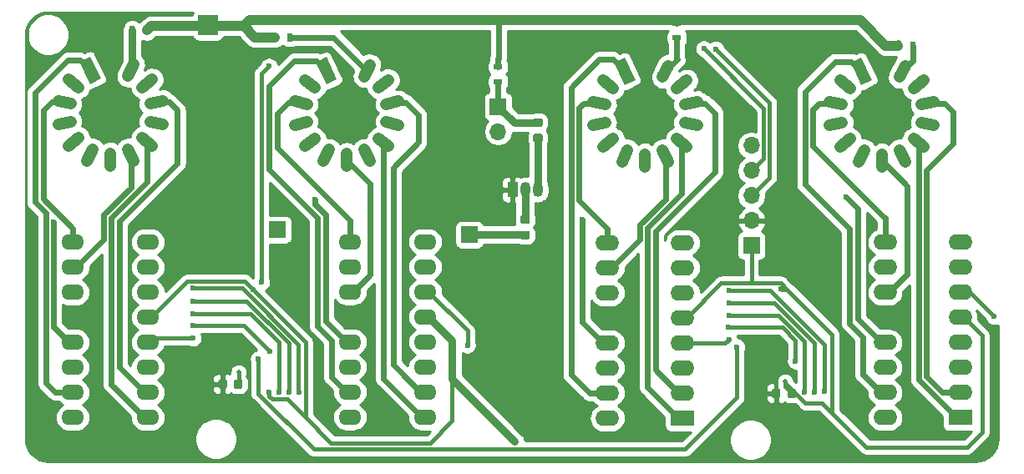
<source format=gtl>
G04 #@! TF.GenerationSoftware,KiCad,Pcbnew,5.1.5*
G04 #@! TF.CreationDate,2020-03-31T14:32:58+02:00*
G04 #@! TF.ProjectId,nixie_2_digit_board,6e697869-655f-4325-9f64-696769745f62,rev?*
G04 #@! TF.SameCoordinates,Original*
G04 #@! TF.FileFunction,Copper,L1,Top*
G04 #@! TF.FilePolarity,Positive*
%FSLAX46Y46*%
G04 Gerber Fmt 4.6, Leading zero omitted, Abs format (unit mm)*
G04 Created by KiCad (PCBNEW 5.1.5) date 2020-03-31 14:32:58*
%MOMM*%
%LPD*%
G04 APERTURE LIST*
%ADD10C,0.600000*%
%ADD11O,2.300000X1.600000*%
%ADD12R,0.500000X0.900000*%
%ADD13C,0.100000*%
%ADD14C,1.200000*%
%ADD15R,1.700000X1.700000*%
%ADD16O,1.700000X1.700000*%
%ADD17R,2.000000X2.000000*%
%ADD18R,0.900000X0.500000*%
%ADD19R,2.400000X1.600000*%
%ADD20O,2.400000X1.600000*%
%ADD21O,1.050000X1.500000*%
%ADD22R,1.050000X1.500000*%
%ADD23C,0.500000*%
%ADD24C,1.000000*%
%ADD25C,0.600000*%
%ADD26C,0.800000*%
%ADD27C,0.400000*%
%ADD28C,0.254000*%
G04 APERTURE END LIST*
D10*
X190760000Y-70450000D03*
X190760000Y-69450000D03*
X190760000Y-68450000D03*
X140810000Y-92570000D03*
X140810000Y-91570000D03*
X140810000Y-90570000D03*
X124690000Y-86410000D03*
X152580000Y-84805000D03*
X152580000Y-83805000D03*
X152580000Y-82805000D03*
X187074262Y-98676359D03*
X187781369Y-97969253D03*
X161980000Y-92505000D03*
X161980000Y-91505000D03*
X162980000Y-91505000D03*
X162980000Y-92505000D03*
X163980000Y-92505000D03*
X163980000Y-91505000D03*
X163980000Y-90505000D03*
X162980000Y-90505000D03*
X161980000Y-90505000D03*
X131950000Y-70140000D03*
X132950000Y-70140000D03*
X133950000Y-70140000D03*
X133950000Y-71140000D03*
X133950000Y-72140000D03*
X132950000Y-72140000D03*
X131950000Y-72140000D03*
X132950000Y-71140000D03*
X131950000Y-71140000D03*
X194160000Y-90525000D03*
X195160000Y-90525000D03*
X195160000Y-91525000D03*
X194160000Y-91525000D03*
X194160000Y-89525000D03*
X195160000Y-89525000D03*
X191990000Y-106505000D03*
X192990000Y-106505000D03*
X191990000Y-107505000D03*
X193990000Y-106505000D03*
X193990000Y-107505000D03*
X193990000Y-108505000D03*
X191990000Y-108505000D03*
X192990000Y-107505000D03*
X192990000Y-108505000D03*
X183040000Y-86965000D03*
X184040000Y-86965000D03*
X183040000Y-84965000D03*
X184040000Y-85965000D03*
X183040000Y-85965000D03*
X184040000Y-84965000D03*
D11*
X154200000Y-105780000D03*
X154200000Y-103240000D03*
X154200000Y-100700000D03*
X154200000Y-98160000D03*
X154200000Y-95620000D03*
X154200000Y-93080000D03*
X154200000Y-90540000D03*
X154200000Y-88000000D03*
X146580000Y-88000000D03*
X146580000Y-90540000D03*
X146580000Y-93080000D03*
X146580000Y-95620000D03*
X146580000Y-98160000D03*
X146580000Y-100700000D03*
X146580000Y-103240000D03*
X146580000Y-105780000D03*
D12*
X139000000Y-67250000D03*
X140500000Y-67250000D03*
G04 #@! TA.AperFunction,ComponentPad*
D13*
G36*
X145265497Y-71512423D02*
G01*
X144184331Y-72033078D01*
X143099633Y-69780651D01*
X144180799Y-69259996D01*
X145265497Y-71512423D01*
G37*
G04 #@! TD.AperFunction*
D14*
X143032776Y-72373987D02*
X142016400Y-71563445D01*
X142238176Y-74023970D02*
X140970772Y-73734686D01*
X142238167Y-75855319D02*
X140970759Y-76144589D01*
X143032750Y-77505308D02*
X142016366Y-78315840D01*
X144464550Y-78647142D02*
X143900496Y-79818398D01*
X146249979Y-79054664D02*
X146249973Y-80354664D01*
X148035413Y-78647160D02*
X148599457Y-79818422D01*
X149467224Y-77505341D02*
X150483600Y-78315883D01*
X150261824Y-75855358D02*
X151529228Y-76144642D01*
X150261833Y-74024009D02*
X151529241Y-73734739D01*
X149467250Y-72374020D02*
X150483634Y-71563488D01*
X148035450Y-71232186D02*
X148599504Y-70060930D01*
D15*
X161610000Y-74270000D03*
D16*
X161610000Y-76810000D03*
D10*
X129615000Y-104230000D03*
X128615000Y-104230000D03*
X128615000Y-103230000D03*
X129615000Y-103230000D03*
X130615000Y-104230000D03*
X130615000Y-103230000D03*
X130615000Y-102230000D03*
X129615000Y-102230000D03*
X128615000Y-102230000D03*
X131680000Y-86800000D03*
X130680000Y-86800000D03*
X129680000Y-86800000D03*
X131680000Y-85800000D03*
X130680000Y-85800000D03*
X129680000Y-85800000D03*
X131680000Y-84800000D03*
X130680000Y-84800000D03*
G04 #@! TA.AperFunction,ComponentPad*
D13*
G36*
X121315497Y-71472759D02*
G01*
X120234331Y-71993414D01*
X119149633Y-69740987D01*
X120230799Y-69220332D01*
X121315497Y-71472759D01*
G37*
G04 #@! TD.AperFunction*
D14*
X119082776Y-72334323D02*
X118066400Y-71523781D01*
X118288176Y-73984306D02*
X117020772Y-73695022D01*
X118288167Y-75815655D02*
X117020759Y-76104925D01*
X119082750Y-77465644D02*
X118066366Y-78276176D01*
X120514550Y-78607478D02*
X119950496Y-79778734D01*
X122299979Y-79015000D02*
X122299973Y-80315000D01*
X124085413Y-78607496D02*
X124649457Y-79778758D01*
X125517224Y-77465677D02*
X126533600Y-78276219D01*
X126311824Y-75815694D02*
X127579228Y-76104978D01*
X126311833Y-73984345D02*
X127579241Y-73695075D01*
X125517250Y-72334356D02*
X126533634Y-71523824D01*
X124085450Y-71192522D02*
X124649504Y-70021266D01*
D12*
X126000000Y-66550000D03*
X124500000Y-66550000D03*
D11*
X126100000Y-105820000D03*
X126100000Y-103280000D03*
X126100000Y-100740000D03*
X126100000Y-98200000D03*
X126100000Y-95660000D03*
X126100000Y-93120000D03*
X126100000Y-90580000D03*
X126100000Y-88040000D03*
X118480000Y-88040000D03*
X118480000Y-90580000D03*
X118480000Y-93120000D03*
X118480000Y-95660000D03*
X118480000Y-98200000D03*
X118480000Y-100740000D03*
X118480000Y-103280000D03*
X118480000Y-105820000D03*
D17*
X132220000Y-66030000D03*
D10*
X129680000Y-84800000D03*
D18*
X179720000Y-65820000D03*
X179720000Y-67320000D03*
D12*
X202150000Y-68100000D03*
X203650000Y-68100000D03*
G04 #@! TA.AperFunction,ComponentPad*
D13*
G36*
X175515497Y-71572759D02*
G01*
X174434331Y-72093414D01*
X173349633Y-69840987D01*
X174430799Y-69320332D01*
X175515497Y-71572759D01*
G37*
G04 #@! TD.AperFunction*
D14*
X173282776Y-72434323D02*
X172266400Y-71623781D01*
X172488176Y-74084306D02*
X171220772Y-73795022D01*
X172488167Y-75915655D02*
X171220759Y-76204925D01*
X173282750Y-77565644D02*
X172266366Y-78376176D01*
X174714550Y-78707478D02*
X174150496Y-79878734D01*
X176499979Y-79115000D02*
X176499973Y-80415000D01*
X178285413Y-78707496D02*
X178849457Y-79878758D01*
X179717224Y-77565677D02*
X180733600Y-78376219D01*
X180511824Y-75915694D02*
X181779228Y-76204978D01*
X180511833Y-74084345D02*
X181779241Y-73795075D01*
X179717250Y-72434356D02*
X180733634Y-71623824D01*
X178285450Y-71292522D02*
X178849504Y-70121266D01*
D19*
X180300000Y-105880000D03*
D20*
X172680000Y-88100000D03*
X180300000Y-103340000D03*
X172680000Y-90640000D03*
X180300000Y-100800000D03*
X172680000Y-93180000D03*
X180300000Y-98260000D03*
X172680000Y-95720000D03*
X180300000Y-95720000D03*
X172680000Y-98260000D03*
X180300000Y-93180000D03*
X172680000Y-100800000D03*
X180300000Y-90640000D03*
X172680000Y-103340000D03*
X180300000Y-88100000D03*
X172680000Y-105880000D03*
G04 #@! TA.AperFunction,ComponentPad*
D13*
G36*
X199515497Y-71572759D02*
G01*
X198434331Y-72093414D01*
X197349633Y-69840987D01*
X198430799Y-69320332D01*
X199515497Y-71572759D01*
G37*
G04 #@! TD.AperFunction*
D14*
X197282776Y-72434323D02*
X196266400Y-71623781D01*
X196488176Y-74084306D02*
X195220772Y-73795022D01*
X196488167Y-75915655D02*
X195220759Y-76204925D01*
X197282750Y-77565644D02*
X196266366Y-78376176D01*
X198714550Y-78707478D02*
X198150496Y-79878734D01*
X200499979Y-79115000D02*
X200499973Y-80415000D01*
X202285413Y-78707496D02*
X202849457Y-79878758D01*
X203717224Y-77565677D02*
X204733600Y-78376219D01*
X204511824Y-75915694D02*
X205779228Y-76204978D01*
X204511833Y-74084345D02*
X205779241Y-73795075D01*
X203717250Y-72434356D02*
X204733634Y-71623824D01*
X202285450Y-71292522D02*
X202849504Y-70121266D01*
D19*
X208450000Y-105830000D03*
D20*
X200830000Y-88050000D03*
X208450000Y-103290000D03*
X200830000Y-90590000D03*
X208450000Y-100750000D03*
X200830000Y-93130000D03*
X208450000Y-98210000D03*
X200830000Y-95670000D03*
X208450000Y-95670000D03*
X200830000Y-98210000D03*
X208450000Y-93130000D03*
X200830000Y-100750000D03*
X208450000Y-90590000D03*
X200830000Y-103290000D03*
X208450000Y-88050000D03*
X200830000Y-105830000D03*
D15*
X139240000Y-86770000D03*
X187280000Y-88400000D03*
D16*
X187280000Y-85860000D03*
X187280000Y-83320000D03*
X187280000Y-80780000D03*
X187280000Y-78240000D03*
D18*
X161600000Y-70250000D03*
X161600000Y-71750000D03*
G04 #@! TA.AperFunction,SMDPad,CuDef*
D13*
G36*
X191600191Y-102896053D02*
G01*
X191621426Y-102899203D01*
X191642250Y-102904419D01*
X191662462Y-102911651D01*
X191681868Y-102920830D01*
X191700281Y-102931866D01*
X191717524Y-102944654D01*
X191733430Y-102959070D01*
X191747846Y-102974976D01*
X191760634Y-102992219D01*
X191771670Y-103010632D01*
X191780849Y-103030038D01*
X191788081Y-103050250D01*
X191793297Y-103071074D01*
X191796447Y-103092309D01*
X191797500Y-103113750D01*
X191797500Y-103626250D01*
X191796447Y-103647691D01*
X191793297Y-103668926D01*
X191788081Y-103689750D01*
X191780849Y-103709962D01*
X191771670Y-103729368D01*
X191760634Y-103747781D01*
X191747846Y-103765024D01*
X191733430Y-103780930D01*
X191717524Y-103795346D01*
X191700281Y-103808134D01*
X191681868Y-103819170D01*
X191662462Y-103828349D01*
X191642250Y-103835581D01*
X191621426Y-103840797D01*
X191600191Y-103843947D01*
X191578750Y-103845000D01*
X191141250Y-103845000D01*
X191119809Y-103843947D01*
X191098574Y-103840797D01*
X191077750Y-103835581D01*
X191057538Y-103828349D01*
X191038132Y-103819170D01*
X191019719Y-103808134D01*
X191002476Y-103795346D01*
X190986570Y-103780930D01*
X190972154Y-103765024D01*
X190959366Y-103747781D01*
X190948330Y-103729368D01*
X190939151Y-103709962D01*
X190931919Y-103689750D01*
X190926703Y-103668926D01*
X190923553Y-103647691D01*
X190922500Y-103626250D01*
X190922500Y-103113750D01*
X190923553Y-103092309D01*
X190926703Y-103071074D01*
X190931919Y-103050250D01*
X190939151Y-103030038D01*
X190948330Y-103010632D01*
X190959366Y-102992219D01*
X190972154Y-102974976D01*
X190986570Y-102959070D01*
X191002476Y-102944654D01*
X191019719Y-102931866D01*
X191038132Y-102920830D01*
X191057538Y-102911651D01*
X191077750Y-102904419D01*
X191098574Y-102899203D01*
X191119809Y-102896053D01*
X191141250Y-102895000D01*
X191578750Y-102895000D01*
X191600191Y-102896053D01*
G37*
G04 #@! TD.AperFunction*
G04 #@! TA.AperFunction,SMDPad,CuDef*
G36*
X190025191Y-102896053D02*
G01*
X190046426Y-102899203D01*
X190067250Y-102904419D01*
X190087462Y-102911651D01*
X190106868Y-102920830D01*
X190125281Y-102931866D01*
X190142524Y-102944654D01*
X190158430Y-102959070D01*
X190172846Y-102974976D01*
X190185634Y-102992219D01*
X190196670Y-103010632D01*
X190205849Y-103030038D01*
X190213081Y-103050250D01*
X190218297Y-103071074D01*
X190221447Y-103092309D01*
X190222500Y-103113750D01*
X190222500Y-103626250D01*
X190221447Y-103647691D01*
X190218297Y-103668926D01*
X190213081Y-103689750D01*
X190205849Y-103709962D01*
X190196670Y-103729368D01*
X190185634Y-103747781D01*
X190172846Y-103765024D01*
X190158430Y-103780930D01*
X190142524Y-103795346D01*
X190125281Y-103808134D01*
X190106868Y-103819170D01*
X190087462Y-103828349D01*
X190067250Y-103835581D01*
X190046426Y-103840797D01*
X190025191Y-103843947D01*
X190003750Y-103845000D01*
X189566250Y-103845000D01*
X189544809Y-103843947D01*
X189523574Y-103840797D01*
X189502750Y-103835581D01*
X189482538Y-103828349D01*
X189463132Y-103819170D01*
X189444719Y-103808134D01*
X189427476Y-103795346D01*
X189411570Y-103780930D01*
X189397154Y-103765024D01*
X189384366Y-103747781D01*
X189373330Y-103729368D01*
X189364151Y-103709962D01*
X189356919Y-103689750D01*
X189351703Y-103668926D01*
X189348553Y-103647691D01*
X189347500Y-103626250D01*
X189347500Y-103113750D01*
X189348553Y-103092309D01*
X189351703Y-103071074D01*
X189356919Y-103050250D01*
X189364151Y-103030038D01*
X189373330Y-103010632D01*
X189384366Y-102992219D01*
X189397154Y-102974976D01*
X189411570Y-102959070D01*
X189427476Y-102944654D01*
X189444719Y-102931866D01*
X189463132Y-102920830D01*
X189482538Y-102911651D01*
X189502750Y-102904419D01*
X189523574Y-102899203D01*
X189544809Y-102896053D01*
X189566250Y-102895000D01*
X190003750Y-102895000D01*
X190025191Y-102896053D01*
G37*
G04 #@! TD.AperFunction*
G04 #@! TA.AperFunction,SMDPad,CuDef*
G36*
X133922691Y-101966053D02*
G01*
X133943926Y-101969203D01*
X133964750Y-101974419D01*
X133984962Y-101981651D01*
X134004368Y-101990830D01*
X134022781Y-102001866D01*
X134040024Y-102014654D01*
X134055930Y-102029070D01*
X134070346Y-102044976D01*
X134083134Y-102062219D01*
X134094170Y-102080632D01*
X134103349Y-102100038D01*
X134110581Y-102120250D01*
X134115797Y-102141074D01*
X134118947Y-102162309D01*
X134120000Y-102183750D01*
X134120000Y-102696250D01*
X134118947Y-102717691D01*
X134115797Y-102738926D01*
X134110581Y-102759750D01*
X134103349Y-102779962D01*
X134094170Y-102799368D01*
X134083134Y-102817781D01*
X134070346Y-102835024D01*
X134055930Y-102850930D01*
X134040024Y-102865346D01*
X134022781Y-102878134D01*
X134004368Y-102889170D01*
X133984962Y-102898349D01*
X133964750Y-102905581D01*
X133943926Y-102910797D01*
X133922691Y-102913947D01*
X133901250Y-102915000D01*
X133463750Y-102915000D01*
X133442309Y-102913947D01*
X133421074Y-102910797D01*
X133400250Y-102905581D01*
X133380038Y-102898349D01*
X133360632Y-102889170D01*
X133342219Y-102878134D01*
X133324976Y-102865346D01*
X133309070Y-102850930D01*
X133294654Y-102835024D01*
X133281866Y-102817781D01*
X133270830Y-102799368D01*
X133261651Y-102779962D01*
X133254419Y-102759750D01*
X133249203Y-102738926D01*
X133246053Y-102717691D01*
X133245000Y-102696250D01*
X133245000Y-102183750D01*
X133246053Y-102162309D01*
X133249203Y-102141074D01*
X133254419Y-102120250D01*
X133261651Y-102100038D01*
X133270830Y-102080632D01*
X133281866Y-102062219D01*
X133294654Y-102044976D01*
X133309070Y-102029070D01*
X133324976Y-102014654D01*
X133342219Y-102001866D01*
X133360632Y-101990830D01*
X133380038Y-101981651D01*
X133400250Y-101974419D01*
X133421074Y-101969203D01*
X133442309Y-101966053D01*
X133463750Y-101965000D01*
X133901250Y-101965000D01*
X133922691Y-101966053D01*
G37*
G04 #@! TD.AperFunction*
G04 #@! TA.AperFunction,SMDPad,CuDef*
G36*
X135497691Y-101966053D02*
G01*
X135518926Y-101969203D01*
X135539750Y-101974419D01*
X135559962Y-101981651D01*
X135579368Y-101990830D01*
X135597781Y-102001866D01*
X135615024Y-102014654D01*
X135630930Y-102029070D01*
X135645346Y-102044976D01*
X135658134Y-102062219D01*
X135669170Y-102080632D01*
X135678349Y-102100038D01*
X135685581Y-102120250D01*
X135690797Y-102141074D01*
X135693947Y-102162309D01*
X135695000Y-102183750D01*
X135695000Y-102696250D01*
X135693947Y-102717691D01*
X135690797Y-102738926D01*
X135685581Y-102759750D01*
X135678349Y-102779962D01*
X135669170Y-102799368D01*
X135658134Y-102817781D01*
X135645346Y-102835024D01*
X135630930Y-102850930D01*
X135615024Y-102865346D01*
X135597781Y-102878134D01*
X135579368Y-102889170D01*
X135559962Y-102898349D01*
X135539750Y-102905581D01*
X135518926Y-102910797D01*
X135497691Y-102913947D01*
X135476250Y-102915000D01*
X135038750Y-102915000D01*
X135017309Y-102913947D01*
X134996074Y-102910797D01*
X134975250Y-102905581D01*
X134955038Y-102898349D01*
X134935632Y-102889170D01*
X134917219Y-102878134D01*
X134899976Y-102865346D01*
X134884070Y-102850930D01*
X134869654Y-102835024D01*
X134856866Y-102817781D01*
X134845830Y-102799368D01*
X134836651Y-102779962D01*
X134829419Y-102759750D01*
X134824203Y-102738926D01*
X134821053Y-102717691D01*
X134820000Y-102696250D01*
X134820000Y-102183750D01*
X134821053Y-102162309D01*
X134824203Y-102141074D01*
X134829419Y-102120250D01*
X134836651Y-102100038D01*
X134845830Y-102080632D01*
X134856866Y-102062219D01*
X134869654Y-102044976D01*
X134884070Y-102029070D01*
X134899976Y-102014654D01*
X134917219Y-102001866D01*
X134935632Y-101990830D01*
X134955038Y-101981651D01*
X134975250Y-101974419D01*
X134996074Y-101969203D01*
X135017309Y-101966053D01*
X135038750Y-101965000D01*
X135476250Y-101965000D01*
X135497691Y-101966053D01*
G37*
G04 #@! TD.AperFunction*
D15*
X158690000Y-87280000D03*
D21*
X164350000Y-82720000D03*
X165620000Y-82720000D03*
D22*
X163080000Y-82720000D03*
G04 #@! TA.AperFunction,SMDPad,CuDef*
D13*
G36*
X164617691Y-85316053D02*
G01*
X164638926Y-85319203D01*
X164659750Y-85324419D01*
X164679962Y-85331651D01*
X164699368Y-85340830D01*
X164717781Y-85351866D01*
X164735024Y-85364654D01*
X164750930Y-85379070D01*
X164765346Y-85394976D01*
X164778134Y-85412219D01*
X164789170Y-85430632D01*
X164798349Y-85450038D01*
X164805581Y-85470250D01*
X164810797Y-85491074D01*
X164813947Y-85512309D01*
X164815000Y-85533750D01*
X164815000Y-85971250D01*
X164813947Y-85992691D01*
X164810797Y-86013926D01*
X164805581Y-86034750D01*
X164798349Y-86054962D01*
X164789170Y-86074368D01*
X164778134Y-86092781D01*
X164765346Y-86110024D01*
X164750930Y-86125930D01*
X164735024Y-86140346D01*
X164717781Y-86153134D01*
X164699368Y-86164170D01*
X164679962Y-86173349D01*
X164659750Y-86180581D01*
X164638926Y-86185797D01*
X164617691Y-86188947D01*
X164596250Y-86190000D01*
X164083750Y-86190000D01*
X164062309Y-86188947D01*
X164041074Y-86185797D01*
X164020250Y-86180581D01*
X164000038Y-86173349D01*
X163980632Y-86164170D01*
X163962219Y-86153134D01*
X163944976Y-86140346D01*
X163929070Y-86125930D01*
X163914654Y-86110024D01*
X163901866Y-86092781D01*
X163890830Y-86074368D01*
X163881651Y-86054962D01*
X163874419Y-86034750D01*
X163869203Y-86013926D01*
X163866053Y-85992691D01*
X163865000Y-85971250D01*
X163865000Y-85533750D01*
X163866053Y-85512309D01*
X163869203Y-85491074D01*
X163874419Y-85470250D01*
X163881651Y-85450038D01*
X163890830Y-85430632D01*
X163901866Y-85412219D01*
X163914654Y-85394976D01*
X163929070Y-85379070D01*
X163944976Y-85364654D01*
X163962219Y-85351866D01*
X163980632Y-85340830D01*
X164000038Y-85331651D01*
X164020250Y-85324419D01*
X164041074Y-85319203D01*
X164062309Y-85316053D01*
X164083750Y-85315000D01*
X164596250Y-85315000D01*
X164617691Y-85316053D01*
G37*
G04 #@! TD.AperFunction*
G04 #@! TA.AperFunction,SMDPad,CuDef*
G36*
X164617691Y-86891053D02*
G01*
X164638926Y-86894203D01*
X164659750Y-86899419D01*
X164679962Y-86906651D01*
X164699368Y-86915830D01*
X164717781Y-86926866D01*
X164735024Y-86939654D01*
X164750930Y-86954070D01*
X164765346Y-86969976D01*
X164778134Y-86987219D01*
X164789170Y-87005632D01*
X164798349Y-87025038D01*
X164805581Y-87045250D01*
X164810797Y-87066074D01*
X164813947Y-87087309D01*
X164815000Y-87108750D01*
X164815000Y-87546250D01*
X164813947Y-87567691D01*
X164810797Y-87588926D01*
X164805581Y-87609750D01*
X164798349Y-87629962D01*
X164789170Y-87649368D01*
X164778134Y-87667781D01*
X164765346Y-87685024D01*
X164750930Y-87700930D01*
X164735024Y-87715346D01*
X164717781Y-87728134D01*
X164699368Y-87739170D01*
X164679962Y-87748349D01*
X164659750Y-87755581D01*
X164638926Y-87760797D01*
X164617691Y-87763947D01*
X164596250Y-87765000D01*
X164083750Y-87765000D01*
X164062309Y-87763947D01*
X164041074Y-87760797D01*
X164020250Y-87755581D01*
X164000038Y-87748349D01*
X163980632Y-87739170D01*
X163962219Y-87728134D01*
X163944976Y-87715346D01*
X163929070Y-87700930D01*
X163914654Y-87685024D01*
X163901866Y-87667781D01*
X163890830Y-87649368D01*
X163881651Y-87629962D01*
X163874419Y-87609750D01*
X163869203Y-87588926D01*
X163866053Y-87567691D01*
X163865000Y-87546250D01*
X163865000Y-87108750D01*
X163866053Y-87087309D01*
X163869203Y-87066074D01*
X163874419Y-87045250D01*
X163881651Y-87025038D01*
X163890830Y-87005632D01*
X163901866Y-86987219D01*
X163914654Y-86969976D01*
X163929070Y-86954070D01*
X163944976Y-86939654D01*
X163962219Y-86926866D01*
X163980632Y-86915830D01*
X164000038Y-86906651D01*
X164020250Y-86899419D01*
X164041074Y-86894203D01*
X164062309Y-86891053D01*
X164083750Y-86890000D01*
X164596250Y-86890000D01*
X164617691Y-86891053D01*
G37*
G04 #@! TD.AperFunction*
G04 #@! TA.AperFunction,SMDPad,CuDef*
G36*
X165917691Y-77041053D02*
G01*
X165938926Y-77044203D01*
X165959750Y-77049419D01*
X165979962Y-77056651D01*
X165999368Y-77065830D01*
X166017781Y-77076866D01*
X166035024Y-77089654D01*
X166050930Y-77104070D01*
X166065346Y-77119976D01*
X166078134Y-77137219D01*
X166089170Y-77155632D01*
X166098349Y-77175038D01*
X166105581Y-77195250D01*
X166110797Y-77216074D01*
X166113947Y-77237309D01*
X166115000Y-77258750D01*
X166115000Y-77696250D01*
X166113947Y-77717691D01*
X166110797Y-77738926D01*
X166105581Y-77759750D01*
X166098349Y-77779962D01*
X166089170Y-77799368D01*
X166078134Y-77817781D01*
X166065346Y-77835024D01*
X166050930Y-77850930D01*
X166035024Y-77865346D01*
X166017781Y-77878134D01*
X165999368Y-77889170D01*
X165979962Y-77898349D01*
X165959750Y-77905581D01*
X165938926Y-77910797D01*
X165917691Y-77913947D01*
X165896250Y-77915000D01*
X165383750Y-77915000D01*
X165362309Y-77913947D01*
X165341074Y-77910797D01*
X165320250Y-77905581D01*
X165300038Y-77898349D01*
X165280632Y-77889170D01*
X165262219Y-77878134D01*
X165244976Y-77865346D01*
X165229070Y-77850930D01*
X165214654Y-77835024D01*
X165201866Y-77817781D01*
X165190830Y-77799368D01*
X165181651Y-77779962D01*
X165174419Y-77759750D01*
X165169203Y-77738926D01*
X165166053Y-77717691D01*
X165165000Y-77696250D01*
X165165000Y-77258750D01*
X165166053Y-77237309D01*
X165169203Y-77216074D01*
X165174419Y-77195250D01*
X165181651Y-77175038D01*
X165190830Y-77155632D01*
X165201866Y-77137219D01*
X165214654Y-77119976D01*
X165229070Y-77104070D01*
X165244976Y-77089654D01*
X165262219Y-77076866D01*
X165280632Y-77065830D01*
X165300038Y-77056651D01*
X165320250Y-77049419D01*
X165341074Y-77044203D01*
X165362309Y-77041053D01*
X165383750Y-77040000D01*
X165896250Y-77040000D01*
X165917691Y-77041053D01*
G37*
G04 #@! TD.AperFunction*
G04 #@! TA.AperFunction,SMDPad,CuDef*
G36*
X165917691Y-75466053D02*
G01*
X165938926Y-75469203D01*
X165959750Y-75474419D01*
X165979962Y-75481651D01*
X165999368Y-75490830D01*
X166017781Y-75501866D01*
X166035024Y-75514654D01*
X166050930Y-75529070D01*
X166065346Y-75544976D01*
X166078134Y-75562219D01*
X166089170Y-75580632D01*
X166098349Y-75600038D01*
X166105581Y-75620250D01*
X166110797Y-75641074D01*
X166113947Y-75662309D01*
X166115000Y-75683750D01*
X166115000Y-76121250D01*
X166113947Y-76142691D01*
X166110797Y-76163926D01*
X166105581Y-76184750D01*
X166098349Y-76204962D01*
X166089170Y-76224368D01*
X166078134Y-76242781D01*
X166065346Y-76260024D01*
X166050930Y-76275930D01*
X166035024Y-76290346D01*
X166017781Y-76303134D01*
X165999368Y-76314170D01*
X165979962Y-76323349D01*
X165959750Y-76330581D01*
X165938926Y-76335797D01*
X165917691Y-76338947D01*
X165896250Y-76340000D01*
X165383750Y-76340000D01*
X165362309Y-76338947D01*
X165341074Y-76335797D01*
X165320250Y-76330581D01*
X165300038Y-76323349D01*
X165280632Y-76314170D01*
X165262219Y-76303134D01*
X165244976Y-76290346D01*
X165229070Y-76275930D01*
X165214654Y-76260024D01*
X165201866Y-76242781D01*
X165190830Y-76224368D01*
X165181651Y-76204962D01*
X165174419Y-76184750D01*
X165169203Y-76163926D01*
X165166053Y-76142691D01*
X165165000Y-76121250D01*
X165165000Y-75683750D01*
X165166053Y-75662309D01*
X165169203Y-75641074D01*
X165174419Y-75620250D01*
X165181651Y-75600038D01*
X165190830Y-75580632D01*
X165201866Y-75562219D01*
X165214654Y-75544976D01*
X165229070Y-75529070D01*
X165244976Y-75514654D01*
X165262219Y-75501866D01*
X165280632Y-75490830D01*
X165300038Y-75481651D01*
X165320250Y-75474419D01*
X165341074Y-75469203D01*
X165362309Y-75466053D01*
X165383750Y-75465000D01*
X165896250Y-75465000D01*
X165917691Y-75466053D01*
G37*
G04 #@! TD.AperFunction*
D10*
X116554314Y-85954314D03*
X130700000Y-97800000D03*
X163300000Y-108250000D03*
X190300000Y-92800000D03*
X138370000Y-103240000D03*
X136780000Y-92850000D03*
D23*
X190700000Y-102180000D03*
X135290000Y-101240000D03*
D10*
X138470000Y-99140000D03*
X130700000Y-96500000D03*
X158500000Y-98500000D03*
X139390000Y-103280000D03*
X130700000Y-95300000D03*
X140390000Y-103280000D03*
X130700000Y-94000000D03*
X141380000Y-103280000D03*
X130700000Y-92700000D03*
X143050000Y-83750000D03*
X138370000Y-70190000D03*
X137630000Y-92120000D03*
X183650000Y-68440000D03*
X182450000Y-68410000D03*
X185820000Y-98680000D03*
X137290000Y-99890000D03*
X170150000Y-85700000D03*
X185000000Y-97900000D03*
X196850000Y-83450000D03*
X191750000Y-100100000D03*
X184950000Y-96700000D03*
X194650000Y-103200000D03*
X185000000Y-92900000D03*
X211900010Y-95600000D03*
X192650000Y-103300000D03*
X185050000Y-95450000D03*
X193700000Y-103250000D03*
X185000000Y-94200000D03*
D24*
X136400001Y-65499999D02*
X161630000Y-65499999D01*
X161630000Y-65499999D02*
X179750000Y-65499999D01*
X161610000Y-65519999D02*
X161630000Y-65499999D01*
X179750000Y-65499999D02*
X198299999Y-65499999D01*
D25*
X179720000Y-65820000D02*
X179720000Y-65529999D01*
X179720000Y-65529999D02*
X179750000Y-65499999D01*
D24*
X200900000Y-68100000D02*
X202150000Y-68100000D01*
X198299999Y-65499999D02*
X200900000Y-68100000D01*
X135800000Y-66100000D02*
X136400001Y-65499999D01*
X135800000Y-66100000D02*
X136950000Y-67250000D01*
X136950000Y-67250000D02*
X139000000Y-67250000D01*
D26*
X202150000Y-68100000D02*
X202150000Y-67900000D01*
D24*
X128400000Y-66100000D02*
X135800000Y-66100000D01*
X128400000Y-66100000D02*
X126450000Y-66100000D01*
X126450000Y-66100000D02*
X126000000Y-66550000D01*
D25*
X161630000Y-69370000D02*
X161630000Y-65499999D01*
X161600000Y-69400000D02*
X161630000Y-69370000D01*
X161600000Y-70250000D02*
X161600000Y-69400000D01*
D26*
X124500000Y-66550000D02*
X124500000Y-70474371D01*
X124500000Y-70474371D02*
X124367477Y-70606894D01*
D25*
X144910583Y-67250000D02*
X140500000Y-67250000D01*
X148317477Y-70656894D02*
X144910583Y-67250000D01*
X118480000Y-103280000D02*
X116730000Y-103280000D01*
X118000261Y-69599729D02*
X119225421Y-69599729D01*
X116730000Y-103280000D02*
X115754304Y-102304304D01*
X115754304Y-102304304D02*
X115754304Y-85045688D01*
X115754304Y-85045688D02*
X114699990Y-83991374D01*
X119225421Y-69599729D02*
X120232565Y-70606873D01*
X114699990Y-83991374D02*
X114699990Y-72900000D01*
X114699990Y-72900000D02*
X118000261Y-69599729D01*
X115500000Y-74680162D02*
X115500000Y-83660000D01*
X115500000Y-83660000D02*
X118480000Y-86640000D01*
X118480000Y-86640000D02*
X118480000Y-88040000D01*
X117654474Y-73839664D02*
X116340498Y-73839664D01*
X116340498Y-73839664D02*
X115500000Y-74680162D01*
X116554314Y-85954314D02*
X116554314Y-96624314D01*
X116554314Y-96624314D02*
X118130000Y-98200000D01*
X118130000Y-98200000D02*
X118480000Y-98200000D01*
X118480000Y-90580000D02*
X118830000Y-90580000D01*
X121600000Y-87810000D02*
X121600000Y-85265686D01*
X118830000Y-90580000D02*
X121600000Y-87810000D01*
X121600000Y-85265686D02*
X124367435Y-82498251D01*
X124367435Y-82498251D02*
X124367435Y-79193127D01*
X122400010Y-101550000D02*
X122400010Y-91870000D01*
X126100000Y-105820000D02*
X125750000Y-105820000D01*
X125750000Y-105820000D02*
X122400010Y-102470010D01*
X122400010Y-102470010D02*
X122400010Y-101550000D01*
X122400010Y-85597060D02*
X122400010Y-91870000D01*
X122400010Y-91870000D02*
X122400010Y-92140000D01*
X126025412Y-77870948D02*
X126025412Y-81971658D01*
X126025412Y-81971658D02*
X122400010Y-85597060D01*
D24*
X125980000Y-105700000D02*
X126100000Y-105820000D01*
D25*
X126100000Y-103280000D02*
X125750000Y-103280000D01*
X123200020Y-100730020D02*
X123200020Y-85928434D01*
X125750000Y-103280000D02*
X123200020Y-100730020D01*
X123200020Y-85928434D02*
X129100000Y-80028454D01*
X129100000Y-80028454D02*
X129100000Y-74680194D01*
X129100000Y-74680194D02*
X128259516Y-73839710D01*
X128259516Y-73839710D02*
X126945537Y-73839710D01*
D27*
X126100000Y-100740000D02*
X126450000Y-100740000D01*
X130700000Y-97800000D02*
X126500000Y-97800000D01*
X126500000Y-97800000D02*
X126100000Y-98200000D01*
X184220000Y-92200000D02*
X187280000Y-92200000D01*
X187280000Y-92200000D02*
X190250000Y-92200000D01*
X187280000Y-88400000D02*
X187280000Y-92200000D01*
X135929999Y-91999999D02*
X130110001Y-91999999D01*
D26*
X156950000Y-101900000D02*
X156950000Y-98020000D01*
X156950000Y-98020000D02*
X154550000Y-95620000D01*
X154550000Y-95620000D02*
X154200000Y-95620000D01*
X163300000Y-108250000D02*
X156950000Y-101900000D01*
D27*
X142080001Y-105800000D02*
X144680001Y-108400000D01*
X144680001Y-108400000D02*
X154700000Y-108400000D01*
X154700000Y-108400000D02*
X156950000Y-106150000D01*
X156950000Y-106150000D02*
X156950000Y-101900000D01*
D24*
X154200000Y-95620000D02*
X154220000Y-95600000D01*
D27*
X194450000Y-104350000D02*
X195450000Y-105350000D01*
X190900000Y-92850000D02*
X195450000Y-97400000D01*
X190250000Y-92200000D02*
X190900000Y-92850000D01*
X190900000Y-92850000D02*
X190350000Y-92850000D01*
X190350000Y-92850000D02*
X190300000Y-92800000D01*
X180300000Y-95720000D02*
X180700000Y-95720000D01*
X210650000Y-97470000D02*
X208850000Y-95670000D01*
X180700000Y-95720000D02*
X184220000Y-92200000D01*
X209150000Y-108850000D02*
X210650000Y-107350000D01*
X195450000Y-97400000D02*
X195450000Y-105350000D01*
X195450000Y-105350000D02*
X198950000Y-108850000D01*
X198950000Y-108850000D02*
X209150000Y-108850000D01*
X208850000Y-95670000D02*
X208450000Y-95670000D01*
X210650000Y-107350000D02*
X210650000Y-97470000D01*
X138370000Y-103240000D02*
X138370000Y-103664264D01*
X138370000Y-103664264D02*
X138685737Y-103980001D01*
X138685737Y-103980001D02*
X140260002Y-103980001D01*
X140260002Y-103980001D02*
X142080001Y-105800000D01*
X142080001Y-98150001D02*
X142080001Y-105800000D01*
X136780000Y-92850000D02*
X142080001Y-98150001D01*
X136780000Y-92850000D02*
X135929999Y-91999999D01*
X130110001Y-91999999D02*
X126450000Y-95660000D01*
X126450000Y-95660000D02*
X126100000Y-95660000D01*
X190700000Y-102312002D02*
X190700000Y-102180000D01*
X194450000Y-104350000D02*
X192737998Y-104350000D01*
X192737998Y-104350000D02*
X190700000Y-102312002D01*
X190700000Y-102710000D02*
X191360000Y-103370000D01*
X190700000Y-102180000D02*
X190700000Y-102710000D01*
X135290000Y-102407500D02*
X135257500Y-102440000D01*
X135290000Y-101240000D02*
X135290000Y-102407500D01*
X135690000Y-96500000D02*
X130700000Y-96500000D01*
X138470000Y-99140000D02*
X135830000Y-96500000D01*
X135830000Y-96500000D02*
X135690000Y-96500000D01*
X158500000Y-98500000D02*
X158500000Y-97030000D01*
X158500000Y-97030000D02*
X154550000Y-93080000D01*
X154550000Y-93080000D02*
X154200000Y-93080000D01*
X139160000Y-97917046D02*
X139390000Y-98147046D01*
X139390000Y-98147046D02*
X139390000Y-103280000D01*
X130700000Y-95300000D02*
X136542954Y-95300000D01*
X136542954Y-95300000D02*
X139160000Y-97917046D01*
X136091496Y-94000000D02*
X140390000Y-98298504D01*
X140390000Y-98298504D02*
X140390000Y-103280000D01*
X130700000Y-94000000D02*
X136091496Y-94000000D01*
X141370000Y-98429962D02*
X141370000Y-103270000D01*
X141370000Y-103270000D02*
X141380000Y-103280000D01*
X130700000Y-92700000D02*
X135640038Y-92700000D01*
X135640038Y-92700000D02*
X141370000Y-98429962D01*
D25*
X143299990Y-96550000D02*
X143299990Y-85555638D01*
X144750000Y-101760000D02*
X144750000Y-98000010D01*
X144750000Y-98000010D02*
X143299990Y-96550000D01*
X146230000Y-103240000D02*
X144750000Y-101760000D01*
X138399990Y-72200010D02*
X140950271Y-69649729D01*
X146580000Y-103240000D02*
X146230000Y-103240000D01*
X143299990Y-85555638D02*
X138399990Y-80655638D01*
X138399990Y-80655638D02*
X138399990Y-72200010D01*
X140950271Y-69649729D02*
X143175421Y-69649729D01*
X143175421Y-69649729D02*
X144182565Y-70656873D01*
X146580000Y-103240000D02*
X146580000Y-102888491D01*
X139200000Y-78450000D02*
X146580000Y-85830000D01*
X146580000Y-85830000D02*
X146580000Y-88000000D01*
X139200000Y-74980162D02*
X139200000Y-78450000D01*
X141604474Y-73889664D02*
X140290498Y-73889664D01*
X140290498Y-73889664D02*
X139200000Y-74980162D01*
X144100000Y-85224264D02*
X144100000Y-96030000D01*
X146230000Y-98160000D02*
X146580000Y-98160000D01*
X144100000Y-96030000D02*
X146230000Y-98160000D01*
X143050000Y-83750000D02*
X143050000Y-84174264D01*
X143050000Y-84174264D02*
X144100000Y-85224264D01*
X146580000Y-93080000D02*
X146930000Y-93080000D01*
X146930000Y-93080000D02*
X148650000Y-91360000D01*
X148650000Y-91360000D02*
X148650000Y-82115024D01*
X148650000Y-82115024D02*
X146249976Y-79715000D01*
X149975412Y-77920948D02*
X149975412Y-101905412D01*
X149975412Y-101905412D02*
X151099990Y-103029990D01*
X151099990Y-103029990D02*
X153850000Y-105780000D01*
X153850000Y-105780000D02*
X154200000Y-105780000D01*
X150950000Y-80500000D02*
X150950000Y-100450000D01*
X150950000Y-100450000D02*
X151900000Y-101400000D01*
X153550000Y-77900000D02*
X150950000Y-80500000D01*
X153550000Y-75150000D02*
X153550000Y-77900000D01*
X152289710Y-73889710D02*
X153550000Y-75150000D01*
X150895537Y-73889710D02*
X152289710Y-73889710D01*
X154200000Y-103240000D02*
X153740000Y-103240000D01*
X153740000Y-103240000D02*
X151900000Y-101400000D01*
D27*
X137630000Y-92120000D02*
X137630000Y-70930000D01*
X137630000Y-70930000D02*
X138370000Y-70190000D01*
X187280000Y-83320000D02*
X189130010Y-81469990D01*
X189130010Y-81469990D02*
X189130010Y-73920010D01*
X189130010Y-73920010D02*
X183650000Y-68440000D01*
X187280000Y-80780000D02*
X188530001Y-79529999D01*
X188530001Y-79529999D02*
X188530001Y-74490001D01*
X188530001Y-74490001D02*
X182450000Y-68410000D01*
X180569992Y-109050008D02*
X185820000Y-103800000D01*
X185820000Y-103800000D02*
X185820000Y-98680000D01*
X137290000Y-99890000D02*
X137290000Y-103432806D01*
X137290000Y-103432806D02*
X142907202Y-109050008D01*
X142907202Y-109050008D02*
X180569992Y-109050008D01*
D25*
X179750000Y-69524371D02*
X179720000Y-69494371D01*
X179720000Y-69494371D02*
X179720000Y-67320000D01*
X179750000Y-69524371D02*
X178567477Y-70706894D01*
X203650000Y-69624371D02*
X203650000Y-68100000D01*
X202567477Y-70706894D02*
X203650000Y-69624371D01*
X172680000Y-103340000D02*
X170880000Y-103340000D01*
X170880000Y-103340000D02*
X168999990Y-101459990D01*
X168999990Y-101459990D02*
X168999990Y-72350010D01*
X168999990Y-72350010D02*
X171850000Y-69500000D01*
X171850000Y-69500000D02*
X173225692Y-69500000D01*
X173225692Y-69500000D02*
X174432565Y-70706873D01*
X169800000Y-74400000D02*
X169800000Y-83820000D01*
X169800000Y-83820000D02*
X172680000Y-86700000D01*
X172680000Y-86700000D02*
X172680000Y-88100000D01*
X170260336Y-73939664D02*
X169800000Y-74400000D01*
X171854474Y-73939664D02*
X170260336Y-73939664D01*
X170150000Y-85700000D02*
X170150000Y-96130000D01*
X170150000Y-96130000D02*
X172280000Y-98260000D01*
X172280000Y-98260000D02*
X172680000Y-98260000D01*
X175949980Y-86287252D02*
X175949980Y-87770020D01*
X175949980Y-87770020D02*
X173080000Y-90640000D01*
X173080000Y-90640000D02*
X172680000Y-90640000D01*
X178567435Y-79293127D02*
X178567435Y-83669797D01*
X178567435Y-83669797D02*
X175949980Y-86287252D01*
X180225412Y-77970948D02*
X180225412Y-83143204D01*
X180225412Y-83143204D02*
X176749990Y-86618626D01*
X176749990Y-86618626D02*
X176749990Y-102729990D01*
X176749990Y-102729990D02*
X179900000Y-105880000D01*
X179900000Y-105880000D02*
X180300000Y-105880000D01*
X177550000Y-86950000D02*
X177550000Y-100990000D01*
X177550000Y-100990000D02*
X179900000Y-103340000D01*
X179900000Y-103340000D02*
X180300000Y-103340000D01*
X183600000Y-80900000D02*
X177550000Y-86950000D01*
X183600000Y-74950000D02*
X183600000Y-80900000D01*
X182589710Y-73939710D02*
X183600000Y-74950000D01*
X181145537Y-73939710D02*
X182589710Y-73939710D01*
D27*
X180300000Y-98260000D02*
X184640000Y-98260000D01*
X184640000Y-98260000D02*
X185000000Y-97900000D01*
D25*
X200830000Y-103290000D02*
X200430000Y-103290000D01*
X197249990Y-96300000D02*
X197249990Y-86700000D01*
X200430000Y-103290000D02*
X198600000Y-101460000D01*
X195750271Y-69699729D02*
X197425421Y-69699729D01*
X198600000Y-101460000D02*
X198600000Y-97650010D01*
X198600000Y-97650010D02*
X197249990Y-96300000D01*
X197249990Y-86700000D02*
X192699990Y-82150000D01*
X192699990Y-82150000D02*
X192699990Y-72750010D01*
X192699990Y-72750010D02*
X195750271Y-69699729D01*
X197425421Y-69699729D02*
X198432565Y-70706873D01*
X200830000Y-85550000D02*
X200830000Y-88050000D01*
X193500000Y-78250000D02*
X193500000Y-77650000D01*
X200830000Y-85550000D02*
X200800000Y-85550000D01*
X200800000Y-85550000D02*
X193500000Y-78250000D01*
X193500000Y-74600000D02*
X193500000Y-77650000D01*
X194160336Y-73939664D02*
X193500000Y-74600000D01*
X195854474Y-73939664D02*
X194160336Y-73939664D01*
X198050000Y-95830000D02*
X198050000Y-84650000D01*
X198050000Y-84650000D02*
X196850000Y-83450000D01*
X200830000Y-98210000D02*
X200430000Y-98210000D01*
X200430000Y-98210000D02*
X198050000Y-95830000D01*
X200830000Y-93130000D02*
X201230000Y-93130000D01*
X201230000Y-93130000D02*
X203050000Y-91310000D01*
X203050000Y-91310000D02*
X203050000Y-82315024D01*
X203050000Y-82315024D02*
X200499976Y-79765000D01*
X204225412Y-77970948D02*
X204225412Y-102005412D01*
X204225412Y-102005412D02*
X208050000Y-105830000D01*
X208050000Y-105830000D02*
X208450000Y-105830000D01*
X207750000Y-78000000D02*
X207750000Y-74789710D01*
X207750000Y-74789710D02*
X206900000Y-73939710D01*
X206900000Y-73939710D02*
X205145537Y-73939710D01*
X205025422Y-80724578D02*
X207750000Y-78000000D01*
X205025422Y-101665422D02*
X205025422Y-80724578D01*
X208450000Y-103290000D02*
X206650000Y-103290000D01*
X206650000Y-103290000D02*
X205025422Y-101665422D01*
D27*
X191700000Y-97995626D02*
X191700000Y-100050000D01*
X191700000Y-100050000D02*
X191750000Y-100100000D01*
X190404374Y-96700000D02*
X191700000Y-97995626D01*
X184950000Y-96700000D02*
X190404374Y-96700000D01*
X189150000Y-92900000D02*
X194650000Y-98400000D01*
X194650000Y-98400000D02*
X194650000Y-103200000D01*
X185000000Y-92900000D02*
X189150000Y-92900000D01*
X211900010Y-95600000D02*
X209430010Y-93130000D01*
X209430010Y-93130000D02*
X208450000Y-93130000D01*
X190002916Y-95450000D02*
X192650000Y-98097084D01*
X192650000Y-98097084D02*
X192650000Y-103300000D01*
X185050000Y-95450000D02*
X190002916Y-95450000D01*
X193700000Y-98298542D02*
X193700000Y-103250000D01*
X185000000Y-94200000D02*
X189601458Y-94200000D01*
X189601458Y-94200000D02*
X193700000Y-98298542D01*
D25*
X161610000Y-71760000D02*
X161600000Y-71750000D01*
X161610000Y-74270000D02*
X161610000Y-71760000D01*
D26*
X163242500Y-75902500D02*
X161610000Y-74270000D01*
X165640000Y-75902500D02*
X163242500Y-75902500D01*
X164292500Y-87280000D02*
X164340000Y-87327500D01*
X158690000Y-87280000D02*
X164292500Y-87280000D01*
X164340000Y-82730000D02*
X164350000Y-82720000D01*
X164340000Y-85752500D02*
X164340000Y-82730000D01*
X165620000Y-77497500D02*
X165640000Y-77477500D01*
X165620000Y-82720000D02*
X165620000Y-77497500D01*
D28*
G36*
X130630498Y-64785820D02*
G01*
X130594188Y-64905518D01*
X130588330Y-64965000D01*
X126505751Y-64965000D01*
X126449999Y-64959509D01*
X126394248Y-64965000D01*
X126227501Y-64981423D01*
X126013553Y-65046324D01*
X125816377Y-65151716D01*
X125643551Y-65293551D01*
X125608004Y-65336865D01*
X125243948Y-65700921D01*
X125201185Y-65648815D01*
X125104494Y-65569463D01*
X124994180Y-65510498D01*
X124874482Y-65474188D01*
X124750000Y-65461928D01*
X124250000Y-65461928D01*
X124125518Y-65474188D01*
X124005820Y-65510498D01*
X123895506Y-65569463D01*
X123798815Y-65648815D01*
X123719463Y-65745506D01*
X123660498Y-65855820D01*
X123624188Y-65975518D01*
X123622086Y-65996861D01*
X123539159Y-66152008D01*
X123479976Y-66347106D01*
X123465000Y-66499163D01*
X123465001Y-69634527D01*
X122946435Y-70711328D01*
X122883812Y-70882550D01*
X122846428Y-71122935D01*
X122856660Y-71365992D01*
X122914113Y-71602384D01*
X123016580Y-71823025D01*
X123160123Y-72019436D01*
X123339227Y-72184070D01*
X123547006Y-72310599D01*
X123775478Y-72394160D01*
X124015863Y-72431544D01*
X124258920Y-72421312D01*
X124280985Y-72415949D01*
X124280666Y-72438655D01*
X124324775Y-72677896D01*
X124414709Y-72903936D01*
X124547014Y-73108087D01*
X124716604Y-73282503D01*
X124916963Y-73420483D01*
X125140390Y-73516724D01*
X125162593Y-73521465D01*
X125152456Y-73541780D01*
X125088394Y-73776467D01*
X125071347Y-74019142D01*
X125101971Y-74260481D01*
X125179089Y-74491207D01*
X125299739Y-74702456D01*
X125459282Y-74886107D01*
X125477233Y-74900015D01*
X125459283Y-74913922D01*
X125299738Y-75097572D01*
X125179086Y-75308819D01*
X125101965Y-75539545D01*
X125071338Y-75780883D01*
X125088382Y-76023558D01*
X125152442Y-76258246D01*
X125162580Y-76278564D01*
X125140376Y-76283305D01*
X124916948Y-76379544D01*
X124716587Y-76517522D01*
X124546995Y-76691937D01*
X124414689Y-76896086D01*
X124324752Y-77122126D01*
X124280641Y-77361366D01*
X124280959Y-77384070D01*
X124258894Y-77378707D01*
X124015837Y-77368474D01*
X123775452Y-77405855D01*
X123546979Y-77489414D01*
X123339198Y-77615941D01*
X123160093Y-77780574D01*
X123016548Y-77976983D01*
X123006984Y-77997576D01*
X122989432Y-77983171D01*
X122774885Y-77868492D01*
X122542086Y-77797872D01*
X122299984Y-77774026D01*
X122057883Y-77797869D01*
X121825084Y-77868487D01*
X121610535Y-77983164D01*
X121592984Y-77997568D01*
X121583420Y-77976975D01*
X121439877Y-77780564D01*
X121260773Y-77615930D01*
X121052994Y-77489401D01*
X120824522Y-77405840D01*
X120584137Y-77368456D01*
X120341079Y-77378688D01*
X120319015Y-77384050D01*
X120319334Y-77361346D01*
X120275225Y-77122105D01*
X120185290Y-76896064D01*
X120052986Y-76691914D01*
X119883396Y-76517497D01*
X119683036Y-76379517D01*
X119459609Y-76283276D01*
X119437407Y-76278535D01*
X119447544Y-76258220D01*
X119511606Y-76023534D01*
X119528653Y-75780858D01*
X119498029Y-75539519D01*
X119420911Y-75308793D01*
X119300261Y-75097544D01*
X119140718Y-74913893D01*
X119122767Y-74899985D01*
X119140716Y-74886078D01*
X119300261Y-74702428D01*
X119420914Y-74491181D01*
X119498035Y-74260455D01*
X119528662Y-74019117D01*
X119511617Y-73776441D01*
X119447557Y-73541754D01*
X119437419Y-73521436D01*
X119459624Y-73516695D01*
X119683052Y-73420456D01*
X119883412Y-73282478D01*
X120053004Y-73108063D01*
X120185311Y-72903914D01*
X120275248Y-72677874D01*
X120284396Y-72628260D01*
X120393703Y-72611262D01*
X120511177Y-72568298D01*
X121592343Y-72047643D01*
X121699178Y-71982587D01*
X121791268Y-71897938D01*
X121865075Y-71796950D01*
X121917761Y-71683504D01*
X121947303Y-71561958D01*
X121952565Y-71436985D01*
X121933345Y-71313387D01*
X121890381Y-71195913D01*
X120805683Y-68943486D01*
X120740627Y-68836651D01*
X120655979Y-68744561D01*
X120554991Y-68670754D01*
X120441544Y-68618068D01*
X120319999Y-68588526D01*
X120195025Y-68583264D01*
X120071427Y-68602484D01*
X119953953Y-68645448D01*
X119674935Y-68779814D01*
X119584961Y-68731722D01*
X119408713Y-68678258D01*
X119271353Y-68664729D01*
X119225421Y-68660205D01*
X119179489Y-68664729D01*
X118046192Y-68664729D01*
X118000260Y-68660205D01*
X117836067Y-68676377D01*
X117816969Y-68678258D01*
X117640721Y-68731722D01*
X117478289Y-68818543D01*
X117335917Y-68935385D01*
X117306635Y-68971065D01*
X114071326Y-72206375D01*
X114035647Y-72235656D01*
X113918805Y-72378028D01*
X113879499Y-72451565D01*
X113831984Y-72540460D01*
X113778519Y-72716709D01*
X113760466Y-72900000D01*
X113764991Y-72945942D01*
X113764990Y-83945442D01*
X113760466Y-83991374D01*
X113771657Y-84105000D01*
X113778519Y-84174665D01*
X113831983Y-84350913D01*
X113918804Y-84513345D01*
X114035646Y-84655718D01*
X114071331Y-84685004D01*
X114819305Y-85432979D01*
X114819304Y-102258372D01*
X114814780Y-102304304D01*
X114832833Y-102487595D01*
X114886297Y-102663843D01*
X114973118Y-102826275D01*
X115089960Y-102968648D01*
X115125645Y-102997934D01*
X116036374Y-103908664D01*
X116065656Y-103944344D01*
X116208028Y-104061186D01*
X116313880Y-104117765D01*
X116370459Y-104148007D01*
X116546708Y-104201472D01*
X116730000Y-104219524D01*
X116775935Y-104215000D01*
X117040956Y-104215000D01*
X117110392Y-104299608D01*
X117328899Y-104478932D01*
X117461858Y-104550000D01*
X117328899Y-104621068D01*
X117110392Y-104800392D01*
X116931068Y-105018899D01*
X116797818Y-105268192D01*
X116715764Y-105538691D01*
X116688057Y-105820000D01*
X116715764Y-106101309D01*
X116797818Y-106371808D01*
X116931068Y-106621101D01*
X117110392Y-106839608D01*
X117328899Y-107018932D01*
X117578192Y-107152182D01*
X117848691Y-107234236D01*
X118059508Y-107255000D01*
X118900492Y-107255000D01*
X119111309Y-107234236D01*
X119381808Y-107152182D01*
X119631101Y-107018932D01*
X119849608Y-106839608D01*
X120028932Y-106621101D01*
X120162182Y-106371808D01*
X120244236Y-106101309D01*
X120271943Y-105820000D01*
X120244236Y-105538691D01*
X120162182Y-105268192D01*
X120028932Y-105018899D01*
X119849608Y-104800392D01*
X119631101Y-104621068D01*
X119498142Y-104550000D01*
X119631101Y-104478932D01*
X119849608Y-104299608D01*
X120028932Y-104081101D01*
X120162182Y-103831808D01*
X120244236Y-103561309D01*
X120271943Y-103280000D01*
X120244236Y-102998691D01*
X120162182Y-102728192D01*
X120028932Y-102478899D01*
X119849608Y-102260392D01*
X119631101Y-102081068D01*
X119498142Y-102010000D01*
X119631101Y-101938932D01*
X119849608Y-101759608D01*
X120028932Y-101541101D01*
X120162182Y-101291808D01*
X120244236Y-101021309D01*
X120271943Y-100740000D01*
X120244236Y-100458691D01*
X120162182Y-100188192D01*
X120028932Y-99938899D01*
X119849608Y-99720392D01*
X119631101Y-99541068D01*
X119498142Y-99470000D01*
X119631101Y-99398932D01*
X119849608Y-99219608D01*
X120028932Y-99001101D01*
X120162182Y-98751808D01*
X120244236Y-98481309D01*
X120271943Y-98200000D01*
X120244236Y-97918691D01*
X120162182Y-97648192D01*
X120028932Y-97398899D01*
X119849608Y-97180392D01*
X119631101Y-97001068D01*
X119381808Y-96867818D01*
X119111309Y-96785764D01*
X118900492Y-96765000D01*
X118059508Y-96765000D01*
X118021075Y-96768785D01*
X117489314Y-96237025D01*
X117489314Y-94404676D01*
X117578192Y-94452182D01*
X117848691Y-94534236D01*
X118059508Y-94555000D01*
X118900492Y-94555000D01*
X119111309Y-94534236D01*
X119381808Y-94452182D01*
X119631101Y-94318932D01*
X119849608Y-94139608D01*
X120028932Y-93921101D01*
X120162182Y-93671808D01*
X120244236Y-93401309D01*
X120271943Y-93120000D01*
X120244236Y-92838691D01*
X120162182Y-92568192D01*
X120028932Y-92318899D01*
X119849608Y-92100392D01*
X119631101Y-91921068D01*
X119498142Y-91850000D01*
X119631101Y-91778932D01*
X119849608Y-91599608D01*
X120028932Y-91381101D01*
X120162182Y-91131808D01*
X120244236Y-90861309D01*
X120271943Y-90580000D01*
X120261215Y-90471074D01*
X121465011Y-89267278D01*
X121465011Y-91824059D01*
X121465010Y-91824069D01*
X121465010Y-92185932D01*
X121465011Y-92185942D01*
X121465010Y-101595931D01*
X121465011Y-101595940D01*
X121465010Y-102424077D01*
X121460486Y-102470010D01*
X121471998Y-102586893D01*
X121478539Y-102653301D01*
X121532003Y-102829549D01*
X121618824Y-102991981D01*
X121735666Y-103134354D01*
X121771351Y-103163640D01*
X124318785Y-105711075D01*
X124308057Y-105820000D01*
X124335764Y-106101309D01*
X124417818Y-106371808D01*
X124551068Y-106621101D01*
X124730392Y-106839608D01*
X124948899Y-107018932D01*
X125198192Y-107152182D01*
X125468691Y-107234236D01*
X125679508Y-107255000D01*
X126520492Y-107255000D01*
X126731309Y-107234236D01*
X127001808Y-107152182D01*
X127251101Y-107018932D01*
X127469608Y-106839608D01*
X127648932Y-106621101D01*
X127782182Y-106371808D01*
X127864236Y-106101309D01*
X127891943Y-105820000D01*
X127864236Y-105538691D01*
X127782182Y-105268192D01*
X127648932Y-105018899D01*
X127469608Y-104800392D01*
X127251101Y-104621068D01*
X127118142Y-104550000D01*
X127251101Y-104478932D01*
X127469608Y-104299608D01*
X127648932Y-104081101D01*
X127782182Y-103831808D01*
X127864236Y-103561309D01*
X127891943Y-103280000D01*
X127864236Y-102998691D01*
X127838849Y-102915000D01*
X132606928Y-102915000D01*
X132619188Y-103039482D01*
X132655498Y-103159180D01*
X132714463Y-103269494D01*
X132793815Y-103366185D01*
X132890506Y-103445537D01*
X133000820Y-103504502D01*
X133120518Y-103540812D01*
X133245000Y-103553072D01*
X133396750Y-103550000D01*
X133555500Y-103391250D01*
X133555500Y-102567000D01*
X132768750Y-102567000D01*
X132610000Y-102725750D01*
X132606928Y-102915000D01*
X127838849Y-102915000D01*
X127782182Y-102728192D01*
X127648932Y-102478899D01*
X127469608Y-102260392D01*
X127251101Y-102081068D01*
X127118142Y-102010000D01*
X127202331Y-101965000D01*
X132606928Y-101965000D01*
X132610000Y-102154250D01*
X132768750Y-102313000D01*
X133555500Y-102313000D01*
X133555500Y-101488750D01*
X133809500Y-101488750D01*
X133809500Y-102313000D01*
X133829500Y-102313000D01*
X133829500Y-102567000D01*
X133809500Y-102567000D01*
X133809500Y-103391250D01*
X133968250Y-103550000D01*
X134120000Y-103553072D01*
X134244482Y-103540812D01*
X134364180Y-103504502D01*
X134474494Y-103445537D01*
X134541070Y-103390900D01*
X134562725Y-103408671D01*
X134710858Y-103487850D01*
X134871592Y-103536608D01*
X135038750Y-103553072D01*
X135476250Y-103553072D01*
X135643408Y-103536608D01*
X135804142Y-103487850D01*
X135952275Y-103408671D01*
X136082115Y-103302115D01*
X136188671Y-103172275D01*
X136267850Y-103024142D01*
X136316608Y-102863408D01*
X136333072Y-102696250D01*
X136333072Y-102183750D01*
X136316608Y-102016592D01*
X136267850Y-101855858D01*
X136188671Y-101707725D01*
X136125000Y-101630141D01*
X136125000Y-101536748D01*
X136140990Y-101498145D01*
X136175000Y-101327165D01*
X136175000Y-101152835D01*
X136140990Y-100981855D01*
X136074277Y-100820795D01*
X135977424Y-100675845D01*
X135854155Y-100552576D01*
X135709205Y-100455723D01*
X135548145Y-100389010D01*
X135377165Y-100355000D01*
X135202835Y-100355000D01*
X135031855Y-100389010D01*
X134870795Y-100455723D01*
X134725845Y-100552576D01*
X134602576Y-100675845D01*
X134505723Y-100820795D01*
X134439010Y-100981855D01*
X134405000Y-101152835D01*
X134405000Y-101327165D01*
X134420614Y-101405663D01*
X134364180Y-101375498D01*
X134244482Y-101339188D01*
X134120000Y-101326928D01*
X133968250Y-101330000D01*
X133809500Y-101488750D01*
X133555500Y-101488750D01*
X133396750Y-101330000D01*
X133245000Y-101326928D01*
X133120518Y-101339188D01*
X133000820Y-101375498D01*
X132890506Y-101434463D01*
X132793815Y-101513815D01*
X132714463Y-101610506D01*
X132655498Y-101720820D01*
X132619188Y-101840518D01*
X132606928Y-101965000D01*
X127202331Y-101965000D01*
X127251101Y-101938932D01*
X127469608Y-101759608D01*
X127648932Y-101541101D01*
X127782182Y-101291808D01*
X127864236Y-101021309D01*
X127891943Y-100740000D01*
X127864236Y-100458691D01*
X127782182Y-100188192D01*
X127648932Y-99938899D01*
X127469608Y-99720392D01*
X127251101Y-99541068D01*
X127118142Y-99470000D01*
X127251101Y-99398932D01*
X127469608Y-99219608D01*
X127648932Y-99001101D01*
X127782182Y-98751808D01*
X127817615Y-98635000D01*
X130272596Y-98635000D01*
X130427271Y-98699068D01*
X130607911Y-98735000D01*
X130792089Y-98735000D01*
X130972729Y-98699068D01*
X131142889Y-98628586D01*
X131296028Y-98526262D01*
X131426262Y-98396028D01*
X131528586Y-98242889D01*
X131599068Y-98072729D01*
X131635000Y-97892089D01*
X131635000Y-97707911D01*
X131599068Y-97527271D01*
X131528586Y-97357111D01*
X131513812Y-97335000D01*
X135484133Y-97335000D01*
X137119691Y-98970559D01*
X137017271Y-98990932D01*
X136847111Y-99061414D01*
X136693972Y-99163738D01*
X136563738Y-99293972D01*
X136461414Y-99447111D01*
X136390932Y-99617271D01*
X136355000Y-99797911D01*
X136355000Y-99982089D01*
X136390932Y-100162729D01*
X136455000Y-100317404D01*
X136455001Y-103391778D01*
X136450960Y-103432806D01*
X136467082Y-103596494D01*
X136514828Y-103753892D01*
X136591854Y-103897996D01*
X136592365Y-103898952D01*
X136696710Y-104026097D01*
X136728574Y-104052247D01*
X142287761Y-109611435D01*
X142313911Y-109643299D01*
X142441056Y-109747644D01*
X142586115Y-109825180D01*
X142743513Y-109872926D01*
X142866183Y-109885008D01*
X142866185Y-109885008D01*
X142907201Y-109889048D01*
X142948217Y-109885008D01*
X180528974Y-109885008D01*
X180569992Y-109889048D01*
X180611010Y-109885008D01*
X180611011Y-109885008D01*
X180733681Y-109872926D01*
X180891079Y-109825180D01*
X181036138Y-109747644D01*
X181163283Y-109643299D01*
X181189438Y-109611429D01*
X182911146Y-107889721D01*
X185065000Y-107889721D01*
X185065000Y-108310279D01*
X185147047Y-108722756D01*
X185307988Y-109111302D01*
X185541637Y-109460983D01*
X185839017Y-109758363D01*
X186188698Y-109992012D01*
X186577244Y-110152953D01*
X186989721Y-110235000D01*
X187410279Y-110235000D01*
X187822756Y-110152953D01*
X188211302Y-109992012D01*
X188560983Y-109758363D01*
X188858363Y-109460983D01*
X189092012Y-109111302D01*
X189252953Y-108722756D01*
X189335000Y-108310279D01*
X189335000Y-107889721D01*
X189252953Y-107477244D01*
X189092012Y-107088698D01*
X188858363Y-106739017D01*
X188560983Y-106441637D01*
X188211302Y-106207988D01*
X187822756Y-106047047D01*
X187410279Y-105965000D01*
X186989721Y-105965000D01*
X186577244Y-106047047D01*
X186188698Y-106207988D01*
X185839017Y-106441637D01*
X185541637Y-106739017D01*
X185307988Y-107088698D01*
X185147047Y-107477244D01*
X185065000Y-107889721D01*
X182911146Y-107889721D01*
X186381433Y-104419436D01*
X186413291Y-104393291D01*
X186452923Y-104345000D01*
X186472413Y-104321250D01*
X186517636Y-104266146D01*
X186595172Y-104121087D01*
X186642918Y-103963689D01*
X186654607Y-103845000D01*
X188709428Y-103845000D01*
X188721688Y-103969482D01*
X188757998Y-104089180D01*
X188816963Y-104199494D01*
X188896315Y-104296185D01*
X188993006Y-104375537D01*
X189103320Y-104434502D01*
X189223018Y-104470812D01*
X189347500Y-104483072D01*
X189499250Y-104480000D01*
X189658000Y-104321250D01*
X189658000Y-103497000D01*
X188871250Y-103497000D01*
X188712500Y-103655750D01*
X188709428Y-103845000D01*
X186654607Y-103845000D01*
X186655000Y-103841019D01*
X186655000Y-103841018D01*
X186659040Y-103800000D01*
X186655000Y-103758982D01*
X186655000Y-102895000D01*
X188709428Y-102895000D01*
X188712500Y-103084250D01*
X188871250Y-103243000D01*
X189658000Y-103243000D01*
X189658000Y-102418750D01*
X189499250Y-102260000D01*
X189347500Y-102256928D01*
X189223018Y-102269188D01*
X189103320Y-102305498D01*
X188993006Y-102364463D01*
X188896315Y-102443815D01*
X188816963Y-102540506D01*
X188757998Y-102650820D01*
X188721688Y-102770518D01*
X188709428Y-102895000D01*
X186655000Y-102895000D01*
X186655000Y-99107404D01*
X186719068Y-98952729D01*
X186755000Y-98772089D01*
X186755000Y-98587911D01*
X186719068Y-98407271D01*
X186648586Y-98237111D01*
X186546262Y-98083972D01*
X186416028Y-97953738D01*
X186262889Y-97851414D01*
X186092729Y-97780932D01*
X185922914Y-97747153D01*
X185899068Y-97627271D01*
X185860848Y-97535000D01*
X190058507Y-97535000D01*
X190865000Y-98341495D01*
X190865001Y-99793305D01*
X190850932Y-99827271D01*
X190815000Y-100007911D01*
X190815000Y-100192089D01*
X190850932Y-100372729D01*
X190921414Y-100542889D01*
X191023738Y-100696028D01*
X191153972Y-100826262D01*
X191307111Y-100928586D01*
X191477271Y-100999068D01*
X191657911Y-101035000D01*
X191815001Y-101035000D01*
X191815001Y-102246136D01*
X191565955Y-101997090D01*
X191550990Y-101921855D01*
X191484277Y-101760795D01*
X191387424Y-101615845D01*
X191264155Y-101492576D01*
X191119205Y-101395723D01*
X190958145Y-101329010D01*
X190787165Y-101295000D01*
X190612835Y-101295000D01*
X190441855Y-101329010D01*
X190280795Y-101395723D01*
X190135845Y-101492576D01*
X190012576Y-101615845D01*
X189915723Y-101760795D01*
X189849010Y-101921855D01*
X189815000Y-102092835D01*
X189815000Y-102267165D01*
X189849010Y-102438145D01*
X189865000Y-102476748D01*
X189865000Y-102668982D01*
X189860960Y-102710000D01*
X189865000Y-102751018D01*
X189865000Y-102751019D01*
X189877082Y-102873689D01*
X189912000Y-102988799D01*
X189912000Y-103243000D01*
X189932000Y-103243000D01*
X189932000Y-103497000D01*
X189912000Y-103497000D01*
X189912000Y-104321250D01*
X190070750Y-104480000D01*
X190222500Y-104483072D01*
X190346982Y-104470812D01*
X190466680Y-104434502D01*
X190576994Y-104375537D01*
X190643570Y-104320900D01*
X190665225Y-104338671D01*
X190813358Y-104417850D01*
X190974092Y-104466608D01*
X191141250Y-104483072D01*
X191578750Y-104483072D01*
X191680209Y-104473079D01*
X192118557Y-104911427D01*
X192144707Y-104943291D01*
X192271852Y-105047636D01*
X192416911Y-105125172D01*
X192574309Y-105172918D01*
X192696979Y-105185000D01*
X192696989Y-105185000D01*
X192737997Y-105189039D01*
X192779005Y-105185000D01*
X194104132Y-105185000D01*
X194830568Y-105911437D01*
X194856710Y-105943291D01*
X194888563Y-105969432D01*
X194888570Y-105969439D01*
X194888581Y-105969448D01*
X198330559Y-109411427D01*
X198356709Y-109443291D01*
X198483854Y-109547636D01*
X198628913Y-109625172D01*
X198786311Y-109672918D01*
X198908981Y-109685000D01*
X198908991Y-109685000D01*
X198949999Y-109689039D01*
X198991007Y-109685000D01*
X209108982Y-109685000D01*
X209150000Y-109689040D01*
X209191018Y-109685000D01*
X209191019Y-109685000D01*
X209313689Y-109672918D01*
X209471087Y-109625172D01*
X209616146Y-109547636D01*
X209743291Y-109443291D01*
X209769446Y-109411421D01*
X211211428Y-107969440D01*
X211243291Y-107943291D01*
X211347636Y-107816146D01*
X211425172Y-107671087D01*
X211472918Y-107513689D01*
X211485000Y-107391019D01*
X211485000Y-107391009D01*
X211489039Y-107350001D01*
X211485000Y-107308993D01*
X211485000Y-97511007D01*
X211489039Y-97469999D01*
X211485000Y-97428991D01*
X211485000Y-97428981D01*
X211472918Y-97306311D01*
X211425172Y-97148913D01*
X211347636Y-97003854D01*
X211243291Y-96876709D01*
X211211427Y-96850559D01*
X210268534Y-95907667D01*
X210291943Y-95670000D01*
X210264236Y-95388691D01*
X210182182Y-95118192D01*
X210118851Y-94999709D01*
X211007356Y-95888214D01*
X211071424Y-96042889D01*
X211173748Y-96196028D01*
X211303982Y-96326262D01*
X211457121Y-96428586D01*
X211627281Y-96499068D01*
X211807921Y-96535000D01*
X211992099Y-96535000D01*
X212172739Y-96499068D01*
X212290000Y-96450497D01*
X212290000Y-107965279D01*
X212243048Y-108444133D01*
X212114063Y-108871353D01*
X211904554Y-109265384D01*
X211622501Y-109611214D01*
X211278651Y-109895672D01*
X210886093Y-110107927D01*
X210459788Y-110239891D01*
X209983036Y-110290000D01*
X116034721Y-110290000D01*
X115555867Y-110243048D01*
X115128647Y-110114063D01*
X114734616Y-109904554D01*
X114388786Y-109622501D01*
X114104328Y-109278651D01*
X113892073Y-108886093D01*
X113760109Y-108459788D01*
X113710000Y-107983036D01*
X113710000Y-107789721D01*
X130865000Y-107789721D01*
X130865000Y-108210279D01*
X130947047Y-108622756D01*
X131107988Y-109011302D01*
X131341637Y-109360983D01*
X131639017Y-109658363D01*
X131988698Y-109892012D01*
X132377244Y-110052953D01*
X132789721Y-110135000D01*
X133210279Y-110135000D01*
X133622756Y-110052953D01*
X134011302Y-109892012D01*
X134360983Y-109658363D01*
X134658363Y-109360983D01*
X134892012Y-109011302D01*
X135052953Y-108622756D01*
X135135000Y-108210279D01*
X135135000Y-107789721D01*
X135052953Y-107377244D01*
X134892012Y-106988698D01*
X134658363Y-106639017D01*
X134360983Y-106341637D01*
X134011302Y-106107988D01*
X133622756Y-105947047D01*
X133210279Y-105865000D01*
X132789721Y-105865000D01*
X132377244Y-105947047D01*
X131988698Y-106107988D01*
X131639017Y-106341637D01*
X131341637Y-106639017D01*
X131107988Y-106988698D01*
X130947047Y-107377244D01*
X130865000Y-107789721D01*
X113710000Y-107789721D01*
X113710000Y-67034721D01*
X113734022Y-66789721D01*
X113865000Y-66789721D01*
X113865000Y-67210279D01*
X113947047Y-67622756D01*
X114107988Y-68011302D01*
X114341637Y-68360983D01*
X114639017Y-68658363D01*
X114988698Y-68892012D01*
X115377244Y-69052953D01*
X115789721Y-69135000D01*
X116210279Y-69135000D01*
X116622756Y-69052953D01*
X117011302Y-68892012D01*
X117360983Y-68658363D01*
X117658363Y-68360983D01*
X117892012Y-68011302D01*
X118052953Y-67622756D01*
X118135000Y-67210279D01*
X118135000Y-66789721D01*
X118052953Y-66377244D01*
X117892012Y-65988698D01*
X117658363Y-65639017D01*
X117360983Y-65341637D01*
X117011302Y-65107988D01*
X116622756Y-64947047D01*
X116210279Y-64865000D01*
X115789721Y-64865000D01*
X115377244Y-64947047D01*
X114988698Y-65107988D01*
X114639017Y-65341637D01*
X114341637Y-65639017D01*
X114107988Y-65988698D01*
X113947047Y-66377244D01*
X113865000Y-66789721D01*
X113734022Y-66789721D01*
X113756953Y-66555866D01*
X113885938Y-66128645D01*
X114095446Y-65734616D01*
X114377499Y-65388786D01*
X114721351Y-65104327D01*
X115113910Y-64892071D01*
X115540213Y-64760108D01*
X116016964Y-64710000D01*
X130671025Y-64710000D01*
X130630498Y-64785820D01*
G37*
X130630498Y-64785820D02*
X130594188Y-64905518D01*
X130588330Y-64965000D01*
X126505751Y-64965000D01*
X126449999Y-64959509D01*
X126394248Y-64965000D01*
X126227501Y-64981423D01*
X126013553Y-65046324D01*
X125816377Y-65151716D01*
X125643551Y-65293551D01*
X125608004Y-65336865D01*
X125243948Y-65700921D01*
X125201185Y-65648815D01*
X125104494Y-65569463D01*
X124994180Y-65510498D01*
X124874482Y-65474188D01*
X124750000Y-65461928D01*
X124250000Y-65461928D01*
X124125518Y-65474188D01*
X124005820Y-65510498D01*
X123895506Y-65569463D01*
X123798815Y-65648815D01*
X123719463Y-65745506D01*
X123660498Y-65855820D01*
X123624188Y-65975518D01*
X123622086Y-65996861D01*
X123539159Y-66152008D01*
X123479976Y-66347106D01*
X123465000Y-66499163D01*
X123465001Y-69634527D01*
X122946435Y-70711328D01*
X122883812Y-70882550D01*
X122846428Y-71122935D01*
X122856660Y-71365992D01*
X122914113Y-71602384D01*
X123016580Y-71823025D01*
X123160123Y-72019436D01*
X123339227Y-72184070D01*
X123547006Y-72310599D01*
X123775478Y-72394160D01*
X124015863Y-72431544D01*
X124258920Y-72421312D01*
X124280985Y-72415949D01*
X124280666Y-72438655D01*
X124324775Y-72677896D01*
X124414709Y-72903936D01*
X124547014Y-73108087D01*
X124716604Y-73282503D01*
X124916963Y-73420483D01*
X125140390Y-73516724D01*
X125162593Y-73521465D01*
X125152456Y-73541780D01*
X125088394Y-73776467D01*
X125071347Y-74019142D01*
X125101971Y-74260481D01*
X125179089Y-74491207D01*
X125299739Y-74702456D01*
X125459282Y-74886107D01*
X125477233Y-74900015D01*
X125459283Y-74913922D01*
X125299738Y-75097572D01*
X125179086Y-75308819D01*
X125101965Y-75539545D01*
X125071338Y-75780883D01*
X125088382Y-76023558D01*
X125152442Y-76258246D01*
X125162580Y-76278564D01*
X125140376Y-76283305D01*
X124916948Y-76379544D01*
X124716587Y-76517522D01*
X124546995Y-76691937D01*
X124414689Y-76896086D01*
X124324752Y-77122126D01*
X124280641Y-77361366D01*
X124280959Y-77384070D01*
X124258894Y-77378707D01*
X124015837Y-77368474D01*
X123775452Y-77405855D01*
X123546979Y-77489414D01*
X123339198Y-77615941D01*
X123160093Y-77780574D01*
X123016548Y-77976983D01*
X123006984Y-77997576D01*
X122989432Y-77983171D01*
X122774885Y-77868492D01*
X122542086Y-77797872D01*
X122299984Y-77774026D01*
X122057883Y-77797869D01*
X121825084Y-77868487D01*
X121610535Y-77983164D01*
X121592984Y-77997568D01*
X121583420Y-77976975D01*
X121439877Y-77780564D01*
X121260773Y-77615930D01*
X121052994Y-77489401D01*
X120824522Y-77405840D01*
X120584137Y-77368456D01*
X120341079Y-77378688D01*
X120319015Y-77384050D01*
X120319334Y-77361346D01*
X120275225Y-77122105D01*
X120185290Y-76896064D01*
X120052986Y-76691914D01*
X119883396Y-76517497D01*
X119683036Y-76379517D01*
X119459609Y-76283276D01*
X119437407Y-76278535D01*
X119447544Y-76258220D01*
X119511606Y-76023534D01*
X119528653Y-75780858D01*
X119498029Y-75539519D01*
X119420911Y-75308793D01*
X119300261Y-75097544D01*
X119140718Y-74913893D01*
X119122767Y-74899985D01*
X119140716Y-74886078D01*
X119300261Y-74702428D01*
X119420914Y-74491181D01*
X119498035Y-74260455D01*
X119528662Y-74019117D01*
X119511617Y-73776441D01*
X119447557Y-73541754D01*
X119437419Y-73521436D01*
X119459624Y-73516695D01*
X119683052Y-73420456D01*
X119883412Y-73282478D01*
X120053004Y-73108063D01*
X120185311Y-72903914D01*
X120275248Y-72677874D01*
X120284396Y-72628260D01*
X120393703Y-72611262D01*
X120511177Y-72568298D01*
X121592343Y-72047643D01*
X121699178Y-71982587D01*
X121791268Y-71897938D01*
X121865075Y-71796950D01*
X121917761Y-71683504D01*
X121947303Y-71561958D01*
X121952565Y-71436985D01*
X121933345Y-71313387D01*
X121890381Y-71195913D01*
X120805683Y-68943486D01*
X120740627Y-68836651D01*
X120655979Y-68744561D01*
X120554991Y-68670754D01*
X120441544Y-68618068D01*
X120319999Y-68588526D01*
X120195025Y-68583264D01*
X120071427Y-68602484D01*
X119953953Y-68645448D01*
X119674935Y-68779814D01*
X119584961Y-68731722D01*
X119408713Y-68678258D01*
X119271353Y-68664729D01*
X119225421Y-68660205D01*
X119179489Y-68664729D01*
X118046192Y-68664729D01*
X118000260Y-68660205D01*
X117836067Y-68676377D01*
X117816969Y-68678258D01*
X117640721Y-68731722D01*
X117478289Y-68818543D01*
X117335917Y-68935385D01*
X117306635Y-68971065D01*
X114071326Y-72206375D01*
X114035647Y-72235656D01*
X113918805Y-72378028D01*
X113879499Y-72451565D01*
X113831984Y-72540460D01*
X113778519Y-72716709D01*
X113760466Y-72900000D01*
X113764991Y-72945942D01*
X113764990Y-83945442D01*
X113760466Y-83991374D01*
X113771657Y-84105000D01*
X113778519Y-84174665D01*
X113831983Y-84350913D01*
X113918804Y-84513345D01*
X114035646Y-84655718D01*
X114071331Y-84685004D01*
X114819305Y-85432979D01*
X114819304Y-102258372D01*
X114814780Y-102304304D01*
X114832833Y-102487595D01*
X114886297Y-102663843D01*
X114973118Y-102826275D01*
X115089960Y-102968648D01*
X115125645Y-102997934D01*
X116036374Y-103908664D01*
X116065656Y-103944344D01*
X116208028Y-104061186D01*
X116313880Y-104117765D01*
X116370459Y-104148007D01*
X116546708Y-104201472D01*
X116730000Y-104219524D01*
X116775935Y-104215000D01*
X117040956Y-104215000D01*
X117110392Y-104299608D01*
X117328899Y-104478932D01*
X117461858Y-104550000D01*
X117328899Y-104621068D01*
X117110392Y-104800392D01*
X116931068Y-105018899D01*
X116797818Y-105268192D01*
X116715764Y-105538691D01*
X116688057Y-105820000D01*
X116715764Y-106101309D01*
X116797818Y-106371808D01*
X116931068Y-106621101D01*
X117110392Y-106839608D01*
X117328899Y-107018932D01*
X117578192Y-107152182D01*
X117848691Y-107234236D01*
X118059508Y-107255000D01*
X118900492Y-107255000D01*
X119111309Y-107234236D01*
X119381808Y-107152182D01*
X119631101Y-107018932D01*
X119849608Y-106839608D01*
X120028932Y-106621101D01*
X120162182Y-106371808D01*
X120244236Y-106101309D01*
X120271943Y-105820000D01*
X120244236Y-105538691D01*
X120162182Y-105268192D01*
X120028932Y-105018899D01*
X119849608Y-104800392D01*
X119631101Y-104621068D01*
X119498142Y-104550000D01*
X119631101Y-104478932D01*
X119849608Y-104299608D01*
X120028932Y-104081101D01*
X120162182Y-103831808D01*
X120244236Y-103561309D01*
X120271943Y-103280000D01*
X120244236Y-102998691D01*
X120162182Y-102728192D01*
X120028932Y-102478899D01*
X119849608Y-102260392D01*
X119631101Y-102081068D01*
X119498142Y-102010000D01*
X119631101Y-101938932D01*
X119849608Y-101759608D01*
X120028932Y-101541101D01*
X120162182Y-101291808D01*
X120244236Y-101021309D01*
X120271943Y-100740000D01*
X120244236Y-100458691D01*
X120162182Y-100188192D01*
X120028932Y-99938899D01*
X119849608Y-99720392D01*
X119631101Y-99541068D01*
X119498142Y-99470000D01*
X119631101Y-99398932D01*
X119849608Y-99219608D01*
X120028932Y-99001101D01*
X120162182Y-98751808D01*
X120244236Y-98481309D01*
X120271943Y-98200000D01*
X120244236Y-97918691D01*
X120162182Y-97648192D01*
X120028932Y-97398899D01*
X119849608Y-97180392D01*
X119631101Y-97001068D01*
X119381808Y-96867818D01*
X119111309Y-96785764D01*
X118900492Y-96765000D01*
X118059508Y-96765000D01*
X118021075Y-96768785D01*
X117489314Y-96237025D01*
X117489314Y-94404676D01*
X117578192Y-94452182D01*
X117848691Y-94534236D01*
X118059508Y-94555000D01*
X118900492Y-94555000D01*
X119111309Y-94534236D01*
X119381808Y-94452182D01*
X119631101Y-94318932D01*
X119849608Y-94139608D01*
X120028932Y-93921101D01*
X120162182Y-93671808D01*
X120244236Y-93401309D01*
X120271943Y-93120000D01*
X120244236Y-92838691D01*
X120162182Y-92568192D01*
X120028932Y-92318899D01*
X119849608Y-92100392D01*
X119631101Y-91921068D01*
X119498142Y-91850000D01*
X119631101Y-91778932D01*
X119849608Y-91599608D01*
X120028932Y-91381101D01*
X120162182Y-91131808D01*
X120244236Y-90861309D01*
X120271943Y-90580000D01*
X120261215Y-90471074D01*
X121465011Y-89267278D01*
X121465011Y-91824059D01*
X121465010Y-91824069D01*
X121465010Y-92185932D01*
X121465011Y-92185942D01*
X121465010Y-101595931D01*
X121465011Y-101595940D01*
X121465010Y-102424077D01*
X121460486Y-102470010D01*
X121471998Y-102586893D01*
X121478539Y-102653301D01*
X121532003Y-102829549D01*
X121618824Y-102991981D01*
X121735666Y-103134354D01*
X121771351Y-103163640D01*
X124318785Y-105711075D01*
X124308057Y-105820000D01*
X124335764Y-106101309D01*
X124417818Y-106371808D01*
X124551068Y-106621101D01*
X124730392Y-106839608D01*
X124948899Y-107018932D01*
X125198192Y-107152182D01*
X125468691Y-107234236D01*
X125679508Y-107255000D01*
X126520492Y-107255000D01*
X126731309Y-107234236D01*
X127001808Y-107152182D01*
X127251101Y-107018932D01*
X127469608Y-106839608D01*
X127648932Y-106621101D01*
X127782182Y-106371808D01*
X127864236Y-106101309D01*
X127891943Y-105820000D01*
X127864236Y-105538691D01*
X127782182Y-105268192D01*
X127648932Y-105018899D01*
X127469608Y-104800392D01*
X127251101Y-104621068D01*
X127118142Y-104550000D01*
X127251101Y-104478932D01*
X127469608Y-104299608D01*
X127648932Y-104081101D01*
X127782182Y-103831808D01*
X127864236Y-103561309D01*
X127891943Y-103280000D01*
X127864236Y-102998691D01*
X127838849Y-102915000D01*
X132606928Y-102915000D01*
X132619188Y-103039482D01*
X132655498Y-103159180D01*
X132714463Y-103269494D01*
X132793815Y-103366185D01*
X132890506Y-103445537D01*
X133000820Y-103504502D01*
X133120518Y-103540812D01*
X133245000Y-103553072D01*
X133396750Y-103550000D01*
X133555500Y-103391250D01*
X133555500Y-102567000D01*
X132768750Y-102567000D01*
X132610000Y-102725750D01*
X132606928Y-102915000D01*
X127838849Y-102915000D01*
X127782182Y-102728192D01*
X127648932Y-102478899D01*
X127469608Y-102260392D01*
X127251101Y-102081068D01*
X127118142Y-102010000D01*
X127202331Y-101965000D01*
X132606928Y-101965000D01*
X132610000Y-102154250D01*
X132768750Y-102313000D01*
X133555500Y-102313000D01*
X133555500Y-101488750D01*
X133809500Y-101488750D01*
X133809500Y-102313000D01*
X133829500Y-102313000D01*
X133829500Y-102567000D01*
X133809500Y-102567000D01*
X133809500Y-103391250D01*
X133968250Y-103550000D01*
X134120000Y-103553072D01*
X134244482Y-103540812D01*
X134364180Y-103504502D01*
X134474494Y-103445537D01*
X134541070Y-103390900D01*
X134562725Y-103408671D01*
X134710858Y-103487850D01*
X134871592Y-103536608D01*
X135038750Y-103553072D01*
X135476250Y-103553072D01*
X135643408Y-103536608D01*
X135804142Y-103487850D01*
X135952275Y-103408671D01*
X136082115Y-103302115D01*
X136188671Y-103172275D01*
X136267850Y-103024142D01*
X136316608Y-102863408D01*
X136333072Y-102696250D01*
X136333072Y-102183750D01*
X136316608Y-102016592D01*
X136267850Y-101855858D01*
X136188671Y-101707725D01*
X136125000Y-101630141D01*
X136125000Y-101536748D01*
X136140990Y-101498145D01*
X136175000Y-101327165D01*
X136175000Y-101152835D01*
X136140990Y-100981855D01*
X136074277Y-100820795D01*
X135977424Y-100675845D01*
X135854155Y-100552576D01*
X135709205Y-100455723D01*
X135548145Y-100389010D01*
X135377165Y-100355000D01*
X135202835Y-100355000D01*
X135031855Y-100389010D01*
X134870795Y-100455723D01*
X134725845Y-100552576D01*
X134602576Y-100675845D01*
X134505723Y-100820795D01*
X134439010Y-100981855D01*
X134405000Y-101152835D01*
X134405000Y-101327165D01*
X134420614Y-101405663D01*
X134364180Y-101375498D01*
X134244482Y-101339188D01*
X134120000Y-101326928D01*
X133968250Y-101330000D01*
X133809500Y-101488750D01*
X133555500Y-101488750D01*
X133396750Y-101330000D01*
X133245000Y-101326928D01*
X133120518Y-101339188D01*
X133000820Y-101375498D01*
X132890506Y-101434463D01*
X132793815Y-101513815D01*
X132714463Y-101610506D01*
X132655498Y-101720820D01*
X132619188Y-101840518D01*
X132606928Y-101965000D01*
X127202331Y-101965000D01*
X127251101Y-101938932D01*
X127469608Y-101759608D01*
X127648932Y-101541101D01*
X127782182Y-101291808D01*
X127864236Y-101021309D01*
X127891943Y-100740000D01*
X127864236Y-100458691D01*
X127782182Y-100188192D01*
X127648932Y-99938899D01*
X127469608Y-99720392D01*
X127251101Y-99541068D01*
X127118142Y-99470000D01*
X127251101Y-99398932D01*
X127469608Y-99219608D01*
X127648932Y-99001101D01*
X127782182Y-98751808D01*
X127817615Y-98635000D01*
X130272596Y-98635000D01*
X130427271Y-98699068D01*
X130607911Y-98735000D01*
X130792089Y-98735000D01*
X130972729Y-98699068D01*
X131142889Y-98628586D01*
X131296028Y-98526262D01*
X131426262Y-98396028D01*
X131528586Y-98242889D01*
X131599068Y-98072729D01*
X131635000Y-97892089D01*
X131635000Y-97707911D01*
X131599068Y-97527271D01*
X131528586Y-97357111D01*
X131513812Y-97335000D01*
X135484133Y-97335000D01*
X137119691Y-98970559D01*
X137017271Y-98990932D01*
X136847111Y-99061414D01*
X136693972Y-99163738D01*
X136563738Y-99293972D01*
X136461414Y-99447111D01*
X136390932Y-99617271D01*
X136355000Y-99797911D01*
X136355000Y-99982089D01*
X136390932Y-100162729D01*
X136455000Y-100317404D01*
X136455001Y-103391778D01*
X136450960Y-103432806D01*
X136467082Y-103596494D01*
X136514828Y-103753892D01*
X136591854Y-103897996D01*
X136592365Y-103898952D01*
X136696710Y-104026097D01*
X136728574Y-104052247D01*
X142287761Y-109611435D01*
X142313911Y-109643299D01*
X142441056Y-109747644D01*
X142586115Y-109825180D01*
X142743513Y-109872926D01*
X142866183Y-109885008D01*
X142866185Y-109885008D01*
X142907201Y-109889048D01*
X142948217Y-109885008D01*
X180528974Y-109885008D01*
X180569992Y-109889048D01*
X180611010Y-109885008D01*
X180611011Y-109885008D01*
X180733681Y-109872926D01*
X180891079Y-109825180D01*
X181036138Y-109747644D01*
X181163283Y-109643299D01*
X181189438Y-109611429D01*
X182911146Y-107889721D01*
X185065000Y-107889721D01*
X185065000Y-108310279D01*
X185147047Y-108722756D01*
X185307988Y-109111302D01*
X185541637Y-109460983D01*
X185839017Y-109758363D01*
X186188698Y-109992012D01*
X186577244Y-110152953D01*
X186989721Y-110235000D01*
X187410279Y-110235000D01*
X187822756Y-110152953D01*
X188211302Y-109992012D01*
X188560983Y-109758363D01*
X188858363Y-109460983D01*
X189092012Y-109111302D01*
X189252953Y-108722756D01*
X189335000Y-108310279D01*
X189335000Y-107889721D01*
X189252953Y-107477244D01*
X189092012Y-107088698D01*
X188858363Y-106739017D01*
X188560983Y-106441637D01*
X188211302Y-106207988D01*
X187822756Y-106047047D01*
X187410279Y-105965000D01*
X186989721Y-105965000D01*
X186577244Y-106047047D01*
X186188698Y-106207988D01*
X185839017Y-106441637D01*
X185541637Y-106739017D01*
X185307988Y-107088698D01*
X185147047Y-107477244D01*
X185065000Y-107889721D01*
X182911146Y-107889721D01*
X186381433Y-104419436D01*
X186413291Y-104393291D01*
X186452923Y-104345000D01*
X186472413Y-104321250D01*
X186517636Y-104266146D01*
X186595172Y-104121087D01*
X186642918Y-103963689D01*
X186654607Y-103845000D01*
X188709428Y-103845000D01*
X188721688Y-103969482D01*
X188757998Y-104089180D01*
X188816963Y-104199494D01*
X188896315Y-104296185D01*
X188993006Y-104375537D01*
X189103320Y-104434502D01*
X189223018Y-104470812D01*
X189347500Y-104483072D01*
X189499250Y-104480000D01*
X189658000Y-104321250D01*
X189658000Y-103497000D01*
X188871250Y-103497000D01*
X188712500Y-103655750D01*
X188709428Y-103845000D01*
X186654607Y-103845000D01*
X186655000Y-103841019D01*
X186655000Y-103841018D01*
X186659040Y-103800000D01*
X186655000Y-103758982D01*
X186655000Y-102895000D01*
X188709428Y-102895000D01*
X188712500Y-103084250D01*
X188871250Y-103243000D01*
X189658000Y-103243000D01*
X189658000Y-102418750D01*
X189499250Y-102260000D01*
X189347500Y-102256928D01*
X189223018Y-102269188D01*
X189103320Y-102305498D01*
X188993006Y-102364463D01*
X188896315Y-102443815D01*
X188816963Y-102540506D01*
X188757998Y-102650820D01*
X188721688Y-102770518D01*
X188709428Y-102895000D01*
X186655000Y-102895000D01*
X186655000Y-99107404D01*
X186719068Y-98952729D01*
X186755000Y-98772089D01*
X186755000Y-98587911D01*
X186719068Y-98407271D01*
X186648586Y-98237111D01*
X186546262Y-98083972D01*
X186416028Y-97953738D01*
X186262889Y-97851414D01*
X186092729Y-97780932D01*
X185922914Y-97747153D01*
X185899068Y-97627271D01*
X185860848Y-97535000D01*
X190058507Y-97535000D01*
X190865000Y-98341495D01*
X190865001Y-99793305D01*
X190850932Y-99827271D01*
X190815000Y-100007911D01*
X190815000Y-100192089D01*
X190850932Y-100372729D01*
X190921414Y-100542889D01*
X191023738Y-100696028D01*
X191153972Y-100826262D01*
X191307111Y-100928586D01*
X191477271Y-100999068D01*
X191657911Y-101035000D01*
X191815001Y-101035000D01*
X191815001Y-102246136D01*
X191565955Y-101997090D01*
X191550990Y-101921855D01*
X191484277Y-101760795D01*
X191387424Y-101615845D01*
X191264155Y-101492576D01*
X191119205Y-101395723D01*
X190958145Y-101329010D01*
X190787165Y-101295000D01*
X190612835Y-101295000D01*
X190441855Y-101329010D01*
X190280795Y-101395723D01*
X190135845Y-101492576D01*
X190012576Y-101615845D01*
X189915723Y-101760795D01*
X189849010Y-101921855D01*
X189815000Y-102092835D01*
X189815000Y-102267165D01*
X189849010Y-102438145D01*
X189865000Y-102476748D01*
X189865000Y-102668982D01*
X189860960Y-102710000D01*
X189865000Y-102751018D01*
X189865000Y-102751019D01*
X189877082Y-102873689D01*
X189912000Y-102988799D01*
X189912000Y-103243000D01*
X189932000Y-103243000D01*
X189932000Y-103497000D01*
X189912000Y-103497000D01*
X189912000Y-104321250D01*
X190070750Y-104480000D01*
X190222500Y-104483072D01*
X190346982Y-104470812D01*
X190466680Y-104434502D01*
X190576994Y-104375537D01*
X190643570Y-104320900D01*
X190665225Y-104338671D01*
X190813358Y-104417850D01*
X190974092Y-104466608D01*
X191141250Y-104483072D01*
X191578750Y-104483072D01*
X191680209Y-104473079D01*
X192118557Y-104911427D01*
X192144707Y-104943291D01*
X192271852Y-105047636D01*
X192416911Y-105125172D01*
X192574309Y-105172918D01*
X192696979Y-105185000D01*
X192696989Y-105185000D01*
X192737997Y-105189039D01*
X192779005Y-105185000D01*
X194104132Y-105185000D01*
X194830568Y-105911437D01*
X194856710Y-105943291D01*
X194888563Y-105969432D01*
X194888570Y-105969439D01*
X194888581Y-105969448D01*
X198330559Y-109411427D01*
X198356709Y-109443291D01*
X198483854Y-109547636D01*
X198628913Y-109625172D01*
X198786311Y-109672918D01*
X198908981Y-109685000D01*
X198908991Y-109685000D01*
X198949999Y-109689039D01*
X198991007Y-109685000D01*
X209108982Y-109685000D01*
X209150000Y-109689040D01*
X209191018Y-109685000D01*
X209191019Y-109685000D01*
X209313689Y-109672918D01*
X209471087Y-109625172D01*
X209616146Y-109547636D01*
X209743291Y-109443291D01*
X209769446Y-109411421D01*
X211211428Y-107969440D01*
X211243291Y-107943291D01*
X211347636Y-107816146D01*
X211425172Y-107671087D01*
X211472918Y-107513689D01*
X211485000Y-107391019D01*
X211485000Y-107391009D01*
X211489039Y-107350001D01*
X211485000Y-107308993D01*
X211485000Y-97511007D01*
X211489039Y-97469999D01*
X211485000Y-97428991D01*
X211485000Y-97428981D01*
X211472918Y-97306311D01*
X211425172Y-97148913D01*
X211347636Y-97003854D01*
X211243291Y-96876709D01*
X211211427Y-96850559D01*
X210268534Y-95907667D01*
X210291943Y-95670000D01*
X210264236Y-95388691D01*
X210182182Y-95118192D01*
X210118851Y-94999709D01*
X211007356Y-95888214D01*
X211071424Y-96042889D01*
X211173748Y-96196028D01*
X211303982Y-96326262D01*
X211457121Y-96428586D01*
X211627281Y-96499068D01*
X211807921Y-96535000D01*
X211992099Y-96535000D01*
X212172739Y-96499068D01*
X212290000Y-96450497D01*
X212290000Y-107965279D01*
X212243048Y-108444133D01*
X212114063Y-108871353D01*
X211904554Y-109265384D01*
X211622501Y-109611214D01*
X211278651Y-109895672D01*
X210886093Y-110107927D01*
X210459788Y-110239891D01*
X209983036Y-110290000D01*
X116034721Y-110290000D01*
X115555867Y-110243048D01*
X115128647Y-110114063D01*
X114734616Y-109904554D01*
X114388786Y-109622501D01*
X114104328Y-109278651D01*
X113892073Y-108886093D01*
X113760109Y-108459788D01*
X113710000Y-107983036D01*
X113710000Y-107789721D01*
X130865000Y-107789721D01*
X130865000Y-108210279D01*
X130947047Y-108622756D01*
X131107988Y-109011302D01*
X131341637Y-109360983D01*
X131639017Y-109658363D01*
X131988698Y-109892012D01*
X132377244Y-110052953D01*
X132789721Y-110135000D01*
X133210279Y-110135000D01*
X133622756Y-110052953D01*
X134011302Y-109892012D01*
X134360983Y-109658363D01*
X134658363Y-109360983D01*
X134892012Y-109011302D01*
X135052953Y-108622756D01*
X135135000Y-108210279D01*
X135135000Y-107789721D01*
X135052953Y-107377244D01*
X134892012Y-106988698D01*
X134658363Y-106639017D01*
X134360983Y-106341637D01*
X134011302Y-106107988D01*
X133622756Y-105947047D01*
X133210279Y-105865000D01*
X132789721Y-105865000D01*
X132377244Y-105947047D01*
X131988698Y-106107988D01*
X131639017Y-106341637D01*
X131341637Y-106639017D01*
X131107988Y-106988698D01*
X130947047Y-107377244D01*
X130865000Y-107789721D01*
X113710000Y-107789721D01*
X113710000Y-67034721D01*
X113734022Y-66789721D01*
X113865000Y-66789721D01*
X113865000Y-67210279D01*
X113947047Y-67622756D01*
X114107988Y-68011302D01*
X114341637Y-68360983D01*
X114639017Y-68658363D01*
X114988698Y-68892012D01*
X115377244Y-69052953D01*
X115789721Y-69135000D01*
X116210279Y-69135000D01*
X116622756Y-69052953D01*
X117011302Y-68892012D01*
X117360983Y-68658363D01*
X117658363Y-68360983D01*
X117892012Y-68011302D01*
X118052953Y-67622756D01*
X118135000Y-67210279D01*
X118135000Y-66789721D01*
X118052953Y-66377244D01*
X117892012Y-65988698D01*
X117658363Y-65639017D01*
X117360983Y-65341637D01*
X117011302Y-65107988D01*
X116622756Y-64947047D01*
X116210279Y-64865000D01*
X115789721Y-64865000D01*
X115377244Y-64947047D01*
X114988698Y-65107988D01*
X114639017Y-65341637D01*
X114341637Y-65639017D01*
X114107988Y-65988698D01*
X113947047Y-66377244D01*
X113865000Y-66789721D01*
X113734022Y-66789721D01*
X113756953Y-66555866D01*
X113885938Y-66128645D01*
X114095446Y-65734616D01*
X114377499Y-65388786D01*
X114721351Y-65104327D01*
X115113910Y-64892071D01*
X115540213Y-64760108D01*
X116016964Y-64710000D01*
X130671025Y-64710000D01*
X130630498Y-64785820D01*
G36*
X160695000Y-69162412D02*
G01*
X160678529Y-69216709D01*
X160660476Y-69400000D01*
X160665000Y-69445932D01*
X160665000Y-69590019D01*
X160619463Y-69645506D01*
X160560498Y-69755820D01*
X160524188Y-69875518D01*
X160511928Y-70000000D01*
X160511928Y-70500000D01*
X160524188Y-70624482D01*
X160560498Y-70744180D01*
X160619463Y-70854494D01*
X160698815Y-70951185D01*
X160758296Y-71000000D01*
X160698815Y-71048815D01*
X160619463Y-71145506D01*
X160560498Y-71255820D01*
X160524188Y-71375518D01*
X160511928Y-71500000D01*
X160511928Y-72000000D01*
X160524188Y-72124482D01*
X160560498Y-72244180D01*
X160619463Y-72354494D01*
X160675001Y-72422167D01*
X160675001Y-72790299D01*
X160635518Y-72794188D01*
X160515820Y-72830498D01*
X160405506Y-72889463D01*
X160308815Y-72968815D01*
X160229463Y-73065506D01*
X160170498Y-73175820D01*
X160134188Y-73295518D01*
X160121928Y-73420000D01*
X160121928Y-75120000D01*
X160134188Y-75244482D01*
X160170498Y-75364180D01*
X160229463Y-75474494D01*
X160308815Y-75571185D01*
X160405506Y-75650537D01*
X160515820Y-75709502D01*
X160588380Y-75731513D01*
X160456525Y-75863368D01*
X160294010Y-76106589D01*
X160182068Y-76376842D01*
X160125000Y-76663740D01*
X160125000Y-76956260D01*
X160182068Y-77243158D01*
X160294010Y-77513411D01*
X160456525Y-77756632D01*
X160663368Y-77963475D01*
X160906589Y-78125990D01*
X161176842Y-78237932D01*
X161463740Y-78295000D01*
X161756260Y-78295000D01*
X162043158Y-78237932D01*
X162313411Y-78125990D01*
X162556632Y-77963475D01*
X162763475Y-77756632D01*
X162925990Y-77513411D01*
X163037932Y-77243158D01*
X163095000Y-76956260D01*
X163095000Y-76927980D01*
X163191662Y-76937500D01*
X163191665Y-76937500D01*
X163242500Y-76942507D01*
X163293335Y-76937500D01*
X164590135Y-76937500D01*
X164543392Y-77091592D01*
X164526928Y-77258750D01*
X164526928Y-77696250D01*
X164543392Y-77863408D01*
X164585001Y-78000575D01*
X164585000Y-81354091D01*
X164577399Y-81351785D01*
X164350000Y-81329388D01*
X164122600Y-81351785D01*
X163913902Y-81415093D01*
X163849180Y-81380498D01*
X163729482Y-81344188D01*
X163605000Y-81331928D01*
X163365750Y-81335000D01*
X163207000Y-81493750D01*
X163207000Y-82266892D01*
X163206785Y-82267601D01*
X163190000Y-82438022D01*
X163190000Y-83001979D01*
X163206785Y-83172400D01*
X163207000Y-83173109D01*
X163207000Y-83946250D01*
X163305001Y-84044251D01*
X163305000Y-85181817D01*
X163292150Y-85205858D01*
X163243392Y-85366592D01*
X163226928Y-85533750D01*
X163226928Y-85971250D01*
X163243392Y-86138408D01*
X163275726Y-86245000D01*
X160147454Y-86245000D01*
X160129502Y-86185820D01*
X160070537Y-86075506D01*
X159991185Y-85978815D01*
X159894494Y-85899463D01*
X159784180Y-85840498D01*
X159664482Y-85804188D01*
X159540000Y-85791928D01*
X157840000Y-85791928D01*
X157715518Y-85804188D01*
X157595820Y-85840498D01*
X157485506Y-85899463D01*
X157388815Y-85978815D01*
X157309463Y-86075506D01*
X157250498Y-86185820D01*
X157214188Y-86305518D01*
X157201928Y-86430000D01*
X157201928Y-88130000D01*
X157214188Y-88254482D01*
X157250498Y-88374180D01*
X157309463Y-88484494D01*
X157388815Y-88581185D01*
X157485506Y-88660537D01*
X157595820Y-88719502D01*
X157715518Y-88755812D01*
X157840000Y-88768072D01*
X159540000Y-88768072D01*
X159664482Y-88755812D01*
X159784180Y-88719502D01*
X159894494Y-88660537D01*
X159991185Y-88581185D01*
X160070537Y-88484494D01*
X160129502Y-88374180D01*
X160147454Y-88315000D01*
X163713109Y-88315000D01*
X163755858Y-88337850D01*
X163916592Y-88386608D01*
X164083750Y-88403072D01*
X164596250Y-88403072D01*
X164763408Y-88386608D01*
X164924142Y-88337850D01*
X165072275Y-88258671D01*
X165202115Y-88152115D01*
X165308671Y-88022275D01*
X165387850Y-87874142D01*
X165436608Y-87713408D01*
X165453072Y-87546250D01*
X165453072Y-87108750D01*
X165436608Y-86941592D01*
X165387850Y-86780858D01*
X165308671Y-86632725D01*
X165232574Y-86540000D01*
X165308671Y-86447275D01*
X165387850Y-86299142D01*
X165436608Y-86138408D01*
X165453072Y-85971250D01*
X165453072Y-85533750D01*
X165436608Y-85366592D01*
X165387850Y-85205858D01*
X165375000Y-85181817D01*
X165375000Y-84082876D01*
X165392601Y-84088215D01*
X165620000Y-84110612D01*
X165847400Y-84088215D01*
X166066060Y-84021885D01*
X166267579Y-83914171D01*
X166444212Y-83769212D01*
X166589171Y-83592579D01*
X166696885Y-83391059D01*
X166763215Y-83172399D01*
X166780000Y-83001978D01*
X166780000Y-82438021D01*
X166763215Y-82267600D01*
X166696885Y-82048940D01*
X166655000Y-81970579D01*
X166655000Y-78085600D01*
X166687850Y-78024142D01*
X166736608Y-77863408D01*
X166753072Y-77696250D01*
X166753072Y-77258750D01*
X166736608Y-77091592D01*
X166687850Y-76930858D01*
X166608671Y-76782725D01*
X166532574Y-76690000D01*
X166608671Y-76597275D01*
X166687850Y-76449142D01*
X166736608Y-76288408D01*
X166753072Y-76121250D01*
X166753072Y-75683750D01*
X166736608Y-75516592D01*
X166687850Y-75355858D01*
X166608671Y-75207725D01*
X166502115Y-75077885D01*
X166372275Y-74971329D01*
X166224142Y-74892150D01*
X166063408Y-74843392D01*
X165896250Y-74826928D01*
X165383750Y-74826928D01*
X165216592Y-74843392D01*
X165137118Y-74867500D01*
X163671211Y-74867500D01*
X163098072Y-74294362D01*
X163098072Y-73420000D01*
X163085812Y-73295518D01*
X163049502Y-73175820D01*
X162990537Y-73065506D01*
X162911185Y-72968815D01*
X162814494Y-72889463D01*
X162704180Y-72830498D01*
X162584482Y-72794188D01*
X162545000Y-72790299D01*
X162545000Y-72397796D01*
X162580537Y-72354494D01*
X162639502Y-72244180D01*
X162675812Y-72124482D01*
X162688072Y-72000000D01*
X162688072Y-71500000D01*
X162675812Y-71375518D01*
X162639502Y-71255820D01*
X162580537Y-71145506D01*
X162501185Y-71048815D01*
X162441704Y-71000000D01*
X162501185Y-70951185D01*
X162580537Y-70854494D01*
X162639502Y-70744180D01*
X162675812Y-70624482D01*
X162688072Y-70500000D01*
X162688072Y-70000000D01*
X162675812Y-69875518D01*
X162639502Y-69755820D01*
X162580537Y-69645506D01*
X162538892Y-69594761D01*
X162551471Y-69553292D01*
X162560026Y-69466437D01*
X162569524Y-69370001D01*
X162565000Y-69324069D01*
X162565000Y-66634999D01*
X178805533Y-66634999D01*
X178739463Y-66715506D01*
X178680498Y-66825820D01*
X178644188Y-66945518D01*
X178631928Y-67070000D01*
X178631928Y-67570000D01*
X178644188Y-67694482D01*
X178680498Y-67814180D01*
X178739463Y-67924494D01*
X178785001Y-67979982D01*
X178785000Y-68887889D01*
X178676033Y-68892476D01*
X178439641Y-68949929D01*
X178219001Y-69052396D01*
X178022590Y-69195939D01*
X177857956Y-69375043D01*
X177763132Y-69530758D01*
X177146435Y-70811328D01*
X177083812Y-70982550D01*
X177046428Y-71222935D01*
X177056660Y-71465992D01*
X177114113Y-71702384D01*
X177216580Y-71923025D01*
X177360123Y-72119436D01*
X177539227Y-72284070D01*
X177747006Y-72410599D01*
X177975478Y-72494160D01*
X178215863Y-72531544D01*
X178458920Y-72521312D01*
X178480985Y-72515949D01*
X178480666Y-72538655D01*
X178524775Y-72777896D01*
X178614709Y-73003936D01*
X178747014Y-73208087D01*
X178916604Y-73382503D01*
X179116963Y-73520483D01*
X179340390Y-73616724D01*
X179362593Y-73621465D01*
X179352456Y-73641780D01*
X179288394Y-73876467D01*
X179271347Y-74119142D01*
X179301971Y-74360481D01*
X179379089Y-74591207D01*
X179499739Y-74802456D01*
X179659282Y-74986107D01*
X179677233Y-75000015D01*
X179659283Y-75013922D01*
X179499738Y-75197572D01*
X179379086Y-75408819D01*
X179301965Y-75639545D01*
X179271338Y-75880883D01*
X179288382Y-76123558D01*
X179352442Y-76358246D01*
X179362580Y-76378564D01*
X179340376Y-76383305D01*
X179116948Y-76479544D01*
X178916587Y-76617522D01*
X178746995Y-76791937D01*
X178614689Y-76996086D01*
X178524752Y-77222126D01*
X178480641Y-77461366D01*
X178480959Y-77484070D01*
X178458894Y-77478707D01*
X178215837Y-77468474D01*
X177975452Y-77505855D01*
X177746979Y-77589414D01*
X177539198Y-77715941D01*
X177360093Y-77880574D01*
X177216548Y-78076983D01*
X177206984Y-78097576D01*
X177189432Y-78083171D01*
X176974885Y-77968492D01*
X176742086Y-77897872D01*
X176499984Y-77874026D01*
X176257883Y-77897869D01*
X176025084Y-77968487D01*
X175810535Y-78083164D01*
X175792984Y-78097568D01*
X175783420Y-78076975D01*
X175639877Y-77880564D01*
X175460773Y-77715930D01*
X175252994Y-77589401D01*
X175024522Y-77505840D01*
X174784137Y-77468456D01*
X174541079Y-77478688D01*
X174519015Y-77484050D01*
X174519334Y-77461346D01*
X174475225Y-77222105D01*
X174385290Y-76996064D01*
X174252986Y-76791914D01*
X174083396Y-76617497D01*
X173883036Y-76479517D01*
X173659609Y-76383276D01*
X173637407Y-76378535D01*
X173647544Y-76358220D01*
X173711606Y-76123534D01*
X173728653Y-75880858D01*
X173698029Y-75639519D01*
X173620911Y-75408793D01*
X173500261Y-75197544D01*
X173340718Y-75013893D01*
X173322767Y-74999985D01*
X173340716Y-74986078D01*
X173500261Y-74802428D01*
X173620914Y-74591181D01*
X173698035Y-74360455D01*
X173728662Y-74119117D01*
X173711617Y-73876441D01*
X173647557Y-73641754D01*
X173637419Y-73621436D01*
X173659624Y-73616695D01*
X173883052Y-73520456D01*
X174083412Y-73382478D01*
X174253004Y-73208063D01*
X174385311Y-73003914D01*
X174475248Y-72777874D01*
X174484396Y-72728260D01*
X174593703Y-72711262D01*
X174711177Y-72668298D01*
X175792343Y-72147643D01*
X175899178Y-72082587D01*
X175991268Y-71997938D01*
X176065075Y-71896950D01*
X176117761Y-71783504D01*
X176147303Y-71661958D01*
X176152565Y-71536985D01*
X176133345Y-71413387D01*
X176090381Y-71295913D01*
X175005683Y-69043486D01*
X174940627Y-68936651D01*
X174855979Y-68844561D01*
X174754991Y-68770754D01*
X174641544Y-68718068D01*
X174519999Y-68688526D01*
X174395025Y-68683264D01*
X174271427Y-68702484D01*
X174153953Y-68745448D01*
X173911733Y-68862094D01*
X173890036Y-68835656D01*
X173747664Y-68718814D01*
X173585232Y-68631993D01*
X173408984Y-68578529D01*
X173271624Y-68565000D01*
X173225692Y-68560476D01*
X173179760Y-68565000D01*
X171895935Y-68565000D01*
X171850000Y-68560476D01*
X171666708Y-68578528D01*
X171562828Y-68610041D01*
X171490460Y-68631993D01*
X171328028Y-68718814D01*
X171185656Y-68835656D01*
X171156370Y-68871341D01*
X168371326Y-71656385D01*
X168335647Y-71685666D01*
X168218805Y-71828038D01*
X168149621Y-71957474D01*
X168131984Y-71990470D01*
X168078519Y-72166719D01*
X168060466Y-72350010D01*
X168064991Y-72395952D01*
X168064990Y-101414058D01*
X168060466Y-101459990D01*
X168075291Y-101610506D01*
X168078519Y-101643281D01*
X168131983Y-101819529D01*
X168218804Y-101981961D01*
X168335646Y-102124334D01*
X168371331Y-102153620D01*
X170186370Y-103968659D01*
X170215656Y-104004344D01*
X170358028Y-104121186D01*
X170426916Y-104158007D01*
X170520459Y-104208007D01*
X170696708Y-104261472D01*
X170880000Y-104279524D01*
X170925935Y-104275000D01*
X171190956Y-104275000D01*
X171260392Y-104359608D01*
X171478899Y-104538932D01*
X171611858Y-104610000D01*
X171478899Y-104681068D01*
X171260392Y-104860392D01*
X171081068Y-105078899D01*
X170947818Y-105328192D01*
X170865764Y-105598691D01*
X170838057Y-105880000D01*
X170865764Y-106161309D01*
X170947818Y-106431808D01*
X171081068Y-106681101D01*
X171260392Y-106899608D01*
X171478899Y-107078932D01*
X171728192Y-107212182D01*
X171998691Y-107294236D01*
X172209508Y-107315000D01*
X173150492Y-107315000D01*
X173361309Y-107294236D01*
X173631808Y-107212182D01*
X173881101Y-107078932D01*
X174099608Y-106899608D01*
X174278932Y-106681101D01*
X174412182Y-106431808D01*
X174494236Y-106161309D01*
X174521943Y-105880000D01*
X174494236Y-105598691D01*
X174412182Y-105328192D01*
X174278932Y-105078899D01*
X174099608Y-104860392D01*
X173881101Y-104681068D01*
X173748142Y-104610000D01*
X173881101Y-104538932D01*
X174099608Y-104359608D01*
X174278932Y-104141101D01*
X174412182Y-103891808D01*
X174494236Y-103621309D01*
X174521943Y-103340000D01*
X174494236Y-103058691D01*
X174412182Y-102788192D01*
X174278932Y-102538899D01*
X174099608Y-102320392D01*
X173881101Y-102141068D01*
X173748142Y-102070000D01*
X173881101Y-101998932D01*
X174099608Y-101819608D01*
X174278932Y-101601101D01*
X174412182Y-101351808D01*
X174494236Y-101081309D01*
X174521943Y-100800000D01*
X174494236Y-100518691D01*
X174412182Y-100248192D01*
X174278932Y-99998899D01*
X174099608Y-99780392D01*
X173881101Y-99601068D01*
X173748142Y-99530000D01*
X173881101Y-99458932D01*
X174099608Y-99279608D01*
X174278932Y-99061101D01*
X174412182Y-98811808D01*
X174494236Y-98541309D01*
X174521943Y-98260000D01*
X174494236Y-97978691D01*
X174412182Y-97708192D01*
X174278932Y-97458899D01*
X174099608Y-97240392D01*
X173881101Y-97061068D01*
X173631808Y-96927818D01*
X173361309Y-96845764D01*
X173150492Y-96825000D01*
X172209508Y-96825000D01*
X172171074Y-96828785D01*
X171085000Y-95742711D01*
X171085000Y-93985892D01*
X171260392Y-94199608D01*
X171478899Y-94378932D01*
X171728192Y-94512182D01*
X171998691Y-94594236D01*
X172209508Y-94615000D01*
X173150492Y-94615000D01*
X173361309Y-94594236D01*
X173631808Y-94512182D01*
X173881101Y-94378932D01*
X174099608Y-94199608D01*
X174278932Y-93981101D01*
X174412182Y-93731808D01*
X174494236Y-93461309D01*
X174521943Y-93180000D01*
X174494236Y-92898691D01*
X174412182Y-92628192D01*
X174278932Y-92378899D01*
X174099608Y-92160392D01*
X173881101Y-91981068D01*
X173748142Y-91910000D01*
X173881101Y-91838932D01*
X174099608Y-91659608D01*
X174278932Y-91441101D01*
X174412182Y-91191808D01*
X174494236Y-90921309D01*
X174521943Y-90640000D01*
X174511215Y-90531074D01*
X175814990Y-89227299D01*
X175814991Y-102684048D01*
X175810466Y-102729990D01*
X175828519Y-102913281D01*
X175872629Y-103058691D01*
X175881984Y-103089530D01*
X175968805Y-103251962D01*
X176085647Y-103394334D01*
X176121326Y-103423615D01*
X178461928Y-105764217D01*
X178461928Y-106680000D01*
X178474188Y-106804482D01*
X178510498Y-106924180D01*
X178569463Y-107034494D01*
X178648815Y-107131185D01*
X178745506Y-107210537D01*
X178855820Y-107269502D01*
X178975518Y-107305812D01*
X179100000Y-107318072D01*
X181121061Y-107318072D01*
X180224125Y-108215008D01*
X164336560Y-108215008D01*
X164320023Y-108047104D01*
X164260840Y-107852006D01*
X164164734Y-107672202D01*
X164067803Y-107554092D01*
X157985000Y-101471290D01*
X157985000Y-99280403D01*
X158057111Y-99328586D01*
X158227271Y-99399068D01*
X158407911Y-99435000D01*
X158592089Y-99435000D01*
X158772729Y-99399068D01*
X158942889Y-99328586D01*
X159096028Y-99226262D01*
X159226262Y-99096028D01*
X159328586Y-98942889D01*
X159399068Y-98772729D01*
X159435000Y-98592089D01*
X159435000Y-98407911D01*
X159399068Y-98227271D01*
X159335000Y-98072596D01*
X159335000Y-97071018D01*
X159339040Y-97030000D01*
X159330460Y-96942889D01*
X159322918Y-96866311D01*
X159275172Y-96708913D01*
X159197636Y-96563854D01*
X159140591Y-96494344D01*
X159119439Y-96468570D01*
X159119437Y-96468568D01*
X159093291Y-96436709D01*
X159061432Y-96410563D01*
X155968534Y-93317667D01*
X155991943Y-93080000D01*
X155964236Y-92798691D01*
X155882182Y-92528192D01*
X155748932Y-92278899D01*
X155569608Y-92060392D01*
X155351101Y-91881068D01*
X155218142Y-91810000D01*
X155351101Y-91738932D01*
X155569608Y-91559608D01*
X155748932Y-91341101D01*
X155882182Y-91091808D01*
X155964236Y-90821309D01*
X155991943Y-90540000D01*
X155964236Y-90258691D01*
X155882182Y-89988192D01*
X155748932Y-89738899D01*
X155569608Y-89520392D01*
X155351101Y-89341068D01*
X155218142Y-89270000D01*
X155351101Y-89198932D01*
X155569608Y-89019608D01*
X155748932Y-88801101D01*
X155882182Y-88551808D01*
X155964236Y-88281309D01*
X155991943Y-88000000D01*
X155964236Y-87718691D01*
X155882182Y-87448192D01*
X155748932Y-87198899D01*
X155569608Y-86980392D01*
X155351101Y-86801068D01*
X155101808Y-86667818D01*
X154831309Y-86585764D01*
X154620492Y-86565000D01*
X153779508Y-86565000D01*
X153568691Y-86585764D01*
X153298192Y-86667818D01*
X153048899Y-86801068D01*
X152830392Y-86980392D01*
X152651068Y-87198899D01*
X152517818Y-87448192D01*
X152435764Y-87718691D01*
X152408057Y-88000000D01*
X152435764Y-88281309D01*
X152517818Y-88551808D01*
X152651068Y-88801101D01*
X152830392Y-89019608D01*
X153048899Y-89198932D01*
X153181858Y-89270000D01*
X153048899Y-89341068D01*
X152830392Y-89520392D01*
X152651068Y-89738899D01*
X152517818Y-89988192D01*
X152435764Y-90258691D01*
X152408057Y-90540000D01*
X152435764Y-90821309D01*
X152517818Y-91091808D01*
X152651068Y-91341101D01*
X152830392Y-91559608D01*
X153048899Y-91738932D01*
X153181858Y-91810000D01*
X153048899Y-91881068D01*
X152830392Y-92060392D01*
X152651068Y-92278899D01*
X152517818Y-92528192D01*
X152435764Y-92798691D01*
X152408057Y-93080000D01*
X152435764Y-93361309D01*
X152517818Y-93631808D01*
X152651068Y-93881101D01*
X152830392Y-94099608D01*
X153048899Y-94278932D01*
X153181858Y-94350000D01*
X153048899Y-94421068D01*
X152830392Y-94600392D01*
X152651068Y-94818899D01*
X152517818Y-95068192D01*
X152435764Y-95338691D01*
X152408057Y-95620000D01*
X152435764Y-95901309D01*
X152517818Y-96171808D01*
X152651068Y-96421101D01*
X152830392Y-96639608D01*
X153048899Y-96818932D01*
X153181858Y-96890000D01*
X153048899Y-96961068D01*
X152830392Y-97140392D01*
X152651068Y-97358899D01*
X152517818Y-97608192D01*
X152435764Y-97878691D01*
X152408057Y-98160000D01*
X152435764Y-98441309D01*
X152517818Y-98711808D01*
X152651068Y-98961101D01*
X152830392Y-99179608D01*
X153048899Y-99358932D01*
X153181858Y-99430000D01*
X153048899Y-99501068D01*
X152830392Y-99680392D01*
X152651068Y-99898899D01*
X152517818Y-100148192D01*
X152435764Y-100418691D01*
X152418299Y-100596010D01*
X151885000Y-100062711D01*
X151885000Y-83470000D01*
X161916928Y-83470000D01*
X161929188Y-83594482D01*
X161965498Y-83714180D01*
X162024463Y-83824494D01*
X162103815Y-83921185D01*
X162200506Y-84000537D01*
X162310820Y-84059502D01*
X162430518Y-84095812D01*
X162555000Y-84108072D01*
X162794250Y-84105000D01*
X162953000Y-83946250D01*
X162953000Y-82847000D01*
X162078750Y-82847000D01*
X161920000Y-83005750D01*
X161916928Y-83470000D01*
X151885000Y-83470000D01*
X151885000Y-81970000D01*
X161916928Y-81970000D01*
X161920000Y-82434250D01*
X162078750Y-82593000D01*
X162953000Y-82593000D01*
X162953000Y-81493750D01*
X162794250Y-81335000D01*
X162555000Y-81331928D01*
X162430518Y-81344188D01*
X162310820Y-81380498D01*
X162200506Y-81439463D01*
X162103815Y-81518815D01*
X162024463Y-81615506D01*
X161965498Y-81725820D01*
X161929188Y-81845518D01*
X161916928Y-81970000D01*
X151885000Y-81970000D01*
X151885000Y-80887289D01*
X154178664Y-78593626D01*
X154214344Y-78564344D01*
X154331186Y-78421972D01*
X154418007Y-78259540D01*
X154471471Y-78083292D01*
X154472093Y-78076975D01*
X154489524Y-77900001D01*
X154485000Y-77854069D01*
X154485000Y-75195931D01*
X154489524Y-75149999D01*
X154471471Y-74966707D01*
X154446854Y-74885556D01*
X154418007Y-74790460D01*
X154331186Y-74628028D01*
X154214344Y-74485656D01*
X154178665Y-74456375D01*
X152983340Y-73261051D01*
X152954054Y-73225366D01*
X152811682Y-73108524D01*
X152649250Y-73021703D01*
X152508707Y-72979070D01*
X152381792Y-72832977D01*
X152189485Y-72683980D01*
X151971806Y-72575362D01*
X151737119Y-72511300D01*
X151494443Y-72494253D01*
X151313578Y-72517203D01*
X151250423Y-72531617D01*
X151301069Y-72491229D01*
X151431781Y-72364135D01*
X151569761Y-72163776D01*
X151666002Y-71940349D01*
X151716805Y-71702439D01*
X151720218Y-71459190D01*
X151676109Y-71219949D01*
X151586174Y-70993908D01*
X151453870Y-70789758D01*
X151284280Y-70615341D01*
X151083920Y-70477361D01*
X150860493Y-70381120D01*
X150622584Y-70330317D01*
X150379334Y-70326904D01*
X150140093Y-70371013D01*
X149914053Y-70460948D01*
X149761057Y-70560100D01*
X149710413Y-70600487D01*
X149738519Y-70542125D01*
X149801142Y-70370903D01*
X149838526Y-70130518D01*
X149828294Y-69887460D01*
X149770841Y-69651068D01*
X149668374Y-69430427D01*
X149524831Y-69234016D01*
X149345727Y-69069382D01*
X149137948Y-68942853D01*
X148909476Y-68859292D01*
X148669091Y-68821908D01*
X148426033Y-68832140D01*
X148189641Y-68889593D01*
X147973051Y-68990179D01*
X145617871Y-66634999D01*
X160695001Y-66634999D01*
X160695000Y-69162412D01*
G37*
X160695000Y-69162412D02*
X160678529Y-69216709D01*
X160660476Y-69400000D01*
X160665000Y-69445932D01*
X160665000Y-69590019D01*
X160619463Y-69645506D01*
X160560498Y-69755820D01*
X160524188Y-69875518D01*
X160511928Y-70000000D01*
X160511928Y-70500000D01*
X160524188Y-70624482D01*
X160560498Y-70744180D01*
X160619463Y-70854494D01*
X160698815Y-70951185D01*
X160758296Y-71000000D01*
X160698815Y-71048815D01*
X160619463Y-71145506D01*
X160560498Y-71255820D01*
X160524188Y-71375518D01*
X160511928Y-71500000D01*
X160511928Y-72000000D01*
X160524188Y-72124482D01*
X160560498Y-72244180D01*
X160619463Y-72354494D01*
X160675001Y-72422167D01*
X160675001Y-72790299D01*
X160635518Y-72794188D01*
X160515820Y-72830498D01*
X160405506Y-72889463D01*
X160308815Y-72968815D01*
X160229463Y-73065506D01*
X160170498Y-73175820D01*
X160134188Y-73295518D01*
X160121928Y-73420000D01*
X160121928Y-75120000D01*
X160134188Y-75244482D01*
X160170498Y-75364180D01*
X160229463Y-75474494D01*
X160308815Y-75571185D01*
X160405506Y-75650537D01*
X160515820Y-75709502D01*
X160588380Y-75731513D01*
X160456525Y-75863368D01*
X160294010Y-76106589D01*
X160182068Y-76376842D01*
X160125000Y-76663740D01*
X160125000Y-76956260D01*
X160182068Y-77243158D01*
X160294010Y-77513411D01*
X160456525Y-77756632D01*
X160663368Y-77963475D01*
X160906589Y-78125990D01*
X161176842Y-78237932D01*
X161463740Y-78295000D01*
X161756260Y-78295000D01*
X162043158Y-78237932D01*
X162313411Y-78125990D01*
X162556632Y-77963475D01*
X162763475Y-77756632D01*
X162925990Y-77513411D01*
X163037932Y-77243158D01*
X163095000Y-76956260D01*
X163095000Y-76927980D01*
X163191662Y-76937500D01*
X163191665Y-76937500D01*
X163242500Y-76942507D01*
X163293335Y-76937500D01*
X164590135Y-76937500D01*
X164543392Y-77091592D01*
X164526928Y-77258750D01*
X164526928Y-77696250D01*
X164543392Y-77863408D01*
X164585001Y-78000575D01*
X164585000Y-81354091D01*
X164577399Y-81351785D01*
X164350000Y-81329388D01*
X164122600Y-81351785D01*
X163913902Y-81415093D01*
X163849180Y-81380498D01*
X163729482Y-81344188D01*
X163605000Y-81331928D01*
X163365750Y-81335000D01*
X163207000Y-81493750D01*
X163207000Y-82266892D01*
X163206785Y-82267601D01*
X163190000Y-82438022D01*
X163190000Y-83001979D01*
X163206785Y-83172400D01*
X163207000Y-83173109D01*
X163207000Y-83946250D01*
X163305001Y-84044251D01*
X163305000Y-85181817D01*
X163292150Y-85205858D01*
X163243392Y-85366592D01*
X163226928Y-85533750D01*
X163226928Y-85971250D01*
X163243392Y-86138408D01*
X163275726Y-86245000D01*
X160147454Y-86245000D01*
X160129502Y-86185820D01*
X160070537Y-86075506D01*
X159991185Y-85978815D01*
X159894494Y-85899463D01*
X159784180Y-85840498D01*
X159664482Y-85804188D01*
X159540000Y-85791928D01*
X157840000Y-85791928D01*
X157715518Y-85804188D01*
X157595820Y-85840498D01*
X157485506Y-85899463D01*
X157388815Y-85978815D01*
X157309463Y-86075506D01*
X157250498Y-86185820D01*
X157214188Y-86305518D01*
X157201928Y-86430000D01*
X157201928Y-88130000D01*
X157214188Y-88254482D01*
X157250498Y-88374180D01*
X157309463Y-88484494D01*
X157388815Y-88581185D01*
X157485506Y-88660537D01*
X157595820Y-88719502D01*
X157715518Y-88755812D01*
X157840000Y-88768072D01*
X159540000Y-88768072D01*
X159664482Y-88755812D01*
X159784180Y-88719502D01*
X159894494Y-88660537D01*
X159991185Y-88581185D01*
X160070537Y-88484494D01*
X160129502Y-88374180D01*
X160147454Y-88315000D01*
X163713109Y-88315000D01*
X163755858Y-88337850D01*
X163916592Y-88386608D01*
X164083750Y-88403072D01*
X164596250Y-88403072D01*
X164763408Y-88386608D01*
X164924142Y-88337850D01*
X165072275Y-88258671D01*
X165202115Y-88152115D01*
X165308671Y-88022275D01*
X165387850Y-87874142D01*
X165436608Y-87713408D01*
X165453072Y-87546250D01*
X165453072Y-87108750D01*
X165436608Y-86941592D01*
X165387850Y-86780858D01*
X165308671Y-86632725D01*
X165232574Y-86540000D01*
X165308671Y-86447275D01*
X165387850Y-86299142D01*
X165436608Y-86138408D01*
X165453072Y-85971250D01*
X165453072Y-85533750D01*
X165436608Y-85366592D01*
X165387850Y-85205858D01*
X165375000Y-85181817D01*
X165375000Y-84082876D01*
X165392601Y-84088215D01*
X165620000Y-84110612D01*
X165847400Y-84088215D01*
X166066060Y-84021885D01*
X166267579Y-83914171D01*
X166444212Y-83769212D01*
X166589171Y-83592579D01*
X166696885Y-83391059D01*
X166763215Y-83172399D01*
X166780000Y-83001978D01*
X166780000Y-82438021D01*
X166763215Y-82267600D01*
X166696885Y-82048940D01*
X166655000Y-81970579D01*
X166655000Y-78085600D01*
X166687850Y-78024142D01*
X166736608Y-77863408D01*
X166753072Y-77696250D01*
X166753072Y-77258750D01*
X166736608Y-77091592D01*
X166687850Y-76930858D01*
X166608671Y-76782725D01*
X166532574Y-76690000D01*
X166608671Y-76597275D01*
X166687850Y-76449142D01*
X166736608Y-76288408D01*
X166753072Y-76121250D01*
X166753072Y-75683750D01*
X166736608Y-75516592D01*
X166687850Y-75355858D01*
X166608671Y-75207725D01*
X166502115Y-75077885D01*
X166372275Y-74971329D01*
X166224142Y-74892150D01*
X166063408Y-74843392D01*
X165896250Y-74826928D01*
X165383750Y-74826928D01*
X165216592Y-74843392D01*
X165137118Y-74867500D01*
X163671211Y-74867500D01*
X163098072Y-74294362D01*
X163098072Y-73420000D01*
X163085812Y-73295518D01*
X163049502Y-73175820D01*
X162990537Y-73065506D01*
X162911185Y-72968815D01*
X162814494Y-72889463D01*
X162704180Y-72830498D01*
X162584482Y-72794188D01*
X162545000Y-72790299D01*
X162545000Y-72397796D01*
X162580537Y-72354494D01*
X162639502Y-72244180D01*
X162675812Y-72124482D01*
X162688072Y-72000000D01*
X162688072Y-71500000D01*
X162675812Y-71375518D01*
X162639502Y-71255820D01*
X162580537Y-71145506D01*
X162501185Y-71048815D01*
X162441704Y-71000000D01*
X162501185Y-70951185D01*
X162580537Y-70854494D01*
X162639502Y-70744180D01*
X162675812Y-70624482D01*
X162688072Y-70500000D01*
X162688072Y-70000000D01*
X162675812Y-69875518D01*
X162639502Y-69755820D01*
X162580537Y-69645506D01*
X162538892Y-69594761D01*
X162551471Y-69553292D01*
X162560026Y-69466437D01*
X162569524Y-69370001D01*
X162565000Y-69324069D01*
X162565000Y-66634999D01*
X178805533Y-66634999D01*
X178739463Y-66715506D01*
X178680498Y-66825820D01*
X178644188Y-66945518D01*
X178631928Y-67070000D01*
X178631928Y-67570000D01*
X178644188Y-67694482D01*
X178680498Y-67814180D01*
X178739463Y-67924494D01*
X178785001Y-67979982D01*
X178785000Y-68887889D01*
X178676033Y-68892476D01*
X178439641Y-68949929D01*
X178219001Y-69052396D01*
X178022590Y-69195939D01*
X177857956Y-69375043D01*
X177763132Y-69530758D01*
X177146435Y-70811328D01*
X177083812Y-70982550D01*
X177046428Y-71222935D01*
X177056660Y-71465992D01*
X177114113Y-71702384D01*
X177216580Y-71923025D01*
X177360123Y-72119436D01*
X177539227Y-72284070D01*
X177747006Y-72410599D01*
X177975478Y-72494160D01*
X178215863Y-72531544D01*
X178458920Y-72521312D01*
X178480985Y-72515949D01*
X178480666Y-72538655D01*
X178524775Y-72777896D01*
X178614709Y-73003936D01*
X178747014Y-73208087D01*
X178916604Y-73382503D01*
X179116963Y-73520483D01*
X179340390Y-73616724D01*
X179362593Y-73621465D01*
X179352456Y-73641780D01*
X179288394Y-73876467D01*
X179271347Y-74119142D01*
X179301971Y-74360481D01*
X179379089Y-74591207D01*
X179499739Y-74802456D01*
X179659282Y-74986107D01*
X179677233Y-75000015D01*
X179659283Y-75013922D01*
X179499738Y-75197572D01*
X179379086Y-75408819D01*
X179301965Y-75639545D01*
X179271338Y-75880883D01*
X179288382Y-76123558D01*
X179352442Y-76358246D01*
X179362580Y-76378564D01*
X179340376Y-76383305D01*
X179116948Y-76479544D01*
X178916587Y-76617522D01*
X178746995Y-76791937D01*
X178614689Y-76996086D01*
X178524752Y-77222126D01*
X178480641Y-77461366D01*
X178480959Y-77484070D01*
X178458894Y-77478707D01*
X178215837Y-77468474D01*
X177975452Y-77505855D01*
X177746979Y-77589414D01*
X177539198Y-77715941D01*
X177360093Y-77880574D01*
X177216548Y-78076983D01*
X177206984Y-78097576D01*
X177189432Y-78083171D01*
X176974885Y-77968492D01*
X176742086Y-77897872D01*
X176499984Y-77874026D01*
X176257883Y-77897869D01*
X176025084Y-77968487D01*
X175810535Y-78083164D01*
X175792984Y-78097568D01*
X175783420Y-78076975D01*
X175639877Y-77880564D01*
X175460773Y-77715930D01*
X175252994Y-77589401D01*
X175024522Y-77505840D01*
X174784137Y-77468456D01*
X174541079Y-77478688D01*
X174519015Y-77484050D01*
X174519334Y-77461346D01*
X174475225Y-77222105D01*
X174385290Y-76996064D01*
X174252986Y-76791914D01*
X174083396Y-76617497D01*
X173883036Y-76479517D01*
X173659609Y-76383276D01*
X173637407Y-76378535D01*
X173647544Y-76358220D01*
X173711606Y-76123534D01*
X173728653Y-75880858D01*
X173698029Y-75639519D01*
X173620911Y-75408793D01*
X173500261Y-75197544D01*
X173340718Y-75013893D01*
X173322767Y-74999985D01*
X173340716Y-74986078D01*
X173500261Y-74802428D01*
X173620914Y-74591181D01*
X173698035Y-74360455D01*
X173728662Y-74119117D01*
X173711617Y-73876441D01*
X173647557Y-73641754D01*
X173637419Y-73621436D01*
X173659624Y-73616695D01*
X173883052Y-73520456D01*
X174083412Y-73382478D01*
X174253004Y-73208063D01*
X174385311Y-73003914D01*
X174475248Y-72777874D01*
X174484396Y-72728260D01*
X174593703Y-72711262D01*
X174711177Y-72668298D01*
X175792343Y-72147643D01*
X175899178Y-72082587D01*
X175991268Y-71997938D01*
X176065075Y-71896950D01*
X176117761Y-71783504D01*
X176147303Y-71661958D01*
X176152565Y-71536985D01*
X176133345Y-71413387D01*
X176090381Y-71295913D01*
X175005683Y-69043486D01*
X174940627Y-68936651D01*
X174855979Y-68844561D01*
X174754991Y-68770754D01*
X174641544Y-68718068D01*
X174519999Y-68688526D01*
X174395025Y-68683264D01*
X174271427Y-68702484D01*
X174153953Y-68745448D01*
X173911733Y-68862094D01*
X173890036Y-68835656D01*
X173747664Y-68718814D01*
X173585232Y-68631993D01*
X173408984Y-68578529D01*
X173271624Y-68565000D01*
X173225692Y-68560476D01*
X173179760Y-68565000D01*
X171895935Y-68565000D01*
X171850000Y-68560476D01*
X171666708Y-68578528D01*
X171562828Y-68610041D01*
X171490460Y-68631993D01*
X171328028Y-68718814D01*
X171185656Y-68835656D01*
X171156370Y-68871341D01*
X168371326Y-71656385D01*
X168335647Y-71685666D01*
X168218805Y-71828038D01*
X168149621Y-71957474D01*
X168131984Y-71990470D01*
X168078519Y-72166719D01*
X168060466Y-72350010D01*
X168064991Y-72395952D01*
X168064990Y-101414058D01*
X168060466Y-101459990D01*
X168075291Y-101610506D01*
X168078519Y-101643281D01*
X168131983Y-101819529D01*
X168218804Y-101981961D01*
X168335646Y-102124334D01*
X168371331Y-102153620D01*
X170186370Y-103968659D01*
X170215656Y-104004344D01*
X170358028Y-104121186D01*
X170426916Y-104158007D01*
X170520459Y-104208007D01*
X170696708Y-104261472D01*
X170880000Y-104279524D01*
X170925935Y-104275000D01*
X171190956Y-104275000D01*
X171260392Y-104359608D01*
X171478899Y-104538932D01*
X171611858Y-104610000D01*
X171478899Y-104681068D01*
X171260392Y-104860392D01*
X171081068Y-105078899D01*
X170947818Y-105328192D01*
X170865764Y-105598691D01*
X170838057Y-105880000D01*
X170865764Y-106161309D01*
X170947818Y-106431808D01*
X171081068Y-106681101D01*
X171260392Y-106899608D01*
X171478899Y-107078932D01*
X171728192Y-107212182D01*
X171998691Y-107294236D01*
X172209508Y-107315000D01*
X173150492Y-107315000D01*
X173361309Y-107294236D01*
X173631808Y-107212182D01*
X173881101Y-107078932D01*
X174099608Y-106899608D01*
X174278932Y-106681101D01*
X174412182Y-106431808D01*
X174494236Y-106161309D01*
X174521943Y-105880000D01*
X174494236Y-105598691D01*
X174412182Y-105328192D01*
X174278932Y-105078899D01*
X174099608Y-104860392D01*
X173881101Y-104681068D01*
X173748142Y-104610000D01*
X173881101Y-104538932D01*
X174099608Y-104359608D01*
X174278932Y-104141101D01*
X174412182Y-103891808D01*
X174494236Y-103621309D01*
X174521943Y-103340000D01*
X174494236Y-103058691D01*
X174412182Y-102788192D01*
X174278932Y-102538899D01*
X174099608Y-102320392D01*
X173881101Y-102141068D01*
X173748142Y-102070000D01*
X173881101Y-101998932D01*
X174099608Y-101819608D01*
X174278932Y-101601101D01*
X174412182Y-101351808D01*
X174494236Y-101081309D01*
X174521943Y-100800000D01*
X174494236Y-100518691D01*
X174412182Y-100248192D01*
X174278932Y-99998899D01*
X174099608Y-99780392D01*
X173881101Y-99601068D01*
X173748142Y-99530000D01*
X173881101Y-99458932D01*
X174099608Y-99279608D01*
X174278932Y-99061101D01*
X174412182Y-98811808D01*
X174494236Y-98541309D01*
X174521943Y-98260000D01*
X174494236Y-97978691D01*
X174412182Y-97708192D01*
X174278932Y-97458899D01*
X174099608Y-97240392D01*
X173881101Y-97061068D01*
X173631808Y-96927818D01*
X173361309Y-96845764D01*
X173150492Y-96825000D01*
X172209508Y-96825000D01*
X172171074Y-96828785D01*
X171085000Y-95742711D01*
X171085000Y-93985892D01*
X171260392Y-94199608D01*
X171478899Y-94378932D01*
X171728192Y-94512182D01*
X171998691Y-94594236D01*
X172209508Y-94615000D01*
X173150492Y-94615000D01*
X173361309Y-94594236D01*
X173631808Y-94512182D01*
X173881101Y-94378932D01*
X174099608Y-94199608D01*
X174278932Y-93981101D01*
X174412182Y-93731808D01*
X174494236Y-93461309D01*
X174521943Y-93180000D01*
X174494236Y-92898691D01*
X174412182Y-92628192D01*
X174278932Y-92378899D01*
X174099608Y-92160392D01*
X173881101Y-91981068D01*
X173748142Y-91910000D01*
X173881101Y-91838932D01*
X174099608Y-91659608D01*
X174278932Y-91441101D01*
X174412182Y-91191808D01*
X174494236Y-90921309D01*
X174521943Y-90640000D01*
X174511215Y-90531074D01*
X175814990Y-89227299D01*
X175814991Y-102684048D01*
X175810466Y-102729990D01*
X175828519Y-102913281D01*
X175872629Y-103058691D01*
X175881984Y-103089530D01*
X175968805Y-103251962D01*
X176085647Y-103394334D01*
X176121326Y-103423615D01*
X178461928Y-105764217D01*
X178461928Y-106680000D01*
X178474188Y-106804482D01*
X178510498Y-106924180D01*
X178569463Y-107034494D01*
X178648815Y-107131185D01*
X178745506Y-107210537D01*
X178855820Y-107269502D01*
X178975518Y-107305812D01*
X179100000Y-107318072D01*
X181121061Y-107318072D01*
X180224125Y-108215008D01*
X164336560Y-108215008D01*
X164320023Y-108047104D01*
X164260840Y-107852006D01*
X164164734Y-107672202D01*
X164067803Y-107554092D01*
X157985000Y-101471290D01*
X157985000Y-99280403D01*
X158057111Y-99328586D01*
X158227271Y-99399068D01*
X158407911Y-99435000D01*
X158592089Y-99435000D01*
X158772729Y-99399068D01*
X158942889Y-99328586D01*
X159096028Y-99226262D01*
X159226262Y-99096028D01*
X159328586Y-98942889D01*
X159399068Y-98772729D01*
X159435000Y-98592089D01*
X159435000Y-98407911D01*
X159399068Y-98227271D01*
X159335000Y-98072596D01*
X159335000Y-97071018D01*
X159339040Y-97030000D01*
X159330460Y-96942889D01*
X159322918Y-96866311D01*
X159275172Y-96708913D01*
X159197636Y-96563854D01*
X159140591Y-96494344D01*
X159119439Y-96468570D01*
X159119437Y-96468568D01*
X159093291Y-96436709D01*
X159061432Y-96410563D01*
X155968534Y-93317667D01*
X155991943Y-93080000D01*
X155964236Y-92798691D01*
X155882182Y-92528192D01*
X155748932Y-92278899D01*
X155569608Y-92060392D01*
X155351101Y-91881068D01*
X155218142Y-91810000D01*
X155351101Y-91738932D01*
X155569608Y-91559608D01*
X155748932Y-91341101D01*
X155882182Y-91091808D01*
X155964236Y-90821309D01*
X155991943Y-90540000D01*
X155964236Y-90258691D01*
X155882182Y-89988192D01*
X155748932Y-89738899D01*
X155569608Y-89520392D01*
X155351101Y-89341068D01*
X155218142Y-89270000D01*
X155351101Y-89198932D01*
X155569608Y-89019608D01*
X155748932Y-88801101D01*
X155882182Y-88551808D01*
X155964236Y-88281309D01*
X155991943Y-88000000D01*
X155964236Y-87718691D01*
X155882182Y-87448192D01*
X155748932Y-87198899D01*
X155569608Y-86980392D01*
X155351101Y-86801068D01*
X155101808Y-86667818D01*
X154831309Y-86585764D01*
X154620492Y-86565000D01*
X153779508Y-86565000D01*
X153568691Y-86585764D01*
X153298192Y-86667818D01*
X153048899Y-86801068D01*
X152830392Y-86980392D01*
X152651068Y-87198899D01*
X152517818Y-87448192D01*
X152435764Y-87718691D01*
X152408057Y-88000000D01*
X152435764Y-88281309D01*
X152517818Y-88551808D01*
X152651068Y-88801101D01*
X152830392Y-89019608D01*
X153048899Y-89198932D01*
X153181858Y-89270000D01*
X153048899Y-89341068D01*
X152830392Y-89520392D01*
X152651068Y-89738899D01*
X152517818Y-89988192D01*
X152435764Y-90258691D01*
X152408057Y-90540000D01*
X152435764Y-90821309D01*
X152517818Y-91091808D01*
X152651068Y-91341101D01*
X152830392Y-91559608D01*
X153048899Y-91738932D01*
X153181858Y-91810000D01*
X153048899Y-91881068D01*
X152830392Y-92060392D01*
X152651068Y-92278899D01*
X152517818Y-92528192D01*
X152435764Y-92798691D01*
X152408057Y-93080000D01*
X152435764Y-93361309D01*
X152517818Y-93631808D01*
X152651068Y-93881101D01*
X152830392Y-94099608D01*
X153048899Y-94278932D01*
X153181858Y-94350000D01*
X153048899Y-94421068D01*
X152830392Y-94600392D01*
X152651068Y-94818899D01*
X152517818Y-95068192D01*
X152435764Y-95338691D01*
X152408057Y-95620000D01*
X152435764Y-95901309D01*
X152517818Y-96171808D01*
X152651068Y-96421101D01*
X152830392Y-96639608D01*
X153048899Y-96818932D01*
X153181858Y-96890000D01*
X153048899Y-96961068D01*
X152830392Y-97140392D01*
X152651068Y-97358899D01*
X152517818Y-97608192D01*
X152435764Y-97878691D01*
X152408057Y-98160000D01*
X152435764Y-98441309D01*
X152517818Y-98711808D01*
X152651068Y-98961101D01*
X152830392Y-99179608D01*
X153048899Y-99358932D01*
X153181858Y-99430000D01*
X153048899Y-99501068D01*
X152830392Y-99680392D01*
X152651068Y-99898899D01*
X152517818Y-100148192D01*
X152435764Y-100418691D01*
X152418299Y-100596010D01*
X151885000Y-100062711D01*
X151885000Y-83470000D01*
X161916928Y-83470000D01*
X161929188Y-83594482D01*
X161965498Y-83714180D01*
X162024463Y-83824494D01*
X162103815Y-83921185D01*
X162200506Y-84000537D01*
X162310820Y-84059502D01*
X162430518Y-84095812D01*
X162555000Y-84108072D01*
X162794250Y-84105000D01*
X162953000Y-83946250D01*
X162953000Y-82847000D01*
X162078750Y-82847000D01*
X161920000Y-83005750D01*
X161916928Y-83470000D01*
X151885000Y-83470000D01*
X151885000Y-81970000D01*
X161916928Y-81970000D01*
X161920000Y-82434250D01*
X162078750Y-82593000D01*
X162953000Y-82593000D01*
X162953000Y-81493750D01*
X162794250Y-81335000D01*
X162555000Y-81331928D01*
X162430518Y-81344188D01*
X162310820Y-81380498D01*
X162200506Y-81439463D01*
X162103815Y-81518815D01*
X162024463Y-81615506D01*
X161965498Y-81725820D01*
X161929188Y-81845518D01*
X161916928Y-81970000D01*
X151885000Y-81970000D01*
X151885000Y-80887289D01*
X154178664Y-78593626D01*
X154214344Y-78564344D01*
X154331186Y-78421972D01*
X154418007Y-78259540D01*
X154471471Y-78083292D01*
X154472093Y-78076975D01*
X154489524Y-77900001D01*
X154485000Y-77854069D01*
X154485000Y-75195931D01*
X154489524Y-75149999D01*
X154471471Y-74966707D01*
X154446854Y-74885556D01*
X154418007Y-74790460D01*
X154331186Y-74628028D01*
X154214344Y-74485656D01*
X154178665Y-74456375D01*
X152983340Y-73261051D01*
X152954054Y-73225366D01*
X152811682Y-73108524D01*
X152649250Y-73021703D01*
X152508707Y-72979070D01*
X152381792Y-72832977D01*
X152189485Y-72683980D01*
X151971806Y-72575362D01*
X151737119Y-72511300D01*
X151494443Y-72494253D01*
X151313578Y-72517203D01*
X151250423Y-72531617D01*
X151301069Y-72491229D01*
X151431781Y-72364135D01*
X151569761Y-72163776D01*
X151666002Y-71940349D01*
X151716805Y-71702439D01*
X151720218Y-71459190D01*
X151676109Y-71219949D01*
X151586174Y-70993908D01*
X151453870Y-70789758D01*
X151284280Y-70615341D01*
X151083920Y-70477361D01*
X150860493Y-70381120D01*
X150622584Y-70330317D01*
X150379334Y-70326904D01*
X150140093Y-70371013D01*
X149914053Y-70460948D01*
X149761057Y-70560100D01*
X149710413Y-70600487D01*
X149738519Y-70542125D01*
X149801142Y-70370903D01*
X149838526Y-70130518D01*
X149828294Y-69887460D01*
X149770841Y-69651068D01*
X149668374Y-69430427D01*
X149524831Y-69234016D01*
X149345727Y-69069382D01*
X149137948Y-68942853D01*
X148909476Y-68859292D01*
X148669091Y-68821908D01*
X148426033Y-68832140D01*
X148189641Y-68889593D01*
X147973051Y-68990179D01*
X145617871Y-66634999D01*
X160695001Y-66634999D01*
X160695000Y-69162412D01*
G36*
X200058013Y-68863146D02*
G01*
X200093551Y-68906449D01*
X200136854Y-68941987D01*
X200136856Y-68941989D01*
X200197868Y-68992060D01*
X200266377Y-69048284D01*
X200463553Y-69153676D01*
X200677501Y-69218577D01*
X200834258Y-69234016D01*
X200900000Y-69240491D01*
X200955752Y-69235000D01*
X201986685Y-69235000D01*
X201857956Y-69375043D01*
X201763132Y-69530758D01*
X201146435Y-70811328D01*
X201083812Y-70982550D01*
X201046428Y-71222935D01*
X201056660Y-71465992D01*
X201114113Y-71702384D01*
X201216580Y-71923025D01*
X201360123Y-72119436D01*
X201539227Y-72284070D01*
X201747006Y-72410599D01*
X201975478Y-72494160D01*
X202215863Y-72531544D01*
X202458920Y-72521312D01*
X202480985Y-72515949D01*
X202480666Y-72538655D01*
X202524775Y-72777896D01*
X202614709Y-73003936D01*
X202747014Y-73208087D01*
X202916604Y-73382503D01*
X203116963Y-73520483D01*
X203340390Y-73616724D01*
X203362593Y-73621465D01*
X203352456Y-73641780D01*
X203288394Y-73876467D01*
X203271347Y-74119142D01*
X203301971Y-74360481D01*
X203379089Y-74591207D01*
X203499739Y-74802456D01*
X203659282Y-74986107D01*
X203677233Y-75000015D01*
X203659283Y-75013922D01*
X203499738Y-75197572D01*
X203379086Y-75408819D01*
X203301965Y-75639545D01*
X203271338Y-75880883D01*
X203288382Y-76123558D01*
X203352442Y-76358246D01*
X203362580Y-76378564D01*
X203340376Y-76383305D01*
X203116948Y-76479544D01*
X202916587Y-76617522D01*
X202746995Y-76791937D01*
X202614689Y-76996086D01*
X202524752Y-77222126D01*
X202480641Y-77461366D01*
X202480959Y-77484070D01*
X202458894Y-77478707D01*
X202215837Y-77468474D01*
X201975452Y-77505855D01*
X201746979Y-77589414D01*
X201539198Y-77715941D01*
X201360093Y-77880574D01*
X201216548Y-78076983D01*
X201206984Y-78097576D01*
X201189432Y-78083171D01*
X200974885Y-77968492D01*
X200742086Y-77897872D01*
X200499984Y-77874026D01*
X200257883Y-77897869D01*
X200025084Y-77968487D01*
X199810535Y-78083164D01*
X199792984Y-78097568D01*
X199783420Y-78076975D01*
X199639877Y-77880564D01*
X199460773Y-77715930D01*
X199252994Y-77589401D01*
X199024522Y-77505840D01*
X198784137Y-77468456D01*
X198541079Y-77478688D01*
X198519015Y-77484050D01*
X198519334Y-77461346D01*
X198475225Y-77222105D01*
X198385290Y-76996064D01*
X198252986Y-76791914D01*
X198083396Y-76617497D01*
X197883036Y-76479517D01*
X197659609Y-76383276D01*
X197637407Y-76378535D01*
X197647544Y-76358220D01*
X197711606Y-76123534D01*
X197728653Y-75880858D01*
X197698029Y-75639519D01*
X197620911Y-75408793D01*
X197500261Y-75197544D01*
X197340718Y-75013893D01*
X197322767Y-74999985D01*
X197340716Y-74986078D01*
X197500261Y-74802428D01*
X197620914Y-74591181D01*
X197698035Y-74360455D01*
X197728662Y-74119117D01*
X197711617Y-73876441D01*
X197647557Y-73641754D01*
X197637419Y-73621436D01*
X197659624Y-73616695D01*
X197883052Y-73520456D01*
X198083412Y-73382478D01*
X198253004Y-73208063D01*
X198385311Y-73003914D01*
X198475248Y-72777874D01*
X198484396Y-72728260D01*
X198593703Y-72711262D01*
X198711177Y-72668298D01*
X199792343Y-72147643D01*
X199899178Y-72082587D01*
X199991268Y-71997938D01*
X200065075Y-71896950D01*
X200117761Y-71783504D01*
X200147303Y-71661958D01*
X200152565Y-71536985D01*
X200133345Y-71413387D01*
X200090381Y-71295913D01*
X199005683Y-69043486D01*
X198940627Y-68936651D01*
X198855979Y-68844561D01*
X198754991Y-68770754D01*
X198641544Y-68718068D01*
X198519999Y-68688526D01*
X198395025Y-68683264D01*
X198271427Y-68702484D01*
X198153953Y-68745448D01*
X197874935Y-68879814D01*
X197784961Y-68831722D01*
X197608713Y-68778258D01*
X197471353Y-68764729D01*
X197425421Y-68760205D01*
X197379489Y-68764729D01*
X195796206Y-68764729D01*
X195750271Y-68760205D01*
X195566979Y-68778257D01*
X195463099Y-68809770D01*
X195390731Y-68831722D01*
X195228299Y-68918543D01*
X195085927Y-69035385D01*
X195056641Y-69071070D01*
X192071326Y-72056385D01*
X192035647Y-72085666D01*
X191918805Y-72228038D01*
X191847526Y-72361392D01*
X191831984Y-72390470D01*
X191778519Y-72566719D01*
X191760466Y-72750010D01*
X191764991Y-72795952D01*
X191764990Y-82104068D01*
X191760466Y-82150000D01*
X191764990Y-82195931D01*
X191778519Y-82333291D01*
X191831983Y-82509539D01*
X191918804Y-82671971D01*
X192035646Y-82814344D01*
X192071331Y-82843630D01*
X196314991Y-87087290D01*
X196314990Y-96254068D01*
X196310466Y-96300000D01*
X196314990Y-96345931D01*
X196328519Y-96483291D01*
X196381983Y-96659539D01*
X196468804Y-96821971D01*
X196585646Y-96964344D01*
X196621331Y-96993630D01*
X197665001Y-98037301D01*
X197665000Y-101414068D01*
X197660476Y-101460000D01*
X197675300Y-101610506D01*
X197678529Y-101643291D01*
X197731993Y-101819539D01*
X197818814Y-101981971D01*
X197935656Y-102124344D01*
X197971341Y-102153630D01*
X198998785Y-103181074D01*
X198988057Y-103290000D01*
X199015764Y-103571309D01*
X199097818Y-103841808D01*
X199231068Y-104091101D01*
X199410392Y-104309608D01*
X199628899Y-104488932D01*
X199761858Y-104560000D01*
X199628899Y-104631068D01*
X199410392Y-104810392D01*
X199231068Y-105028899D01*
X199097818Y-105278192D01*
X199015764Y-105548691D01*
X198988057Y-105830000D01*
X199015764Y-106111309D01*
X199097818Y-106381808D01*
X199231068Y-106631101D01*
X199410392Y-106849608D01*
X199628899Y-107028932D01*
X199878192Y-107162182D01*
X200148691Y-107244236D01*
X200359508Y-107265000D01*
X201300492Y-107265000D01*
X201511309Y-107244236D01*
X201781808Y-107162182D01*
X202031101Y-107028932D01*
X202249608Y-106849608D01*
X202428932Y-106631101D01*
X202562182Y-106381808D01*
X202644236Y-106111309D01*
X202671943Y-105830000D01*
X202644236Y-105548691D01*
X202562182Y-105278192D01*
X202428932Y-105028899D01*
X202249608Y-104810392D01*
X202031101Y-104631068D01*
X201898142Y-104560000D01*
X202031101Y-104488932D01*
X202249608Y-104309608D01*
X202428932Y-104091101D01*
X202562182Y-103841808D01*
X202644236Y-103571309D01*
X202671943Y-103290000D01*
X202644236Y-103008691D01*
X202562182Y-102738192D01*
X202428932Y-102488899D01*
X202249608Y-102270392D01*
X202031101Y-102091068D01*
X201898142Y-102020000D01*
X202031101Y-101948932D01*
X202249608Y-101769608D01*
X202428932Y-101551101D01*
X202562182Y-101301808D01*
X202644236Y-101031309D01*
X202671943Y-100750000D01*
X202644236Y-100468691D01*
X202562182Y-100198192D01*
X202428932Y-99948899D01*
X202249608Y-99730392D01*
X202031101Y-99551068D01*
X201898142Y-99480000D01*
X202031101Y-99408932D01*
X202249608Y-99229608D01*
X202428932Y-99011101D01*
X202562182Y-98761808D01*
X202644236Y-98491309D01*
X202671943Y-98210000D01*
X202644236Y-97928691D01*
X202562182Y-97658192D01*
X202428932Y-97408899D01*
X202249608Y-97190392D01*
X202031101Y-97011068D01*
X201781808Y-96877818D01*
X201511309Y-96795764D01*
X201300492Y-96775000D01*
X200359508Y-96775000D01*
X200321075Y-96778785D01*
X198985000Y-95442711D01*
X198985000Y-85057290D01*
X199895000Y-85967290D01*
X199895000Y-86712719D01*
X199878192Y-86717818D01*
X199628899Y-86851068D01*
X199410392Y-87030392D01*
X199231068Y-87248899D01*
X199097818Y-87498192D01*
X199015764Y-87768691D01*
X198988057Y-88050000D01*
X199015764Y-88331309D01*
X199097818Y-88601808D01*
X199231068Y-88851101D01*
X199410392Y-89069608D01*
X199628899Y-89248932D01*
X199761858Y-89320000D01*
X199628899Y-89391068D01*
X199410392Y-89570392D01*
X199231068Y-89788899D01*
X199097818Y-90038192D01*
X199015764Y-90308691D01*
X198988057Y-90590000D01*
X199015764Y-90871309D01*
X199097818Y-91141808D01*
X199231068Y-91391101D01*
X199410392Y-91609608D01*
X199628899Y-91788932D01*
X199761858Y-91860000D01*
X199628899Y-91931068D01*
X199410392Y-92110392D01*
X199231068Y-92328899D01*
X199097818Y-92578192D01*
X199015764Y-92848691D01*
X198988057Y-93130000D01*
X199015764Y-93411309D01*
X199097818Y-93681808D01*
X199231068Y-93931101D01*
X199410392Y-94149608D01*
X199628899Y-94328932D01*
X199878192Y-94462182D01*
X200148691Y-94544236D01*
X200359508Y-94565000D01*
X201300492Y-94565000D01*
X201511309Y-94544236D01*
X201781808Y-94462182D01*
X202031101Y-94328932D01*
X202249608Y-94149608D01*
X202428932Y-93931101D01*
X202562182Y-93681808D01*
X202644236Y-93411309D01*
X202671943Y-93130000D01*
X202661215Y-93021074D01*
X203290413Y-92391876D01*
X203290413Y-101959470D01*
X203285888Y-102005412D01*
X203303941Y-102188703D01*
X203350120Y-102340932D01*
X203357406Y-102364952D01*
X203444227Y-102527384D01*
X203561069Y-102669756D01*
X203596748Y-102699037D01*
X206611928Y-105714218D01*
X206611928Y-106630000D01*
X206624188Y-106754482D01*
X206660498Y-106874180D01*
X206719463Y-106984494D01*
X206798815Y-107081185D01*
X206895506Y-107160537D01*
X207005820Y-107219502D01*
X207125518Y-107255812D01*
X207250000Y-107268072D01*
X209551060Y-107268072D01*
X208804133Y-108015000D01*
X199295868Y-108015000D01*
X196285000Y-105004133D01*
X196285000Y-97441018D01*
X196289040Y-97400000D01*
X196276745Y-97275172D01*
X196272918Y-97236311D01*
X196225172Y-97078913D01*
X196147636Y-96933854D01*
X196101649Y-96877818D01*
X196069439Y-96838570D01*
X196069437Y-96838568D01*
X196043291Y-96806709D01*
X196011433Y-96780564D01*
X191519448Y-92288581D01*
X191519439Y-92288570D01*
X191519437Y-92288568D01*
X191493291Y-92256709D01*
X191461431Y-92230562D01*
X190869445Y-91638578D01*
X190843291Y-91606709D01*
X190716146Y-91502364D01*
X190571087Y-91424828D01*
X190413689Y-91377082D01*
X190291019Y-91365000D01*
X190291018Y-91365000D01*
X190250000Y-91360960D01*
X190208982Y-91365000D01*
X188115000Y-91365000D01*
X188115000Y-89888072D01*
X188130000Y-89888072D01*
X188254482Y-89875812D01*
X188374180Y-89839502D01*
X188484494Y-89780537D01*
X188581185Y-89701185D01*
X188660537Y-89604494D01*
X188719502Y-89494180D01*
X188755812Y-89374482D01*
X188768072Y-89250000D01*
X188768072Y-87550000D01*
X188755812Y-87425518D01*
X188719502Y-87305820D01*
X188660537Y-87195506D01*
X188581185Y-87098815D01*
X188484494Y-87019463D01*
X188374180Y-86960498D01*
X188293534Y-86936034D01*
X188377588Y-86860269D01*
X188551641Y-86626920D01*
X188676825Y-86364099D01*
X188721476Y-86216890D01*
X188600155Y-85987000D01*
X187407000Y-85987000D01*
X187407000Y-86007000D01*
X187153000Y-86007000D01*
X187153000Y-85987000D01*
X185959845Y-85987000D01*
X185838524Y-86216890D01*
X185883175Y-86364099D01*
X186008359Y-86626920D01*
X186182412Y-86860269D01*
X186266466Y-86936034D01*
X186185820Y-86960498D01*
X186075506Y-87019463D01*
X185978815Y-87098815D01*
X185899463Y-87195506D01*
X185840498Y-87305820D01*
X185804188Y-87425518D01*
X185791928Y-87550000D01*
X185791928Y-89250000D01*
X185804188Y-89374482D01*
X185840498Y-89494180D01*
X185899463Y-89604494D01*
X185978815Y-89701185D01*
X186075506Y-89780537D01*
X186185820Y-89839502D01*
X186305518Y-89875812D01*
X186430000Y-89888072D01*
X186445000Y-89888072D01*
X186445001Y-91365000D01*
X184261018Y-91365000D01*
X184220000Y-91360960D01*
X184178982Y-91365000D01*
X184178981Y-91365000D01*
X184056311Y-91377082D01*
X183961205Y-91405932D01*
X183898913Y-91424828D01*
X183753854Y-91502364D01*
X183665347Y-91575000D01*
X183626709Y-91606709D01*
X183600563Y-91638568D01*
X182134518Y-93104614D01*
X182114236Y-92898691D01*
X182032182Y-92628192D01*
X181898932Y-92378899D01*
X181719608Y-92160392D01*
X181501101Y-91981068D01*
X181368142Y-91910000D01*
X181501101Y-91838932D01*
X181719608Y-91659608D01*
X181898932Y-91441101D01*
X182032182Y-91191808D01*
X182114236Y-90921309D01*
X182141943Y-90640000D01*
X182114236Y-90358691D01*
X182032182Y-90088192D01*
X181898932Y-89838899D01*
X181719608Y-89620392D01*
X181501101Y-89441068D01*
X181368142Y-89370000D01*
X181501101Y-89298932D01*
X181719608Y-89119608D01*
X181898932Y-88901101D01*
X182032182Y-88651808D01*
X182114236Y-88381309D01*
X182141943Y-88100000D01*
X182114236Y-87818691D01*
X182032182Y-87548192D01*
X181898932Y-87298899D01*
X181719608Y-87080392D01*
X181501101Y-86901068D01*
X181251808Y-86767818D01*
X180981309Y-86685764D01*
X180770492Y-86665000D01*
X179829508Y-86665000D01*
X179618691Y-86685764D01*
X179348192Y-86767818D01*
X179098899Y-86901068D01*
X178880392Y-87080392D01*
X178701068Y-87298899D01*
X178567818Y-87548192D01*
X178485764Y-87818691D01*
X178485000Y-87826448D01*
X178485000Y-87337289D01*
X184228665Y-81593625D01*
X184264344Y-81564344D01*
X184381186Y-81421972D01*
X184468007Y-81259540D01*
X184511017Y-81117756D01*
X184521471Y-81083293D01*
X184539524Y-80900001D01*
X184535000Y-80854069D01*
X184535000Y-74995932D01*
X184539524Y-74950000D01*
X184521471Y-74766708D01*
X184515442Y-74746833D01*
X184468007Y-74590460D01*
X184381186Y-74428028D01*
X184264344Y-74285656D01*
X184228660Y-74256371D01*
X183283340Y-73311051D01*
X183254054Y-73275366D01*
X183111682Y-73158524D01*
X182949250Y-73071703D01*
X182773002Y-73018239D01*
X182737261Y-73014719D01*
X182631792Y-72893313D01*
X182439485Y-72744316D01*
X182221806Y-72635698D01*
X181987119Y-72571636D01*
X181744443Y-72554589D01*
X181563578Y-72577539D01*
X181500423Y-72591953D01*
X181551069Y-72551565D01*
X181681781Y-72424471D01*
X181819761Y-72224112D01*
X181916002Y-72000685D01*
X181966805Y-71762775D01*
X181970218Y-71519526D01*
X181926109Y-71280285D01*
X181836174Y-71054244D01*
X181703870Y-70850094D01*
X181534280Y-70675677D01*
X181333920Y-70537697D01*
X181110493Y-70441456D01*
X180872584Y-70390653D01*
X180629334Y-70387240D01*
X180390093Y-70431349D01*
X180164053Y-70521284D01*
X180011057Y-70620436D01*
X179960413Y-70660823D01*
X179983242Y-70613419D01*
X180378674Y-70217987D01*
X180414343Y-70188714D01*
X180443615Y-70153046D01*
X180443623Y-70153038D01*
X180531185Y-70046343D01*
X180618006Y-69883912D01*
X180671471Y-69707664D01*
X180689524Y-69524372D01*
X180688743Y-69516437D01*
X180671471Y-69341079D01*
X180655000Y-69286782D01*
X180655000Y-68317911D01*
X181515000Y-68317911D01*
X181515000Y-68502089D01*
X181550932Y-68682729D01*
X181621414Y-68852889D01*
X181723738Y-69006028D01*
X181853972Y-69136262D01*
X182007111Y-69238586D01*
X182161787Y-69302655D01*
X187695002Y-74835871D01*
X187695002Y-76808456D01*
X187426260Y-76755000D01*
X187133740Y-76755000D01*
X186846842Y-76812068D01*
X186576589Y-76924010D01*
X186333368Y-77086525D01*
X186126525Y-77293368D01*
X185964010Y-77536589D01*
X185852068Y-77806842D01*
X185795000Y-78093740D01*
X185795000Y-78386260D01*
X185852068Y-78673158D01*
X185964010Y-78943411D01*
X186126525Y-79186632D01*
X186333368Y-79393475D01*
X186507760Y-79510000D01*
X186333368Y-79626525D01*
X186126525Y-79833368D01*
X185964010Y-80076589D01*
X185852068Y-80346842D01*
X185795000Y-80633740D01*
X185795000Y-80926260D01*
X185852068Y-81213158D01*
X185964010Y-81483411D01*
X186126525Y-81726632D01*
X186333368Y-81933475D01*
X186507760Y-82050000D01*
X186333368Y-82166525D01*
X186126525Y-82373368D01*
X185964010Y-82616589D01*
X185852068Y-82886842D01*
X185795000Y-83173740D01*
X185795000Y-83466260D01*
X185852068Y-83753158D01*
X185964010Y-84023411D01*
X186126525Y-84266632D01*
X186333368Y-84473475D01*
X186515534Y-84595195D01*
X186398645Y-84664822D01*
X186182412Y-84859731D01*
X186008359Y-85093080D01*
X185883175Y-85355901D01*
X185838524Y-85503110D01*
X185959845Y-85733000D01*
X187153000Y-85733000D01*
X187153000Y-85713000D01*
X187407000Y-85713000D01*
X187407000Y-85733000D01*
X188600155Y-85733000D01*
X188721476Y-85503110D01*
X188676825Y-85355901D01*
X188551641Y-85093080D01*
X188377588Y-84859731D01*
X188161355Y-84664822D01*
X188044466Y-84595195D01*
X188226632Y-84473475D01*
X188433475Y-84266632D01*
X188595990Y-84023411D01*
X188707932Y-83753158D01*
X188765000Y-83466260D01*
X188765000Y-83173740D01*
X188738807Y-83042060D01*
X189691438Y-82089430D01*
X189723301Y-82063281D01*
X189827646Y-81936136D01*
X189905182Y-81791077D01*
X189952928Y-81633679D01*
X189965010Y-81511009D01*
X189965010Y-81511007D01*
X189969050Y-81469991D01*
X189965010Y-81428975D01*
X189965010Y-73961017D01*
X189969049Y-73920009D01*
X189965010Y-73879001D01*
X189965010Y-73878991D01*
X189952928Y-73756321D01*
X189905182Y-73598923D01*
X189827646Y-73453864D01*
X189723301Y-73326719D01*
X189691437Y-73300569D01*
X184542655Y-68151788D01*
X184478586Y-67997111D01*
X184376262Y-67843972D01*
X184246028Y-67713738D01*
X184092889Y-67611414D01*
X183922729Y-67540932D01*
X183742089Y-67505000D01*
X183557911Y-67505000D01*
X183377271Y-67540932D01*
X183207111Y-67611414D01*
X183067194Y-67704904D01*
X183046028Y-67683738D01*
X182892889Y-67581414D01*
X182722729Y-67510932D01*
X182542089Y-67475000D01*
X182357911Y-67475000D01*
X182177271Y-67510932D01*
X182007111Y-67581414D01*
X181853972Y-67683738D01*
X181723738Y-67813972D01*
X181621414Y-67967111D01*
X181550932Y-68137271D01*
X181515000Y-68317911D01*
X180655000Y-68317911D01*
X180655000Y-67979981D01*
X180700537Y-67924494D01*
X180759502Y-67814180D01*
X180795812Y-67694482D01*
X180808072Y-67570000D01*
X180808072Y-67070000D01*
X180795812Y-66945518D01*
X180759502Y-66825820D01*
X180700537Y-66715506D01*
X180634467Y-66634999D01*
X197829868Y-66634999D01*
X200058013Y-68863146D01*
G37*
X200058013Y-68863146D02*
X200093551Y-68906449D01*
X200136854Y-68941987D01*
X200136856Y-68941989D01*
X200197868Y-68992060D01*
X200266377Y-69048284D01*
X200463553Y-69153676D01*
X200677501Y-69218577D01*
X200834258Y-69234016D01*
X200900000Y-69240491D01*
X200955752Y-69235000D01*
X201986685Y-69235000D01*
X201857956Y-69375043D01*
X201763132Y-69530758D01*
X201146435Y-70811328D01*
X201083812Y-70982550D01*
X201046428Y-71222935D01*
X201056660Y-71465992D01*
X201114113Y-71702384D01*
X201216580Y-71923025D01*
X201360123Y-72119436D01*
X201539227Y-72284070D01*
X201747006Y-72410599D01*
X201975478Y-72494160D01*
X202215863Y-72531544D01*
X202458920Y-72521312D01*
X202480985Y-72515949D01*
X202480666Y-72538655D01*
X202524775Y-72777896D01*
X202614709Y-73003936D01*
X202747014Y-73208087D01*
X202916604Y-73382503D01*
X203116963Y-73520483D01*
X203340390Y-73616724D01*
X203362593Y-73621465D01*
X203352456Y-73641780D01*
X203288394Y-73876467D01*
X203271347Y-74119142D01*
X203301971Y-74360481D01*
X203379089Y-74591207D01*
X203499739Y-74802456D01*
X203659282Y-74986107D01*
X203677233Y-75000015D01*
X203659283Y-75013922D01*
X203499738Y-75197572D01*
X203379086Y-75408819D01*
X203301965Y-75639545D01*
X203271338Y-75880883D01*
X203288382Y-76123558D01*
X203352442Y-76358246D01*
X203362580Y-76378564D01*
X203340376Y-76383305D01*
X203116948Y-76479544D01*
X202916587Y-76617522D01*
X202746995Y-76791937D01*
X202614689Y-76996086D01*
X202524752Y-77222126D01*
X202480641Y-77461366D01*
X202480959Y-77484070D01*
X202458894Y-77478707D01*
X202215837Y-77468474D01*
X201975452Y-77505855D01*
X201746979Y-77589414D01*
X201539198Y-77715941D01*
X201360093Y-77880574D01*
X201216548Y-78076983D01*
X201206984Y-78097576D01*
X201189432Y-78083171D01*
X200974885Y-77968492D01*
X200742086Y-77897872D01*
X200499984Y-77874026D01*
X200257883Y-77897869D01*
X200025084Y-77968487D01*
X199810535Y-78083164D01*
X199792984Y-78097568D01*
X199783420Y-78076975D01*
X199639877Y-77880564D01*
X199460773Y-77715930D01*
X199252994Y-77589401D01*
X199024522Y-77505840D01*
X198784137Y-77468456D01*
X198541079Y-77478688D01*
X198519015Y-77484050D01*
X198519334Y-77461346D01*
X198475225Y-77222105D01*
X198385290Y-76996064D01*
X198252986Y-76791914D01*
X198083396Y-76617497D01*
X197883036Y-76479517D01*
X197659609Y-76383276D01*
X197637407Y-76378535D01*
X197647544Y-76358220D01*
X197711606Y-76123534D01*
X197728653Y-75880858D01*
X197698029Y-75639519D01*
X197620911Y-75408793D01*
X197500261Y-75197544D01*
X197340718Y-75013893D01*
X197322767Y-74999985D01*
X197340716Y-74986078D01*
X197500261Y-74802428D01*
X197620914Y-74591181D01*
X197698035Y-74360455D01*
X197728662Y-74119117D01*
X197711617Y-73876441D01*
X197647557Y-73641754D01*
X197637419Y-73621436D01*
X197659624Y-73616695D01*
X197883052Y-73520456D01*
X198083412Y-73382478D01*
X198253004Y-73208063D01*
X198385311Y-73003914D01*
X198475248Y-72777874D01*
X198484396Y-72728260D01*
X198593703Y-72711262D01*
X198711177Y-72668298D01*
X199792343Y-72147643D01*
X199899178Y-72082587D01*
X199991268Y-71997938D01*
X200065075Y-71896950D01*
X200117761Y-71783504D01*
X200147303Y-71661958D01*
X200152565Y-71536985D01*
X200133345Y-71413387D01*
X200090381Y-71295913D01*
X199005683Y-69043486D01*
X198940627Y-68936651D01*
X198855979Y-68844561D01*
X198754991Y-68770754D01*
X198641544Y-68718068D01*
X198519999Y-68688526D01*
X198395025Y-68683264D01*
X198271427Y-68702484D01*
X198153953Y-68745448D01*
X197874935Y-68879814D01*
X197784961Y-68831722D01*
X197608713Y-68778258D01*
X197471353Y-68764729D01*
X197425421Y-68760205D01*
X197379489Y-68764729D01*
X195796206Y-68764729D01*
X195750271Y-68760205D01*
X195566979Y-68778257D01*
X195463099Y-68809770D01*
X195390731Y-68831722D01*
X195228299Y-68918543D01*
X195085927Y-69035385D01*
X195056641Y-69071070D01*
X192071326Y-72056385D01*
X192035647Y-72085666D01*
X191918805Y-72228038D01*
X191847526Y-72361392D01*
X191831984Y-72390470D01*
X191778519Y-72566719D01*
X191760466Y-72750010D01*
X191764991Y-72795952D01*
X191764990Y-82104068D01*
X191760466Y-82150000D01*
X191764990Y-82195931D01*
X191778519Y-82333291D01*
X191831983Y-82509539D01*
X191918804Y-82671971D01*
X192035646Y-82814344D01*
X192071331Y-82843630D01*
X196314991Y-87087290D01*
X196314990Y-96254068D01*
X196310466Y-96300000D01*
X196314990Y-96345931D01*
X196328519Y-96483291D01*
X196381983Y-96659539D01*
X196468804Y-96821971D01*
X196585646Y-96964344D01*
X196621331Y-96993630D01*
X197665001Y-98037301D01*
X197665000Y-101414068D01*
X197660476Y-101460000D01*
X197675300Y-101610506D01*
X197678529Y-101643291D01*
X197731993Y-101819539D01*
X197818814Y-101981971D01*
X197935656Y-102124344D01*
X197971341Y-102153630D01*
X198998785Y-103181074D01*
X198988057Y-103290000D01*
X199015764Y-103571309D01*
X199097818Y-103841808D01*
X199231068Y-104091101D01*
X199410392Y-104309608D01*
X199628899Y-104488932D01*
X199761858Y-104560000D01*
X199628899Y-104631068D01*
X199410392Y-104810392D01*
X199231068Y-105028899D01*
X199097818Y-105278192D01*
X199015764Y-105548691D01*
X198988057Y-105830000D01*
X199015764Y-106111309D01*
X199097818Y-106381808D01*
X199231068Y-106631101D01*
X199410392Y-106849608D01*
X199628899Y-107028932D01*
X199878192Y-107162182D01*
X200148691Y-107244236D01*
X200359508Y-107265000D01*
X201300492Y-107265000D01*
X201511309Y-107244236D01*
X201781808Y-107162182D01*
X202031101Y-107028932D01*
X202249608Y-106849608D01*
X202428932Y-106631101D01*
X202562182Y-106381808D01*
X202644236Y-106111309D01*
X202671943Y-105830000D01*
X202644236Y-105548691D01*
X202562182Y-105278192D01*
X202428932Y-105028899D01*
X202249608Y-104810392D01*
X202031101Y-104631068D01*
X201898142Y-104560000D01*
X202031101Y-104488932D01*
X202249608Y-104309608D01*
X202428932Y-104091101D01*
X202562182Y-103841808D01*
X202644236Y-103571309D01*
X202671943Y-103290000D01*
X202644236Y-103008691D01*
X202562182Y-102738192D01*
X202428932Y-102488899D01*
X202249608Y-102270392D01*
X202031101Y-102091068D01*
X201898142Y-102020000D01*
X202031101Y-101948932D01*
X202249608Y-101769608D01*
X202428932Y-101551101D01*
X202562182Y-101301808D01*
X202644236Y-101031309D01*
X202671943Y-100750000D01*
X202644236Y-100468691D01*
X202562182Y-100198192D01*
X202428932Y-99948899D01*
X202249608Y-99730392D01*
X202031101Y-99551068D01*
X201898142Y-99480000D01*
X202031101Y-99408932D01*
X202249608Y-99229608D01*
X202428932Y-99011101D01*
X202562182Y-98761808D01*
X202644236Y-98491309D01*
X202671943Y-98210000D01*
X202644236Y-97928691D01*
X202562182Y-97658192D01*
X202428932Y-97408899D01*
X202249608Y-97190392D01*
X202031101Y-97011068D01*
X201781808Y-96877818D01*
X201511309Y-96795764D01*
X201300492Y-96775000D01*
X200359508Y-96775000D01*
X200321075Y-96778785D01*
X198985000Y-95442711D01*
X198985000Y-85057290D01*
X199895000Y-85967290D01*
X199895000Y-86712719D01*
X199878192Y-86717818D01*
X199628899Y-86851068D01*
X199410392Y-87030392D01*
X199231068Y-87248899D01*
X199097818Y-87498192D01*
X199015764Y-87768691D01*
X198988057Y-88050000D01*
X199015764Y-88331309D01*
X199097818Y-88601808D01*
X199231068Y-88851101D01*
X199410392Y-89069608D01*
X199628899Y-89248932D01*
X199761858Y-89320000D01*
X199628899Y-89391068D01*
X199410392Y-89570392D01*
X199231068Y-89788899D01*
X199097818Y-90038192D01*
X199015764Y-90308691D01*
X198988057Y-90590000D01*
X199015764Y-90871309D01*
X199097818Y-91141808D01*
X199231068Y-91391101D01*
X199410392Y-91609608D01*
X199628899Y-91788932D01*
X199761858Y-91860000D01*
X199628899Y-91931068D01*
X199410392Y-92110392D01*
X199231068Y-92328899D01*
X199097818Y-92578192D01*
X199015764Y-92848691D01*
X198988057Y-93130000D01*
X199015764Y-93411309D01*
X199097818Y-93681808D01*
X199231068Y-93931101D01*
X199410392Y-94149608D01*
X199628899Y-94328932D01*
X199878192Y-94462182D01*
X200148691Y-94544236D01*
X200359508Y-94565000D01*
X201300492Y-94565000D01*
X201511309Y-94544236D01*
X201781808Y-94462182D01*
X202031101Y-94328932D01*
X202249608Y-94149608D01*
X202428932Y-93931101D01*
X202562182Y-93681808D01*
X202644236Y-93411309D01*
X202671943Y-93130000D01*
X202661215Y-93021074D01*
X203290413Y-92391876D01*
X203290413Y-101959470D01*
X203285888Y-102005412D01*
X203303941Y-102188703D01*
X203350120Y-102340932D01*
X203357406Y-102364952D01*
X203444227Y-102527384D01*
X203561069Y-102669756D01*
X203596748Y-102699037D01*
X206611928Y-105714218D01*
X206611928Y-106630000D01*
X206624188Y-106754482D01*
X206660498Y-106874180D01*
X206719463Y-106984494D01*
X206798815Y-107081185D01*
X206895506Y-107160537D01*
X207005820Y-107219502D01*
X207125518Y-107255812D01*
X207250000Y-107268072D01*
X209551060Y-107268072D01*
X208804133Y-108015000D01*
X199295868Y-108015000D01*
X196285000Y-105004133D01*
X196285000Y-97441018D01*
X196289040Y-97400000D01*
X196276745Y-97275172D01*
X196272918Y-97236311D01*
X196225172Y-97078913D01*
X196147636Y-96933854D01*
X196101649Y-96877818D01*
X196069439Y-96838570D01*
X196069437Y-96838568D01*
X196043291Y-96806709D01*
X196011433Y-96780564D01*
X191519448Y-92288581D01*
X191519439Y-92288570D01*
X191519437Y-92288568D01*
X191493291Y-92256709D01*
X191461431Y-92230562D01*
X190869445Y-91638578D01*
X190843291Y-91606709D01*
X190716146Y-91502364D01*
X190571087Y-91424828D01*
X190413689Y-91377082D01*
X190291019Y-91365000D01*
X190291018Y-91365000D01*
X190250000Y-91360960D01*
X190208982Y-91365000D01*
X188115000Y-91365000D01*
X188115000Y-89888072D01*
X188130000Y-89888072D01*
X188254482Y-89875812D01*
X188374180Y-89839502D01*
X188484494Y-89780537D01*
X188581185Y-89701185D01*
X188660537Y-89604494D01*
X188719502Y-89494180D01*
X188755812Y-89374482D01*
X188768072Y-89250000D01*
X188768072Y-87550000D01*
X188755812Y-87425518D01*
X188719502Y-87305820D01*
X188660537Y-87195506D01*
X188581185Y-87098815D01*
X188484494Y-87019463D01*
X188374180Y-86960498D01*
X188293534Y-86936034D01*
X188377588Y-86860269D01*
X188551641Y-86626920D01*
X188676825Y-86364099D01*
X188721476Y-86216890D01*
X188600155Y-85987000D01*
X187407000Y-85987000D01*
X187407000Y-86007000D01*
X187153000Y-86007000D01*
X187153000Y-85987000D01*
X185959845Y-85987000D01*
X185838524Y-86216890D01*
X185883175Y-86364099D01*
X186008359Y-86626920D01*
X186182412Y-86860269D01*
X186266466Y-86936034D01*
X186185820Y-86960498D01*
X186075506Y-87019463D01*
X185978815Y-87098815D01*
X185899463Y-87195506D01*
X185840498Y-87305820D01*
X185804188Y-87425518D01*
X185791928Y-87550000D01*
X185791928Y-89250000D01*
X185804188Y-89374482D01*
X185840498Y-89494180D01*
X185899463Y-89604494D01*
X185978815Y-89701185D01*
X186075506Y-89780537D01*
X186185820Y-89839502D01*
X186305518Y-89875812D01*
X186430000Y-89888072D01*
X186445000Y-89888072D01*
X186445001Y-91365000D01*
X184261018Y-91365000D01*
X184220000Y-91360960D01*
X184178982Y-91365000D01*
X184178981Y-91365000D01*
X184056311Y-91377082D01*
X183961205Y-91405932D01*
X183898913Y-91424828D01*
X183753854Y-91502364D01*
X183665347Y-91575000D01*
X183626709Y-91606709D01*
X183600563Y-91638568D01*
X182134518Y-93104614D01*
X182114236Y-92898691D01*
X182032182Y-92628192D01*
X181898932Y-92378899D01*
X181719608Y-92160392D01*
X181501101Y-91981068D01*
X181368142Y-91910000D01*
X181501101Y-91838932D01*
X181719608Y-91659608D01*
X181898932Y-91441101D01*
X182032182Y-91191808D01*
X182114236Y-90921309D01*
X182141943Y-90640000D01*
X182114236Y-90358691D01*
X182032182Y-90088192D01*
X181898932Y-89838899D01*
X181719608Y-89620392D01*
X181501101Y-89441068D01*
X181368142Y-89370000D01*
X181501101Y-89298932D01*
X181719608Y-89119608D01*
X181898932Y-88901101D01*
X182032182Y-88651808D01*
X182114236Y-88381309D01*
X182141943Y-88100000D01*
X182114236Y-87818691D01*
X182032182Y-87548192D01*
X181898932Y-87298899D01*
X181719608Y-87080392D01*
X181501101Y-86901068D01*
X181251808Y-86767818D01*
X180981309Y-86685764D01*
X180770492Y-86665000D01*
X179829508Y-86665000D01*
X179618691Y-86685764D01*
X179348192Y-86767818D01*
X179098899Y-86901068D01*
X178880392Y-87080392D01*
X178701068Y-87298899D01*
X178567818Y-87548192D01*
X178485764Y-87818691D01*
X178485000Y-87826448D01*
X178485000Y-87337289D01*
X184228665Y-81593625D01*
X184264344Y-81564344D01*
X184381186Y-81421972D01*
X184468007Y-81259540D01*
X184511017Y-81117756D01*
X184521471Y-81083293D01*
X184539524Y-80900001D01*
X184535000Y-80854069D01*
X184535000Y-74995932D01*
X184539524Y-74950000D01*
X184521471Y-74766708D01*
X184515442Y-74746833D01*
X184468007Y-74590460D01*
X184381186Y-74428028D01*
X184264344Y-74285656D01*
X184228660Y-74256371D01*
X183283340Y-73311051D01*
X183254054Y-73275366D01*
X183111682Y-73158524D01*
X182949250Y-73071703D01*
X182773002Y-73018239D01*
X182737261Y-73014719D01*
X182631792Y-72893313D01*
X182439485Y-72744316D01*
X182221806Y-72635698D01*
X181987119Y-72571636D01*
X181744443Y-72554589D01*
X181563578Y-72577539D01*
X181500423Y-72591953D01*
X181551069Y-72551565D01*
X181681781Y-72424471D01*
X181819761Y-72224112D01*
X181916002Y-72000685D01*
X181966805Y-71762775D01*
X181970218Y-71519526D01*
X181926109Y-71280285D01*
X181836174Y-71054244D01*
X181703870Y-70850094D01*
X181534280Y-70675677D01*
X181333920Y-70537697D01*
X181110493Y-70441456D01*
X180872584Y-70390653D01*
X180629334Y-70387240D01*
X180390093Y-70431349D01*
X180164053Y-70521284D01*
X180011057Y-70620436D01*
X179960413Y-70660823D01*
X179983242Y-70613419D01*
X180378674Y-70217987D01*
X180414343Y-70188714D01*
X180443615Y-70153046D01*
X180443623Y-70153038D01*
X180531185Y-70046343D01*
X180618006Y-69883912D01*
X180671471Y-69707664D01*
X180689524Y-69524372D01*
X180688743Y-69516437D01*
X180671471Y-69341079D01*
X180655000Y-69286782D01*
X180655000Y-68317911D01*
X181515000Y-68317911D01*
X181515000Y-68502089D01*
X181550932Y-68682729D01*
X181621414Y-68852889D01*
X181723738Y-69006028D01*
X181853972Y-69136262D01*
X182007111Y-69238586D01*
X182161787Y-69302655D01*
X187695002Y-74835871D01*
X187695002Y-76808456D01*
X187426260Y-76755000D01*
X187133740Y-76755000D01*
X186846842Y-76812068D01*
X186576589Y-76924010D01*
X186333368Y-77086525D01*
X186126525Y-77293368D01*
X185964010Y-77536589D01*
X185852068Y-77806842D01*
X185795000Y-78093740D01*
X185795000Y-78386260D01*
X185852068Y-78673158D01*
X185964010Y-78943411D01*
X186126525Y-79186632D01*
X186333368Y-79393475D01*
X186507760Y-79510000D01*
X186333368Y-79626525D01*
X186126525Y-79833368D01*
X185964010Y-80076589D01*
X185852068Y-80346842D01*
X185795000Y-80633740D01*
X185795000Y-80926260D01*
X185852068Y-81213158D01*
X185964010Y-81483411D01*
X186126525Y-81726632D01*
X186333368Y-81933475D01*
X186507760Y-82050000D01*
X186333368Y-82166525D01*
X186126525Y-82373368D01*
X185964010Y-82616589D01*
X185852068Y-82886842D01*
X185795000Y-83173740D01*
X185795000Y-83466260D01*
X185852068Y-83753158D01*
X185964010Y-84023411D01*
X186126525Y-84266632D01*
X186333368Y-84473475D01*
X186515534Y-84595195D01*
X186398645Y-84664822D01*
X186182412Y-84859731D01*
X186008359Y-85093080D01*
X185883175Y-85355901D01*
X185838524Y-85503110D01*
X185959845Y-85733000D01*
X187153000Y-85733000D01*
X187153000Y-85713000D01*
X187407000Y-85713000D01*
X187407000Y-85733000D01*
X188600155Y-85733000D01*
X188721476Y-85503110D01*
X188676825Y-85355901D01*
X188551641Y-85093080D01*
X188377588Y-84859731D01*
X188161355Y-84664822D01*
X188044466Y-84595195D01*
X188226632Y-84473475D01*
X188433475Y-84266632D01*
X188595990Y-84023411D01*
X188707932Y-83753158D01*
X188765000Y-83466260D01*
X188765000Y-83173740D01*
X188738807Y-83042060D01*
X189691438Y-82089430D01*
X189723301Y-82063281D01*
X189827646Y-81936136D01*
X189905182Y-81791077D01*
X189952928Y-81633679D01*
X189965010Y-81511009D01*
X189965010Y-81511007D01*
X189969050Y-81469991D01*
X189965010Y-81428975D01*
X189965010Y-73961017D01*
X189969049Y-73920009D01*
X189965010Y-73879001D01*
X189965010Y-73878991D01*
X189952928Y-73756321D01*
X189905182Y-73598923D01*
X189827646Y-73453864D01*
X189723301Y-73326719D01*
X189691437Y-73300569D01*
X184542655Y-68151788D01*
X184478586Y-67997111D01*
X184376262Y-67843972D01*
X184246028Y-67713738D01*
X184092889Y-67611414D01*
X183922729Y-67540932D01*
X183742089Y-67505000D01*
X183557911Y-67505000D01*
X183377271Y-67540932D01*
X183207111Y-67611414D01*
X183067194Y-67704904D01*
X183046028Y-67683738D01*
X182892889Y-67581414D01*
X182722729Y-67510932D01*
X182542089Y-67475000D01*
X182357911Y-67475000D01*
X182177271Y-67510932D01*
X182007111Y-67581414D01*
X181853972Y-67683738D01*
X181723738Y-67813972D01*
X181621414Y-67967111D01*
X181550932Y-68137271D01*
X181515000Y-68317911D01*
X180655000Y-68317911D01*
X180655000Y-67979981D01*
X180700537Y-67924494D01*
X180759502Y-67814180D01*
X180795812Y-67694482D01*
X180808072Y-67570000D01*
X180808072Y-67070000D01*
X180795812Y-66945518D01*
X180759502Y-66825820D01*
X180700537Y-66715506D01*
X180634467Y-66634999D01*
X197829868Y-66634999D01*
X200058013Y-68863146D01*
G36*
X142364991Y-85942929D02*
G01*
X142364990Y-96504068D01*
X142360466Y-96550000D01*
X142372647Y-96673676D01*
X142378519Y-96733291D01*
X142431983Y-96909539D01*
X142518804Y-97071971D01*
X142635646Y-97214344D01*
X142671331Y-97243630D01*
X143815001Y-98387300D01*
X143815000Y-101714068D01*
X143810476Y-101760000D01*
X143822993Y-101887082D01*
X143828529Y-101943291D01*
X143881993Y-102119539D01*
X143968814Y-102281971D01*
X144085656Y-102424344D01*
X144121341Y-102453630D01*
X144798785Y-103131075D01*
X144788057Y-103240000D01*
X144815764Y-103521309D01*
X144897818Y-103791808D01*
X145031068Y-104041101D01*
X145210392Y-104259608D01*
X145428899Y-104438932D01*
X145561858Y-104510000D01*
X145428899Y-104581068D01*
X145210392Y-104760392D01*
X145031068Y-104978899D01*
X144897818Y-105228192D01*
X144815764Y-105498691D01*
X144788057Y-105780000D01*
X144815764Y-106061309D01*
X144897818Y-106331808D01*
X145031068Y-106581101D01*
X145210392Y-106799608D01*
X145428899Y-106978932D01*
X145678192Y-107112182D01*
X145948691Y-107194236D01*
X146159508Y-107215000D01*
X147000492Y-107215000D01*
X147211309Y-107194236D01*
X147481808Y-107112182D01*
X147731101Y-106978932D01*
X147949608Y-106799608D01*
X148128932Y-106581101D01*
X148262182Y-106331808D01*
X148344236Y-106061309D01*
X148371943Y-105780000D01*
X148344236Y-105498691D01*
X148262182Y-105228192D01*
X148128932Y-104978899D01*
X147949608Y-104760392D01*
X147731101Y-104581068D01*
X147598142Y-104510000D01*
X147731101Y-104438932D01*
X147949608Y-104259608D01*
X148128932Y-104041101D01*
X148262182Y-103791808D01*
X148344236Y-103521309D01*
X148371943Y-103240000D01*
X148344236Y-102958691D01*
X148262182Y-102688192D01*
X148128932Y-102438899D01*
X147949608Y-102220392D01*
X147731101Y-102041068D01*
X147598142Y-101970000D01*
X147731101Y-101898932D01*
X147949608Y-101719608D01*
X148128932Y-101501101D01*
X148262182Y-101251808D01*
X148344236Y-100981309D01*
X148371943Y-100700000D01*
X148344236Y-100418691D01*
X148262182Y-100148192D01*
X148128932Y-99898899D01*
X147949608Y-99680392D01*
X147731101Y-99501068D01*
X147598142Y-99430000D01*
X147731101Y-99358932D01*
X147949608Y-99179608D01*
X148128932Y-98961101D01*
X148262182Y-98711808D01*
X148344236Y-98441309D01*
X148371943Y-98160000D01*
X148344236Y-97878691D01*
X148262182Y-97608192D01*
X148128932Y-97358899D01*
X147949608Y-97140392D01*
X147731101Y-96961068D01*
X147481808Y-96827818D01*
X147211309Y-96745764D01*
X147000492Y-96725000D01*
X146159508Y-96725000D01*
X146121074Y-96728785D01*
X145035000Y-95642711D01*
X145035000Y-93885892D01*
X145210392Y-94099608D01*
X145428899Y-94278932D01*
X145678192Y-94412182D01*
X145948691Y-94494236D01*
X146159508Y-94515000D01*
X147000492Y-94515000D01*
X147211309Y-94494236D01*
X147481808Y-94412182D01*
X147731101Y-94278932D01*
X147949608Y-94099608D01*
X148128932Y-93881101D01*
X148262182Y-93631808D01*
X148344236Y-93361309D01*
X148371943Y-93080000D01*
X148361215Y-92971075D01*
X149040413Y-92291877D01*
X149040413Y-101859470D01*
X149035888Y-101905412D01*
X149053941Y-102088703D01*
X149092054Y-102214344D01*
X149107406Y-102264952D01*
X149194227Y-102427384D01*
X149311069Y-102569756D01*
X149346748Y-102599037D01*
X150471323Y-103723613D01*
X150471328Y-103723617D01*
X152418785Y-105671075D01*
X152408057Y-105780000D01*
X152435764Y-106061309D01*
X152517818Y-106331808D01*
X152651068Y-106581101D01*
X152830392Y-106799608D01*
X153048899Y-106978932D01*
X153298192Y-107112182D01*
X153568691Y-107194236D01*
X153779508Y-107215000D01*
X154620492Y-107215000D01*
X154713270Y-107205862D01*
X154354133Y-107565000D01*
X145025869Y-107565000D01*
X142915001Y-105454133D01*
X142915001Y-98191008D01*
X142919040Y-98150000D01*
X142915001Y-98108992D01*
X142915001Y-98108982D01*
X142902919Y-97986312D01*
X142855173Y-97828914D01*
X142777637Y-97683855D01*
X142673292Y-97556710D01*
X142641429Y-97530561D01*
X138063388Y-92952521D01*
X138072889Y-92948586D01*
X138226028Y-92846262D01*
X138356262Y-92716028D01*
X138458586Y-92562889D01*
X138529068Y-92392729D01*
X138565000Y-92212089D01*
X138565000Y-92027911D01*
X138529068Y-91847271D01*
X138465000Y-91692596D01*
X138465000Y-88258072D01*
X140090000Y-88258072D01*
X140214482Y-88245812D01*
X140334180Y-88209502D01*
X140444494Y-88150537D01*
X140541185Y-88071185D01*
X140620537Y-87974494D01*
X140679502Y-87864180D01*
X140715812Y-87744482D01*
X140728072Y-87620000D01*
X140728072Y-85920000D01*
X140715812Y-85795518D01*
X140679502Y-85675820D01*
X140620537Y-85565506D01*
X140541185Y-85468815D01*
X140444494Y-85389463D01*
X140334180Y-85330498D01*
X140214482Y-85294188D01*
X140090000Y-85281928D01*
X138465000Y-85281928D01*
X138465000Y-82042937D01*
X142364991Y-85942929D01*
G37*
X142364991Y-85942929D02*
X142364990Y-96504068D01*
X142360466Y-96550000D01*
X142372647Y-96673676D01*
X142378519Y-96733291D01*
X142431983Y-96909539D01*
X142518804Y-97071971D01*
X142635646Y-97214344D01*
X142671331Y-97243630D01*
X143815001Y-98387300D01*
X143815000Y-101714068D01*
X143810476Y-101760000D01*
X143822993Y-101887082D01*
X143828529Y-101943291D01*
X143881993Y-102119539D01*
X143968814Y-102281971D01*
X144085656Y-102424344D01*
X144121341Y-102453630D01*
X144798785Y-103131075D01*
X144788057Y-103240000D01*
X144815764Y-103521309D01*
X144897818Y-103791808D01*
X145031068Y-104041101D01*
X145210392Y-104259608D01*
X145428899Y-104438932D01*
X145561858Y-104510000D01*
X145428899Y-104581068D01*
X145210392Y-104760392D01*
X145031068Y-104978899D01*
X144897818Y-105228192D01*
X144815764Y-105498691D01*
X144788057Y-105780000D01*
X144815764Y-106061309D01*
X144897818Y-106331808D01*
X145031068Y-106581101D01*
X145210392Y-106799608D01*
X145428899Y-106978932D01*
X145678192Y-107112182D01*
X145948691Y-107194236D01*
X146159508Y-107215000D01*
X147000492Y-107215000D01*
X147211309Y-107194236D01*
X147481808Y-107112182D01*
X147731101Y-106978932D01*
X147949608Y-106799608D01*
X148128932Y-106581101D01*
X148262182Y-106331808D01*
X148344236Y-106061309D01*
X148371943Y-105780000D01*
X148344236Y-105498691D01*
X148262182Y-105228192D01*
X148128932Y-104978899D01*
X147949608Y-104760392D01*
X147731101Y-104581068D01*
X147598142Y-104510000D01*
X147731101Y-104438932D01*
X147949608Y-104259608D01*
X148128932Y-104041101D01*
X148262182Y-103791808D01*
X148344236Y-103521309D01*
X148371943Y-103240000D01*
X148344236Y-102958691D01*
X148262182Y-102688192D01*
X148128932Y-102438899D01*
X147949608Y-102220392D01*
X147731101Y-102041068D01*
X147598142Y-101970000D01*
X147731101Y-101898932D01*
X147949608Y-101719608D01*
X148128932Y-101501101D01*
X148262182Y-101251808D01*
X148344236Y-100981309D01*
X148371943Y-100700000D01*
X148344236Y-100418691D01*
X148262182Y-100148192D01*
X148128932Y-99898899D01*
X147949608Y-99680392D01*
X147731101Y-99501068D01*
X147598142Y-99430000D01*
X147731101Y-99358932D01*
X147949608Y-99179608D01*
X148128932Y-98961101D01*
X148262182Y-98711808D01*
X148344236Y-98441309D01*
X148371943Y-98160000D01*
X148344236Y-97878691D01*
X148262182Y-97608192D01*
X148128932Y-97358899D01*
X147949608Y-97140392D01*
X147731101Y-96961068D01*
X147481808Y-96827818D01*
X147211309Y-96745764D01*
X147000492Y-96725000D01*
X146159508Y-96725000D01*
X146121074Y-96728785D01*
X145035000Y-95642711D01*
X145035000Y-93885892D01*
X145210392Y-94099608D01*
X145428899Y-94278932D01*
X145678192Y-94412182D01*
X145948691Y-94494236D01*
X146159508Y-94515000D01*
X147000492Y-94515000D01*
X147211309Y-94494236D01*
X147481808Y-94412182D01*
X147731101Y-94278932D01*
X147949608Y-94099608D01*
X148128932Y-93881101D01*
X148262182Y-93631808D01*
X148344236Y-93361309D01*
X148371943Y-93080000D01*
X148361215Y-92971075D01*
X149040413Y-92291877D01*
X149040413Y-101859470D01*
X149035888Y-101905412D01*
X149053941Y-102088703D01*
X149092054Y-102214344D01*
X149107406Y-102264952D01*
X149194227Y-102427384D01*
X149311069Y-102569756D01*
X149346748Y-102599037D01*
X150471323Y-103723613D01*
X150471328Y-103723617D01*
X152418785Y-105671075D01*
X152408057Y-105780000D01*
X152435764Y-106061309D01*
X152517818Y-106331808D01*
X152651068Y-106581101D01*
X152830392Y-106799608D01*
X153048899Y-106978932D01*
X153298192Y-107112182D01*
X153568691Y-107194236D01*
X153779508Y-107215000D01*
X154620492Y-107215000D01*
X154713270Y-107205862D01*
X154354133Y-107565000D01*
X145025869Y-107565000D01*
X142915001Y-105454133D01*
X142915001Y-98191008D01*
X142919040Y-98150000D01*
X142915001Y-98108992D01*
X142915001Y-98108982D01*
X142902919Y-97986312D01*
X142855173Y-97828914D01*
X142777637Y-97683855D01*
X142673292Y-97556710D01*
X142641429Y-97530561D01*
X138063388Y-92952521D01*
X138072889Y-92948586D01*
X138226028Y-92846262D01*
X138356262Y-92716028D01*
X138458586Y-92562889D01*
X138529068Y-92392729D01*
X138565000Y-92212089D01*
X138565000Y-92027911D01*
X138529068Y-91847271D01*
X138465000Y-91692596D01*
X138465000Y-88258072D01*
X140090000Y-88258072D01*
X140214482Y-88245812D01*
X140334180Y-88209502D01*
X140444494Y-88150537D01*
X140541185Y-88071185D01*
X140620537Y-87974494D01*
X140679502Y-87864180D01*
X140715812Y-87744482D01*
X140728072Y-87620000D01*
X140728072Y-85920000D01*
X140715812Y-85795518D01*
X140679502Y-85675820D01*
X140620537Y-85565506D01*
X140541185Y-85468815D01*
X140444494Y-85389463D01*
X140334180Y-85330498D01*
X140214482Y-85294188D01*
X140090000Y-85281928D01*
X138465000Y-85281928D01*
X138465000Y-82042937D01*
X142364991Y-85942929D01*
G36*
X130630498Y-67274180D02*
G01*
X130689463Y-67384494D01*
X130768815Y-67481185D01*
X130865506Y-67560537D01*
X130975820Y-67619502D01*
X131095518Y-67655812D01*
X131220000Y-67668072D01*
X133220000Y-67668072D01*
X133344482Y-67655812D01*
X133464180Y-67619502D01*
X133574494Y-67560537D01*
X133671185Y-67481185D01*
X133750537Y-67384494D01*
X133809502Y-67274180D01*
X133821387Y-67235000D01*
X135329868Y-67235000D01*
X136108013Y-68013146D01*
X136143551Y-68056449D01*
X136186854Y-68091987D01*
X136186856Y-68091989D01*
X136316377Y-68198284D01*
X136513553Y-68303676D01*
X136727501Y-68368577D01*
X136950000Y-68390491D01*
X137005752Y-68385000D01*
X139055752Y-68385000D01*
X139222499Y-68368577D01*
X139358183Y-68327417D01*
X139374482Y-68325812D01*
X139494180Y-68289502D01*
X139604494Y-68230537D01*
X139701185Y-68151185D01*
X139722169Y-68125616D01*
X139755430Y-68098320D01*
X139798815Y-68151185D01*
X139895506Y-68230537D01*
X140005820Y-68289502D01*
X140125518Y-68325812D01*
X140250000Y-68338072D01*
X140750000Y-68338072D01*
X140874482Y-68325812D01*
X140994180Y-68289502D01*
X141104494Y-68230537D01*
X141159981Y-68185000D01*
X144523294Y-68185000D01*
X146959120Y-70620826D01*
X146896435Y-70750992D01*
X146833812Y-70922214D01*
X146796428Y-71162599D01*
X146806660Y-71405656D01*
X146864113Y-71642048D01*
X146966580Y-71862689D01*
X147110123Y-72059100D01*
X147289227Y-72223734D01*
X147497006Y-72350263D01*
X147725478Y-72433824D01*
X147965863Y-72471208D01*
X148208920Y-72460976D01*
X148230985Y-72455613D01*
X148230666Y-72478319D01*
X148274775Y-72717560D01*
X148364709Y-72943600D01*
X148497014Y-73147751D01*
X148666604Y-73322167D01*
X148866963Y-73460147D01*
X149090390Y-73556388D01*
X149112593Y-73561129D01*
X149102456Y-73581444D01*
X149038394Y-73816131D01*
X149021347Y-74058806D01*
X149051971Y-74300145D01*
X149129089Y-74530871D01*
X149249739Y-74742120D01*
X149409282Y-74925771D01*
X149427233Y-74939679D01*
X149409283Y-74953586D01*
X149249738Y-75137236D01*
X149129086Y-75348483D01*
X149051965Y-75579209D01*
X149021338Y-75820547D01*
X149038382Y-76063222D01*
X149102442Y-76297910D01*
X149112580Y-76318228D01*
X149090376Y-76322969D01*
X148866948Y-76419208D01*
X148666587Y-76557186D01*
X148496995Y-76731601D01*
X148364689Y-76935750D01*
X148274752Y-77161790D01*
X148230641Y-77401030D01*
X148230959Y-77423734D01*
X148208894Y-77418371D01*
X147965837Y-77408138D01*
X147725452Y-77445519D01*
X147496979Y-77529078D01*
X147289198Y-77655605D01*
X147110093Y-77820238D01*
X146966548Y-78016647D01*
X146956984Y-78037240D01*
X146939432Y-78022835D01*
X146724885Y-77908156D01*
X146492086Y-77837536D01*
X146249984Y-77813690D01*
X146007883Y-77837533D01*
X145775084Y-77908151D01*
X145560535Y-78022828D01*
X145542984Y-78037232D01*
X145533420Y-78016639D01*
X145389877Y-77820228D01*
X145210773Y-77655594D01*
X145002994Y-77529065D01*
X144774522Y-77445504D01*
X144534137Y-77408120D01*
X144291079Y-77418352D01*
X144269015Y-77423714D01*
X144269334Y-77401010D01*
X144225225Y-77161769D01*
X144135290Y-76935728D01*
X144002986Y-76731578D01*
X143833396Y-76557161D01*
X143633036Y-76419181D01*
X143409609Y-76322940D01*
X143387407Y-76318199D01*
X143397544Y-76297884D01*
X143461606Y-76063198D01*
X143478653Y-75820522D01*
X143448029Y-75579183D01*
X143370911Y-75348457D01*
X143250261Y-75137208D01*
X143090718Y-74953557D01*
X143072767Y-74939649D01*
X143090716Y-74925742D01*
X143250261Y-74742092D01*
X143370914Y-74530845D01*
X143448035Y-74300119D01*
X143478662Y-74058781D01*
X143461617Y-73816105D01*
X143397557Y-73581418D01*
X143387419Y-73561100D01*
X143409624Y-73556359D01*
X143633052Y-73460120D01*
X143833412Y-73322142D01*
X144003004Y-73147727D01*
X144135311Y-72943578D01*
X144225248Y-72717538D01*
X144234396Y-72667924D01*
X144343703Y-72650926D01*
X144461177Y-72607962D01*
X145542343Y-72087307D01*
X145649178Y-72022251D01*
X145741268Y-71937602D01*
X145815075Y-71836614D01*
X145867761Y-71723168D01*
X145897303Y-71601622D01*
X145902565Y-71476649D01*
X145883345Y-71353051D01*
X145840381Y-71235577D01*
X144755683Y-68983150D01*
X144690627Y-68876315D01*
X144605979Y-68784225D01*
X144504991Y-68710418D01*
X144391544Y-68657732D01*
X144269999Y-68628190D01*
X144145025Y-68622928D01*
X144021427Y-68642148D01*
X143903953Y-68685112D01*
X143614763Y-68824377D01*
X143534961Y-68781722D01*
X143358713Y-68728258D01*
X143221353Y-68714729D01*
X143175421Y-68710205D01*
X143129489Y-68714729D01*
X140996203Y-68714729D01*
X140950271Y-68710205D01*
X140904339Y-68714729D01*
X140766979Y-68728258D01*
X140590731Y-68781722D01*
X140428299Y-68868543D01*
X140285927Y-68985385D01*
X140256641Y-69021070D01*
X139284228Y-69993483D01*
X139269068Y-69917271D01*
X139198586Y-69747111D01*
X139096262Y-69593972D01*
X138966028Y-69463738D01*
X138812889Y-69361414D01*
X138642729Y-69290932D01*
X138462089Y-69255000D01*
X138277911Y-69255000D01*
X138097271Y-69290932D01*
X137927111Y-69361414D01*
X137773972Y-69463738D01*
X137643738Y-69593972D01*
X137541414Y-69747111D01*
X137477346Y-69901787D01*
X137068574Y-70310559D01*
X137036710Y-70336709D01*
X136967301Y-70421284D01*
X136932364Y-70463855D01*
X136854828Y-70608914D01*
X136807082Y-70766312D01*
X136790960Y-70930000D01*
X136795001Y-70971029D01*
X136795000Y-91684132D01*
X136549444Y-91438577D01*
X136523290Y-91406708D01*
X136396145Y-91302363D01*
X136251086Y-91224827D01*
X136093688Y-91177081D01*
X135971018Y-91164999D01*
X135971017Y-91164999D01*
X135929999Y-91160959D01*
X135888981Y-91164999D01*
X130151019Y-91164999D01*
X130110000Y-91160959D01*
X130068982Y-91164999D01*
X129946312Y-91177081D01*
X129788914Y-91224827D01*
X129643855Y-91302363D01*
X129516710Y-91406708D01*
X129490560Y-91438572D01*
X127884518Y-93044614D01*
X127864236Y-92838691D01*
X127782182Y-92568192D01*
X127648932Y-92318899D01*
X127469608Y-92100392D01*
X127251101Y-91921068D01*
X127118142Y-91850000D01*
X127251101Y-91778932D01*
X127469608Y-91599608D01*
X127648932Y-91381101D01*
X127782182Y-91131808D01*
X127864236Y-90861309D01*
X127891943Y-90580000D01*
X127864236Y-90298691D01*
X127782182Y-90028192D01*
X127648932Y-89778899D01*
X127469608Y-89560392D01*
X127251101Y-89381068D01*
X127118142Y-89310000D01*
X127251101Y-89238932D01*
X127469608Y-89059608D01*
X127648932Y-88841101D01*
X127782182Y-88591808D01*
X127864236Y-88321309D01*
X127891943Y-88040000D01*
X127864236Y-87758691D01*
X127782182Y-87488192D01*
X127648932Y-87238899D01*
X127469608Y-87020392D01*
X127251101Y-86841068D01*
X127001808Y-86707818D01*
X126731309Y-86625764D01*
X126520492Y-86605000D01*
X125679508Y-86605000D01*
X125468691Y-86625764D01*
X125198192Y-86707818D01*
X124948899Y-86841068D01*
X124730392Y-87020392D01*
X124551068Y-87238899D01*
X124417818Y-87488192D01*
X124335764Y-87758691D01*
X124308057Y-88040000D01*
X124335764Y-88321309D01*
X124417818Y-88591808D01*
X124551068Y-88841101D01*
X124730392Y-89059608D01*
X124948899Y-89238932D01*
X125081858Y-89310000D01*
X124948899Y-89381068D01*
X124730392Y-89560392D01*
X124551068Y-89778899D01*
X124417818Y-90028192D01*
X124335764Y-90298691D01*
X124308057Y-90580000D01*
X124335764Y-90861309D01*
X124417818Y-91131808D01*
X124551068Y-91381101D01*
X124730392Y-91599608D01*
X124948899Y-91778932D01*
X125081858Y-91850000D01*
X124948899Y-91921068D01*
X124730392Y-92100392D01*
X124551068Y-92318899D01*
X124417818Y-92568192D01*
X124335764Y-92838691D01*
X124308057Y-93120000D01*
X124335764Y-93401309D01*
X124417818Y-93671808D01*
X124551068Y-93921101D01*
X124730392Y-94139608D01*
X124948899Y-94318932D01*
X125081858Y-94390000D01*
X124948899Y-94461068D01*
X124730392Y-94640392D01*
X124551068Y-94858899D01*
X124417818Y-95108192D01*
X124335764Y-95378691D01*
X124308057Y-95660000D01*
X124335764Y-95941309D01*
X124417818Y-96211808D01*
X124551068Y-96461101D01*
X124730392Y-96679608D01*
X124948899Y-96858932D01*
X125081858Y-96930000D01*
X124948899Y-97001068D01*
X124730392Y-97180392D01*
X124551068Y-97398899D01*
X124417818Y-97648192D01*
X124335764Y-97918691D01*
X124308057Y-98200000D01*
X124335764Y-98481309D01*
X124417818Y-98751808D01*
X124551068Y-99001101D01*
X124730392Y-99219608D01*
X124948899Y-99398932D01*
X125081858Y-99470000D01*
X124948899Y-99541068D01*
X124730392Y-99720392D01*
X124551068Y-99938899D01*
X124417818Y-100188192D01*
X124335764Y-100458691D01*
X124328162Y-100535873D01*
X124135020Y-100342731D01*
X124135020Y-86315723D01*
X129728660Y-80722083D01*
X129764344Y-80692798D01*
X129881186Y-80550426D01*
X129968007Y-80387994D01*
X129998652Y-80286971D01*
X130021472Y-80211746D01*
X130039524Y-80028454D01*
X130035000Y-79982519D01*
X130035000Y-74726126D01*
X130039524Y-74680194D01*
X130021471Y-74496902D01*
X130018060Y-74485656D01*
X129968007Y-74320654D01*
X129881186Y-74158222D01*
X129764344Y-74015850D01*
X129728659Y-73986564D01*
X128953146Y-73211051D01*
X128923860Y-73175366D01*
X128781488Y-73058524D01*
X128619056Y-72971703D01*
X128575210Y-72958403D01*
X128431792Y-72793313D01*
X128239485Y-72644316D01*
X128021806Y-72535698D01*
X127787119Y-72471636D01*
X127544443Y-72454589D01*
X127363578Y-72477539D01*
X127300423Y-72491953D01*
X127351069Y-72451565D01*
X127481781Y-72324471D01*
X127619761Y-72124112D01*
X127716002Y-71900685D01*
X127766805Y-71662775D01*
X127770218Y-71419526D01*
X127726109Y-71180285D01*
X127636174Y-70954244D01*
X127503870Y-70750094D01*
X127334280Y-70575677D01*
X127133920Y-70437697D01*
X126910493Y-70341456D01*
X126672584Y-70290653D01*
X126429334Y-70287240D01*
X126190093Y-70331349D01*
X125964053Y-70421284D01*
X125811057Y-70520436D01*
X125760413Y-70560823D01*
X125788519Y-70502461D01*
X125851142Y-70331239D01*
X125888526Y-70090854D01*
X125878294Y-69847796D01*
X125820841Y-69611404D01*
X125718374Y-69390763D01*
X125574831Y-69194352D01*
X125535000Y-69157739D01*
X125535000Y-67598354D01*
X125625518Y-67625812D01*
X125641818Y-67627417D01*
X125777502Y-67668577D01*
X126000000Y-67690491D01*
X126222498Y-67668577D01*
X126358182Y-67627417D01*
X126374482Y-67625812D01*
X126494180Y-67589502D01*
X126604494Y-67530537D01*
X126701185Y-67451185D01*
X126722172Y-67425612D01*
X126763143Y-67391988D01*
X126920131Y-67235000D01*
X130618613Y-67235000D01*
X130630498Y-67274180D01*
G37*
X130630498Y-67274180D02*
X130689463Y-67384494D01*
X130768815Y-67481185D01*
X130865506Y-67560537D01*
X130975820Y-67619502D01*
X131095518Y-67655812D01*
X131220000Y-67668072D01*
X133220000Y-67668072D01*
X133344482Y-67655812D01*
X133464180Y-67619502D01*
X133574494Y-67560537D01*
X133671185Y-67481185D01*
X133750537Y-67384494D01*
X133809502Y-67274180D01*
X133821387Y-67235000D01*
X135329868Y-67235000D01*
X136108013Y-68013146D01*
X136143551Y-68056449D01*
X136186854Y-68091987D01*
X136186856Y-68091989D01*
X136316377Y-68198284D01*
X136513553Y-68303676D01*
X136727501Y-68368577D01*
X136950000Y-68390491D01*
X137005752Y-68385000D01*
X139055752Y-68385000D01*
X139222499Y-68368577D01*
X139358183Y-68327417D01*
X139374482Y-68325812D01*
X139494180Y-68289502D01*
X139604494Y-68230537D01*
X139701185Y-68151185D01*
X139722169Y-68125616D01*
X139755430Y-68098320D01*
X139798815Y-68151185D01*
X139895506Y-68230537D01*
X140005820Y-68289502D01*
X140125518Y-68325812D01*
X140250000Y-68338072D01*
X140750000Y-68338072D01*
X140874482Y-68325812D01*
X140994180Y-68289502D01*
X141104494Y-68230537D01*
X141159981Y-68185000D01*
X144523294Y-68185000D01*
X146959120Y-70620826D01*
X146896435Y-70750992D01*
X146833812Y-70922214D01*
X146796428Y-71162599D01*
X146806660Y-71405656D01*
X146864113Y-71642048D01*
X146966580Y-71862689D01*
X147110123Y-72059100D01*
X147289227Y-72223734D01*
X147497006Y-72350263D01*
X147725478Y-72433824D01*
X147965863Y-72471208D01*
X148208920Y-72460976D01*
X148230985Y-72455613D01*
X148230666Y-72478319D01*
X148274775Y-72717560D01*
X148364709Y-72943600D01*
X148497014Y-73147751D01*
X148666604Y-73322167D01*
X148866963Y-73460147D01*
X149090390Y-73556388D01*
X149112593Y-73561129D01*
X149102456Y-73581444D01*
X149038394Y-73816131D01*
X149021347Y-74058806D01*
X149051971Y-74300145D01*
X149129089Y-74530871D01*
X149249739Y-74742120D01*
X149409282Y-74925771D01*
X149427233Y-74939679D01*
X149409283Y-74953586D01*
X149249738Y-75137236D01*
X149129086Y-75348483D01*
X149051965Y-75579209D01*
X149021338Y-75820547D01*
X149038382Y-76063222D01*
X149102442Y-76297910D01*
X149112580Y-76318228D01*
X149090376Y-76322969D01*
X148866948Y-76419208D01*
X148666587Y-76557186D01*
X148496995Y-76731601D01*
X148364689Y-76935750D01*
X148274752Y-77161790D01*
X148230641Y-77401030D01*
X148230959Y-77423734D01*
X148208894Y-77418371D01*
X147965837Y-77408138D01*
X147725452Y-77445519D01*
X147496979Y-77529078D01*
X147289198Y-77655605D01*
X147110093Y-77820238D01*
X146966548Y-78016647D01*
X146956984Y-78037240D01*
X146939432Y-78022835D01*
X146724885Y-77908156D01*
X146492086Y-77837536D01*
X146249984Y-77813690D01*
X146007883Y-77837533D01*
X145775084Y-77908151D01*
X145560535Y-78022828D01*
X145542984Y-78037232D01*
X145533420Y-78016639D01*
X145389877Y-77820228D01*
X145210773Y-77655594D01*
X145002994Y-77529065D01*
X144774522Y-77445504D01*
X144534137Y-77408120D01*
X144291079Y-77418352D01*
X144269015Y-77423714D01*
X144269334Y-77401010D01*
X144225225Y-77161769D01*
X144135290Y-76935728D01*
X144002986Y-76731578D01*
X143833396Y-76557161D01*
X143633036Y-76419181D01*
X143409609Y-76322940D01*
X143387407Y-76318199D01*
X143397544Y-76297884D01*
X143461606Y-76063198D01*
X143478653Y-75820522D01*
X143448029Y-75579183D01*
X143370911Y-75348457D01*
X143250261Y-75137208D01*
X143090718Y-74953557D01*
X143072767Y-74939649D01*
X143090716Y-74925742D01*
X143250261Y-74742092D01*
X143370914Y-74530845D01*
X143448035Y-74300119D01*
X143478662Y-74058781D01*
X143461617Y-73816105D01*
X143397557Y-73581418D01*
X143387419Y-73561100D01*
X143409624Y-73556359D01*
X143633052Y-73460120D01*
X143833412Y-73322142D01*
X144003004Y-73147727D01*
X144135311Y-72943578D01*
X144225248Y-72717538D01*
X144234396Y-72667924D01*
X144343703Y-72650926D01*
X144461177Y-72607962D01*
X145542343Y-72087307D01*
X145649178Y-72022251D01*
X145741268Y-71937602D01*
X145815075Y-71836614D01*
X145867761Y-71723168D01*
X145897303Y-71601622D01*
X145902565Y-71476649D01*
X145883345Y-71353051D01*
X145840381Y-71235577D01*
X144755683Y-68983150D01*
X144690627Y-68876315D01*
X144605979Y-68784225D01*
X144504991Y-68710418D01*
X144391544Y-68657732D01*
X144269999Y-68628190D01*
X144145025Y-68622928D01*
X144021427Y-68642148D01*
X143903953Y-68685112D01*
X143614763Y-68824377D01*
X143534961Y-68781722D01*
X143358713Y-68728258D01*
X143221353Y-68714729D01*
X143175421Y-68710205D01*
X143129489Y-68714729D01*
X140996203Y-68714729D01*
X140950271Y-68710205D01*
X140904339Y-68714729D01*
X140766979Y-68728258D01*
X140590731Y-68781722D01*
X140428299Y-68868543D01*
X140285927Y-68985385D01*
X140256641Y-69021070D01*
X139284228Y-69993483D01*
X139269068Y-69917271D01*
X139198586Y-69747111D01*
X139096262Y-69593972D01*
X138966028Y-69463738D01*
X138812889Y-69361414D01*
X138642729Y-69290932D01*
X138462089Y-69255000D01*
X138277911Y-69255000D01*
X138097271Y-69290932D01*
X137927111Y-69361414D01*
X137773972Y-69463738D01*
X137643738Y-69593972D01*
X137541414Y-69747111D01*
X137477346Y-69901787D01*
X137068574Y-70310559D01*
X137036710Y-70336709D01*
X136967301Y-70421284D01*
X136932364Y-70463855D01*
X136854828Y-70608914D01*
X136807082Y-70766312D01*
X136790960Y-70930000D01*
X136795001Y-70971029D01*
X136795000Y-91684132D01*
X136549444Y-91438577D01*
X136523290Y-91406708D01*
X136396145Y-91302363D01*
X136251086Y-91224827D01*
X136093688Y-91177081D01*
X135971018Y-91164999D01*
X135971017Y-91164999D01*
X135929999Y-91160959D01*
X135888981Y-91164999D01*
X130151019Y-91164999D01*
X130110000Y-91160959D01*
X130068982Y-91164999D01*
X129946312Y-91177081D01*
X129788914Y-91224827D01*
X129643855Y-91302363D01*
X129516710Y-91406708D01*
X129490560Y-91438572D01*
X127884518Y-93044614D01*
X127864236Y-92838691D01*
X127782182Y-92568192D01*
X127648932Y-92318899D01*
X127469608Y-92100392D01*
X127251101Y-91921068D01*
X127118142Y-91850000D01*
X127251101Y-91778932D01*
X127469608Y-91599608D01*
X127648932Y-91381101D01*
X127782182Y-91131808D01*
X127864236Y-90861309D01*
X127891943Y-90580000D01*
X127864236Y-90298691D01*
X127782182Y-90028192D01*
X127648932Y-89778899D01*
X127469608Y-89560392D01*
X127251101Y-89381068D01*
X127118142Y-89310000D01*
X127251101Y-89238932D01*
X127469608Y-89059608D01*
X127648932Y-88841101D01*
X127782182Y-88591808D01*
X127864236Y-88321309D01*
X127891943Y-88040000D01*
X127864236Y-87758691D01*
X127782182Y-87488192D01*
X127648932Y-87238899D01*
X127469608Y-87020392D01*
X127251101Y-86841068D01*
X127001808Y-86707818D01*
X126731309Y-86625764D01*
X126520492Y-86605000D01*
X125679508Y-86605000D01*
X125468691Y-86625764D01*
X125198192Y-86707818D01*
X124948899Y-86841068D01*
X124730392Y-87020392D01*
X124551068Y-87238899D01*
X124417818Y-87488192D01*
X124335764Y-87758691D01*
X124308057Y-88040000D01*
X124335764Y-88321309D01*
X124417818Y-88591808D01*
X124551068Y-88841101D01*
X124730392Y-89059608D01*
X124948899Y-89238932D01*
X125081858Y-89310000D01*
X124948899Y-89381068D01*
X124730392Y-89560392D01*
X124551068Y-89778899D01*
X124417818Y-90028192D01*
X124335764Y-90298691D01*
X124308057Y-90580000D01*
X124335764Y-90861309D01*
X124417818Y-91131808D01*
X124551068Y-91381101D01*
X124730392Y-91599608D01*
X124948899Y-91778932D01*
X125081858Y-91850000D01*
X124948899Y-91921068D01*
X124730392Y-92100392D01*
X124551068Y-92318899D01*
X124417818Y-92568192D01*
X124335764Y-92838691D01*
X124308057Y-93120000D01*
X124335764Y-93401309D01*
X124417818Y-93671808D01*
X124551068Y-93921101D01*
X124730392Y-94139608D01*
X124948899Y-94318932D01*
X125081858Y-94390000D01*
X124948899Y-94461068D01*
X124730392Y-94640392D01*
X124551068Y-94858899D01*
X124417818Y-95108192D01*
X124335764Y-95378691D01*
X124308057Y-95660000D01*
X124335764Y-95941309D01*
X124417818Y-96211808D01*
X124551068Y-96461101D01*
X124730392Y-96679608D01*
X124948899Y-96858932D01*
X125081858Y-96930000D01*
X124948899Y-97001068D01*
X124730392Y-97180392D01*
X124551068Y-97398899D01*
X124417818Y-97648192D01*
X124335764Y-97918691D01*
X124308057Y-98200000D01*
X124335764Y-98481309D01*
X124417818Y-98751808D01*
X124551068Y-99001101D01*
X124730392Y-99219608D01*
X124948899Y-99398932D01*
X125081858Y-99470000D01*
X124948899Y-99541068D01*
X124730392Y-99720392D01*
X124551068Y-99938899D01*
X124417818Y-100188192D01*
X124335764Y-100458691D01*
X124328162Y-100535873D01*
X124135020Y-100342731D01*
X124135020Y-86315723D01*
X129728660Y-80722083D01*
X129764344Y-80692798D01*
X129881186Y-80550426D01*
X129968007Y-80387994D01*
X129998652Y-80286971D01*
X130021472Y-80211746D01*
X130039524Y-80028454D01*
X130035000Y-79982519D01*
X130035000Y-74726126D01*
X130039524Y-74680194D01*
X130021471Y-74496902D01*
X130018060Y-74485656D01*
X129968007Y-74320654D01*
X129881186Y-74158222D01*
X129764344Y-74015850D01*
X129728659Y-73986564D01*
X128953146Y-73211051D01*
X128923860Y-73175366D01*
X128781488Y-73058524D01*
X128619056Y-72971703D01*
X128575210Y-72958403D01*
X128431792Y-72793313D01*
X128239485Y-72644316D01*
X128021806Y-72535698D01*
X127787119Y-72471636D01*
X127544443Y-72454589D01*
X127363578Y-72477539D01*
X127300423Y-72491953D01*
X127351069Y-72451565D01*
X127481781Y-72324471D01*
X127619761Y-72124112D01*
X127716002Y-71900685D01*
X127766805Y-71662775D01*
X127770218Y-71419526D01*
X127726109Y-71180285D01*
X127636174Y-70954244D01*
X127503870Y-70750094D01*
X127334280Y-70575677D01*
X127133920Y-70437697D01*
X126910493Y-70341456D01*
X126672584Y-70290653D01*
X126429334Y-70287240D01*
X126190093Y-70331349D01*
X125964053Y-70421284D01*
X125811057Y-70520436D01*
X125760413Y-70560823D01*
X125788519Y-70502461D01*
X125851142Y-70331239D01*
X125888526Y-70090854D01*
X125878294Y-69847796D01*
X125820841Y-69611404D01*
X125718374Y-69390763D01*
X125574831Y-69194352D01*
X125535000Y-69157739D01*
X125535000Y-67598354D01*
X125625518Y-67625812D01*
X125641818Y-67627417D01*
X125777502Y-67668577D01*
X126000000Y-67690491D01*
X126222498Y-67668577D01*
X126358182Y-67627417D01*
X126374482Y-67625812D01*
X126494180Y-67589502D01*
X126604494Y-67530537D01*
X126701185Y-67451185D01*
X126722172Y-67425612D01*
X126763143Y-67391988D01*
X126920131Y-67235000D01*
X130618613Y-67235000D01*
X130630498Y-67274180D01*
M02*

</source>
